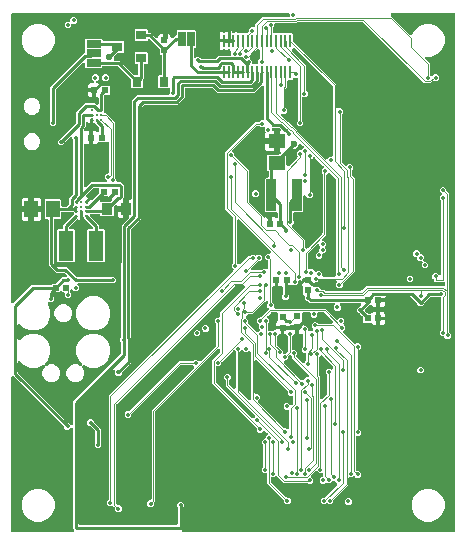
<source format=gbr>
G04 EAGLE Gerber RS-274X export*
G75*
%MOMM*%
%FSLAX34Y34*%
%LPD*%
%INBottom Copper*%
%IPPOS*%
%AMOC8*
5,1,8,0,0,1.08239X$1,22.5*%
G01*
%ADD10R,1.450000X1.150000*%
%ADD11R,0.620000X0.620000*%
%ADD12R,0.950000X1.000000*%
%ADD13R,1.150000X1.450000*%
%ADD14R,0.635000X1.270000*%
%ADD15R,0.200000X1.140000*%
%ADD16R,1.308100X2.540000*%
%ADD17R,0.900000X0.797459*%
%ADD18R,0.500000X0.500000*%
%ADD19C,0.243841*%
%ADD20C,0.240031*%
%ADD21R,0.800000X0.900000*%
%ADD22R,1.270000X0.635000*%
%ADD23C,0.600000*%
%ADD24R,0.812800X2.667000*%
%ADD25C,0.254000*%
%ADD26C,0.355600*%
%ADD27C,0.101600*%
%ADD28C,0.553200*%

G36*
X377308Y2556D02*
X377308Y2556D01*
X377427Y2563D01*
X377465Y2576D01*
X377506Y2581D01*
X377616Y2624D01*
X377729Y2661D01*
X377764Y2683D01*
X377801Y2698D01*
X377897Y2767D01*
X377998Y2831D01*
X378026Y2861D01*
X378059Y2884D01*
X378135Y2976D01*
X378216Y3063D01*
X378236Y3098D01*
X378261Y3129D01*
X378312Y3237D01*
X378370Y3341D01*
X378380Y3381D01*
X378397Y3417D01*
X378419Y3534D01*
X378449Y3649D01*
X378453Y3709D01*
X378457Y3729D01*
X378455Y3750D01*
X378459Y3810D01*
X378459Y440690D01*
X378444Y440808D01*
X378437Y440927D01*
X378424Y440965D01*
X378419Y441006D01*
X378376Y441116D01*
X378339Y441229D01*
X378317Y441264D01*
X378302Y441301D01*
X378233Y441397D01*
X378169Y441498D01*
X378139Y441526D01*
X378116Y441559D01*
X378024Y441635D01*
X377937Y441716D01*
X377902Y441736D01*
X377871Y441761D01*
X377763Y441812D01*
X377659Y441870D01*
X377619Y441880D01*
X377583Y441897D01*
X377466Y441919D01*
X377351Y441949D01*
X377291Y441953D01*
X377271Y441957D01*
X377250Y441955D01*
X377190Y441959D01*
X325261Y441959D01*
X325124Y441942D01*
X324985Y441929D01*
X324966Y441922D01*
X324946Y441919D01*
X324817Y441868D01*
X324686Y441821D01*
X324669Y441810D01*
X324650Y441802D01*
X324538Y441721D01*
X324423Y441643D01*
X324409Y441627D01*
X324393Y441616D01*
X324304Y441508D01*
X324212Y441404D01*
X324203Y441386D01*
X324190Y441371D01*
X324131Y441245D01*
X324067Y441121D01*
X324063Y441101D01*
X324054Y441083D01*
X324028Y440947D01*
X323998Y440811D01*
X323998Y440790D01*
X323995Y440771D01*
X324003Y440632D01*
X324007Y440493D01*
X324013Y440473D01*
X324014Y440453D01*
X324057Y440321D01*
X324096Y440187D01*
X324106Y440170D01*
X324112Y440151D01*
X324187Y440033D01*
X324257Y439913D01*
X324276Y439892D01*
X324283Y439882D01*
X324297Y439868D01*
X324364Y439793D01*
X340476Y423680D01*
X340515Y423650D01*
X340549Y423613D01*
X340640Y423553D01*
X340727Y423485D01*
X340773Y423466D01*
X340814Y423438D01*
X340918Y423403D01*
X341019Y423359D01*
X341068Y423351D01*
X341115Y423335D01*
X341225Y423326D01*
X341333Y423309D01*
X341383Y423314D01*
X341432Y423310D01*
X341540Y423329D01*
X341650Y423339D01*
X341697Y423356D01*
X341745Y423364D01*
X341846Y423409D01*
X341949Y423447D01*
X341990Y423475D01*
X342035Y423495D01*
X342121Y423564D01*
X342212Y423625D01*
X342245Y423662D01*
X342284Y423694D01*
X342350Y423781D01*
X342423Y423864D01*
X342445Y423908D01*
X342475Y423948D01*
X342546Y424092D01*
X343756Y427014D01*
X347686Y430944D01*
X352821Y433071D01*
X358379Y433071D01*
X363514Y430944D01*
X367444Y427014D01*
X369571Y421879D01*
X369571Y416321D01*
X367444Y411186D01*
X363514Y407256D01*
X358379Y405129D01*
X354316Y405129D01*
X354179Y405112D01*
X354040Y405099D01*
X354021Y405092D01*
X354001Y405089D01*
X353872Y405038D01*
X353741Y404991D01*
X353724Y404980D01*
X353705Y404972D01*
X353593Y404891D01*
X353478Y404813D01*
X353464Y404797D01*
X353448Y404786D01*
X353359Y404678D01*
X353267Y404574D01*
X353258Y404556D01*
X353245Y404541D01*
X353186Y404415D01*
X353122Y404291D01*
X353118Y404271D01*
X353109Y404253D01*
X353083Y404117D01*
X353053Y403981D01*
X353053Y403960D01*
X353050Y403941D01*
X353058Y403802D01*
X353062Y403663D01*
X353068Y403643D01*
X353069Y403623D01*
X353112Y403491D01*
X353151Y403357D01*
X353161Y403340D01*
X353167Y403321D01*
X353242Y403203D01*
X353312Y403083D01*
X353331Y403062D01*
X353338Y403052D01*
X353352Y403038D01*
X353419Y402963D01*
X355860Y400521D01*
X357125Y399257D01*
X357125Y390303D01*
X357137Y390205D01*
X357140Y390106D01*
X357157Y390048D01*
X357165Y389988D01*
X357201Y389896D01*
X357229Y389801D01*
X357259Y389748D01*
X357282Y389692D01*
X357340Y389612D01*
X357390Y389527D01*
X357456Y389451D01*
X357468Y389435D01*
X357478Y389427D01*
X357496Y389406D01*
X357877Y389025D01*
X357972Y388952D01*
X358061Y388873D01*
X358097Y388855D01*
X358129Y388830D01*
X358238Y388783D01*
X358344Y388728D01*
X358383Y388720D01*
X358421Y388704D01*
X358538Y388685D01*
X358654Y388659D01*
X358695Y388660D01*
X358735Y388654D01*
X358853Y388665D01*
X358972Y388668D01*
X359011Y388680D01*
X359051Y388684D01*
X359164Y388724D01*
X359278Y388757D01*
X359312Y388777D01*
X359351Y388791D01*
X359449Y388858D01*
X359552Y388918D01*
X359597Y388958D01*
X359614Y388970D01*
X359627Y388985D01*
X359672Y389025D01*
X360792Y390145D01*
X363108Y390145D01*
X364745Y388508D01*
X364745Y386192D01*
X363108Y384555D01*
X360576Y384555D01*
X360567Y384560D01*
X360449Y384578D01*
X360332Y384604D01*
X360292Y384603D01*
X360252Y384609D01*
X360134Y384598D01*
X360015Y384595D01*
X359976Y384583D01*
X359936Y384580D01*
X359824Y384539D01*
X359709Y384506D01*
X359674Y384486D01*
X359637Y384472D01*
X359538Y384405D01*
X359435Y384345D01*
X359390Y384305D01*
X359373Y384294D01*
X359360Y384278D01*
X359314Y384238D01*
X358864Y383788D01*
X357599Y382523D01*
X351920Y382523D01*
X300222Y434222D01*
X300144Y434282D01*
X300072Y434350D01*
X300019Y434379D01*
X299971Y434416D01*
X299880Y434456D01*
X299793Y434504D01*
X299735Y434519D01*
X299679Y434543D01*
X299581Y434558D01*
X299485Y434583D01*
X299385Y434589D01*
X299365Y434593D01*
X299353Y434591D01*
X299325Y434593D01*
X245937Y434593D01*
X245839Y434581D01*
X245740Y434578D01*
X245681Y434561D01*
X245621Y434553D01*
X245529Y434517D01*
X245434Y434489D01*
X245382Y434459D01*
X245326Y434436D01*
X245246Y434378D01*
X245160Y434328D01*
X245085Y434262D01*
X245068Y434250D01*
X245060Y434240D01*
X245039Y434222D01*
X244141Y433323D01*
X226314Y433323D01*
X226196Y433308D01*
X226077Y433301D01*
X226039Y433288D01*
X225998Y433283D01*
X225888Y433240D01*
X225775Y433203D01*
X225740Y433181D01*
X225703Y433166D01*
X225607Y433097D01*
X225506Y433033D01*
X225478Y433003D01*
X225445Y432980D01*
X225369Y432888D01*
X225288Y432801D01*
X225268Y432766D01*
X225243Y432735D01*
X225192Y432627D01*
X225134Y432523D01*
X225124Y432483D01*
X225107Y432447D01*
X225085Y432330D01*
X225055Y432215D01*
X225051Y432154D01*
X225047Y432135D01*
X225049Y432114D01*
X225045Y432054D01*
X225045Y430388D01*
X224717Y430060D01*
X224656Y429982D01*
X224588Y429910D01*
X224559Y429857D01*
X224522Y429809D01*
X224482Y429718D01*
X224434Y429631D01*
X224419Y429573D01*
X224395Y429517D01*
X224380Y429419D01*
X224355Y429323D01*
X224349Y429223D01*
X224345Y429203D01*
X224347Y429191D01*
X224345Y429163D01*
X224345Y426316D01*
X224360Y426198D01*
X224367Y426079D01*
X224380Y426041D01*
X224385Y426000D01*
X224429Y425890D01*
X224465Y425777D01*
X224487Y425742D01*
X224502Y425705D01*
X224572Y425609D01*
X224635Y425508D01*
X224665Y425480D01*
X224688Y425447D01*
X224780Y425371D01*
X224867Y425290D01*
X224902Y425270D01*
X224933Y425245D01*
X225041Y425194D01*
X225145Y425136D01*
X225185Y425126D01*
X225221Y425109D01*
X225338Y425087D01*
X225453Y425057D01*
X225514Y425053D01*
X225534Y425049D01*
X225554Y425051D01*
X225614Y425047D01*
X228459Y425047D01*
X228465Y425044D01*
X228583Y425025D01*
X228699Y424999D01*
X228740Y425001D01*
X228779Y424994D01*
X228898Y425005D01*
X229017Y425009D01*
X229056Y425020D01*
X229096Y425024D01*
X229159Y425047D01*
X232459Y425047D01*
X232465Y425044D01*
X232583Y425025D01*
X232699Y424999D01*
X232740Y425001D01*
X232779Y424994D01*
X232898Y425005D01*
X233017Y425009D01*
X233056Y425020D01*
X233096Y425024D01*
X233159Y425047D01*
X236459Y425047D01*
X236465Y425044D01*
X236583Y425025D01*
X236699Y424999D01*
X236740Y425001D01*
X236779Y424994D01*
X236898Y425005D01*
X237017Y425009D01*
X237056Y425020D01*
X237096Y425024D01*
X237159Y425047D01*
X240241Y425047D01*
X240837Y424451D01*
X240837Y418943D01*
X240849Y418845D01*
X240852Y418746D01*
X240869Y418688D01*
X240877Y418628D01*
X240913Y418536D01*
X240941Y418441D01*
X240971Y418388D01*
X240994Y418332D01*
X241052Y418252D01*
X241102Y418167D01*
X241168Y418091D01*
X241180Y418075D01*
X241190Y418067D01*
X241209Y418046D01*
X277877Y381378D01*
X277877Y362363D01*
X277894Y362225D01*
X277907Y362087D01*
X277914Y362068D01*
X277917Y362048D01*
X277968Y361919D01*
X278015Y361787D01*
X278026Y361771D01*
X278034Y361752D01*
X278115Y361640D01*
X278194Y361524D01*
X278209Y361511D01*
X278220Y361495D01*
X278327Y361406D01*
X278432Y361314D01*
X278450Y361305D01*
X278465Y361292D01*
X278591Y361233D01*
X278715Y361169D01*
X278735Y361165D01*
X278753Y361156D01*
X278889Y361130D01*
X279026Y361100D01*
X279046Y361100D01*
X279065Y361097D01*
X279204Y361105D01*
X279343Y361109D01*
X279363Y361115D01*
X279383Y361116D01*
X279515Y361159D01*
X279617Y361189D01*
X282082Y361189D01*
X283719Y359552D01*
X283719Y357236D01*
X282820Y356338D01*
X282760Y356260D01*
X282692Y356188D01*
X282663Y356135D01*
X282626Y356087D01*
X282586Y355996D01*
X282538Y355909D01*
X282523Y355851D01*
X282499Y355795D01*
X282484Y355697D01*
X282459Y355601D01*
X282453Y355501D01*
X282449Y355481D01*
X282451Y355469D01*
X282449Y355441D01*
X282449Y316371D01*
X282461Y316273D01*
X282464Y316174D01*
X282481Y316116D01*
X282489Y316056D01*
X282525Y315964D01*
X282553Y315869D01*
X282583Y315816D01*
X282606Y315760D01*
X282664Y315680D01*
X282714Y315595D01*
X282780Y315519D01*
X282792Y315503D01*
X282802Y315495D01*
X282820Y315474D01*
X285351Y312943D01*
X285446Y312870D01*
X285535Y312791D01*
X285571Y312773D01*
X285603Y312748D01*
X285712Y312700D01*
X285818Y312646D01*
X285857Y312638D01*
X285895Y312622D01*
X286012Y312603D01*
X286128Y312577D01*
X286169Y312578D01*
X286209Y312572D01*
X286327Y312583D01*
X286446Y312586D01*
X286485Y312598D01*
X286525Y312601D01*
X286637Y312642D01*
X286752Y312675D01*
X286787Y312695D01*
X286825Y312709D01*
X286923Y312776D01*
X287026Y312836D01*
X287071Y312876D01*
X287088Y312888D01*
X287101Y312903D01*
X287146Y312943D01*
X288402Y314199D01*
X290718Y314199D01*
X292355Y312562D01*
X292355Y310246D01*
X291456Y309348D01*
X291396Y309270D01*
X291328Y309198D01*
X291299Y309145D01*
X291262Y309097D01*
X291222Y309006D01*
X291174Y308919D01*
X291159Y308861D01*
X291135Y308805D01*
X291120Y308707D01*
X291095Y308611D01*
X291089Y308520D01*
X291087Y308510D01*
X291088Y308505D01*
X291085Y308491D01*
X291087Y308479D01*
X291085Y308451D01*
X291085Y305195D01*
X291097Y305097D01*
X291100Y304998D01*
X291117Y304940D01*
X291125Y304880D01*
X291161Y304788D01*
X291189Y304693D01*
X291219Y304640D01*
X291242Y304584D01*
X291300Y304504D01*
X291350Y304419D01*
X291416Y304343D01*
X291428Y304327D01*
X291438Y304319D01*
X291456Y304298D01*
X293625Y302130D01*
X293625Y223142D01*
X292360Y221878D01*
X283582Y213100D01*
X283522Y213022D01*
X283454Y212950D01*
X283425Y212897D01*
X283388Y212849D01*
X283348Y212758D01*
X283300Y212671D01*
X283285Y212613D01*
X283261Y212557D01*
X283246Y212459D01*
X283221Y212363D01*
X283215Y212263D01*
X283211Y212243D01*
X283213Y212231D01*
X283211Y212203D01*
X283211Y210932D01*
X281574Y209295D01*
X279258Y209295D01*
X277621Y210932D01*
X277621Y213248D01*
X277852Y213478D01*
X277937Y213588D01*
X278026Y213695D01*
X278035Y213714D01*
X278047Y213730D01*
X278103Y213858D01*
X278162Y213983D01*
X278165Y214003D01*
X278173Y214022D01*
X278195Y214160D01*
X278221Y214296D01*
X278220Y214316D01*
X278223Y214336D01*
X278210Y214475D01*
X278202Y214613D01*
X278195Y214632D01*
X278194Y214652D01*
X278146Y214783D01*
X278104Y214915D01*
X278093Y214933D01*
X278086Y214952D01*
X278008Y215066D01*
X277933Y215184D01*
X277919Y215198D01*
X277907Y215215D01*
X277803Y215307D01*
X277702Y215402D01*
X277684Y215412D01*
X277669Y215425D01*
X277545Y215488D01*
X277423Y215556D01*
X277404Y215561D01*
X277386Y215570D01*
X277250Y215600D01*
X277115Y215635D01*
X277087Y215637D01*
X277075Y215640D01*
X277055Y215639D01*
X276955Y215645D01*
X263303Y215645D01*
X263205Y215633D01*
X263106Y215630D01*
X263048Y215613D01*
X262988Y215605D01*
X262896Y215569D01*
X262801Y215541D01*
X262748Y215511D01*
X262692Y215488D01*
X262612Y215430D01*
X262527Y215380D01*
X262451Y215314D01*
X262435Y215302D01*
X262427Y215292D01*
X262406Y215274D01*
X261508Y214375D01*
X260910Y214375D01*
X260792Y214360D01*
X260673Y214353D01*
X260635Y214340D01*
X260594Y214335D01*
X260484Y214292D01*
X260371Y214255D01*
X260336Y214233D01*
X260299Y214218D01*
X260203Y214149D01*
X260102Y214085D01*
X260074Y214055D01*
X260041Y214032D01*
X259965Y213940D01*
X259884Y213853D01*
X259864Y213818D01*
X259839Y213787D01*
X259788Y213679D01*
X259730Y213575D01*
X259720Y213535D01*
X259703Y213499D01*
X259681Y213382D01*
X259651Y213267D01*
X259647Y213206D01*
X259643Y213187D01*
X259645Y213166D01*
X259641Y213106D01*
X259641Y212902D01*
X259468Y212255D01*
X259299Y211963D01*
X259247Y211840D01*
X259191Y211721D01*
X259186Y211694D01*
X259175Y211669D01*
X259156Y211538D01*
X259131Y211408D01*
X259133Y211382D01*
X259129Y211355D01*
X259143Y211223D01*
X259151Y211091D01*
X259159Y211065D01*
X259162Y211039D01*
X259208Y210914D01*
X259249Y210789D01*
X259263Y210766D01*
X259273Y210740D01*
X259348Y210632D01*
X259419Y210520D01*
X259439Y210501D01*
X259454Y210479D01*
X259554Y210393D01*
X259651Y210302D01*
X259674Y210289D01*
X259695Y210271D01*
X259813Y210212D01*
X259929Y210148D01*
X259955Y210142D01*
X259979Y210130D01*
X260109Y210102D01*
X260237Y210069D01*
X260275Y210067D01*
X260290Y210063D01*
X260312Y210064D01*
X260398Y210059D01*
X263032Y210059D01*
X264946Y208144D01*
X265024Y208084D01*
X265096Y208016D01*
X265149Y207987D01*
X265197Y207950D01*
X265288Y207910D01*
X265375Y207862D01*
X265433Y207847D01*
X265489Y207823D01*
X265587Y207808D01*
X265683Y207783D01*
X265783Y207777D01*
X265803Y207773D01*
X265815Y207775D01*
X265843Y207773D01*
X267175Y207773D01*
X267820Y207128D01*
X267898Y207068D01*
X267970Y207000D01*
X268023Y206971D01*
X268071Y206934D01*
X268162Y206894D01*
X268248Y206846D01*
X268307Y206831D01*
X268363Y206807D01*
X268461Y206792D01*
X268556Y206767D01*
X268656Y206761D01*
X268677Y206757D01*
X268689Y206759D01*
X268717Y206757D01*
X298328Y206757D01*
X298426Y206769D01*
X298525Y206772D01*
X298583Y206789D01*
X298643Y206797D01*
X298735Y206833D01*
X298830Y206861D01*
X298883Y206891D01*
X298939Y206914D01*
X299019Y206972D01*
X299104Y207022D01*
X299180Y207088D01*
X299196Y207100D01*
X299204Y207110D01*
X299225Y207128D01*
X303171Y211075D01*
X368808Y211075D01*
X368926Y211090D01*
X369045Y211097D01*
X369083Y211110D01*
X369124Y211115D01*
X369234Y211158D01*
X369347Y211195D01*
X369382Y211217D01*
X369419Y211232D01*
X369515Y211301D01*
X369616Y211365D01*
X369644Y211395D01*
X369677Y211418D01*
X369753Y211510D01*
X369834Y211597D01*
X369854Y211632D01*
X369879Y211663D01*
X369930Y211771D01*
X369988Y211875D01*
X369998Y211915D01*
X370015Y211951D01*
X370037Y212068D01*
X370067Y212183D01*
X370071Y212243D01*
X370075Y212263D01*
X370073Y212284D01*
X370077Y212344D01*
X370077Y213106D01*
X370062Y213224D01*
X370055Y213343D01*
X370042Y213381D01*
X370037Y213422D01*
X369994Y213532D01*
X369957Y213645D01*
X369935Y213680D01*
X369920Y213717D01*
X369851Y213813D01*
X369787Y213914D01*
X369757Y213942D01*
X369734Y213975D01*
X369642Y214051D01*
X369555Y214132D01*
X369520Y214152D01*
X369489Y214177D01*
X369381Y214228D01*
X369277Y214286D01*
X369237Y214296D01*
X369201Y214313D01*
X369084Y214335D01*
X368969Y214365D01*
X368909Y214369D01*
X368889Y214373D01*
X368868Y214371D01*
X368808Y214375D01*
X361318Y214375D01*
X360425Y215268D01*
X360425Y215995D01*
X360413Y216093D01*
X360410Y216192D01*
X360393Y216250D01*
X360385Y216310D01*
X360349Y216402D01*
X360321Y216497D01*
X360291Y216550D01*
X360268Y216606D01*
X360210Y216686D01*
X360160Y216771D01*
X360094Y216847D01*
X360082Y216863D01*
X360072Y216871D01*
X360054Y216892D01*
X359155Y217790D01*
X359155Y220106D01*
X360792Y221743D01*
X363108Y221743D01*
X364609Y220242D01*
X364718Y220157D01*
X364825Y220068D01*
X364844Y220059D01*
X364860Y220047D01*
X364988Y219991D01*
X365113Y219932D01*
X365133Y219929D01*
X365152Y219921D01*
X365290Y219899D01*
X365426Y219873D01*
X365446Y219874D01*
X365466Y219871D01*
X365605Y219884D01*
X365743Y219892D01*
X365762Y219899D01*
X365782Y219900D01*
X365914Y219948D01*
X366045Y219990D01*
X366063Y220001D01*
X366082Y220008D01*
X366197Y220086D01*
X366314Y220161D01*
X366328Y220175D01*
X366345Y220187D01*
X366437Y220291D01*
X366532Y220392D01*
X366542Y220410D01*
X366555Y220425D01*
X366619Y220549D01*
X366686Y220671D01*
X366691Y220690D01*
X366700Y220708D01*
X366730Y220844D01*
X366765Y220979D01*
X366767Y221007D01*
X366770Y221019D01*
X366769Y221039D01*
X366775Y221139D01*
X366775Y282543D01*
X366763Y282641D01*
X366760Y282740D01*
X366743Y282798D01*
X366735Y282858D01*
X366699Y282950D01*
X366671Y283045D01*
X366641Y283098D01*
X366618Y283154D01*
X366560Y283234D01*
X366510Y283319D01*
X366444Y283395D01*
X366432Y283411D01*
X366422Y283419D01*
X366404Y283440D01*
X365505Y284338D01*
X365505Y286654D01*
X366752Y287900D01*
X366825Y287995D01*
X366904Y288084D01*
X366922Y288120D01*
X366947Y288152D01*
X366994Y288261D01*
X367049Y288367D01*
X367057Y288406D01*
X367073Y288444D01*
X367092Y288561D01*
X367118Y288677D01*
X367117Y288718D01*
X367123Y288758D01*
X367112Y288876D01*
X367109Y288995D01*
X367097Y289034D01*
X367093Y289074D01*
X367053Y289187D01*
X367020Y289301D01*
X367000Y289335D01*
X366986Y289374D01*
X366919Y289472D01*
X366859Y289575D01*
X366819Y289620D01*
X366807Y289637D01*
X366792Y289650D01*
X366752Y289695D01*
X365505Y290942D01*
X365505Y293258D01*
X367142Y294895D01*
X369458Y294895D01*
X371095Y293258D01*
X371095Y291987D01*
X371107Y291889D01*
X371110Y291790D01*
X371127Y291732D01*
X371135Y291672D01*
X371171Y291580D01*
X371199Y291485D01*
X371229Y291432D01*
X371252Y291376D01*
X371310Y291296D01*
X371360Y291211D01*
X371426Y291135D01*
X371438Y291119D01*
X371448Y291111D01*
X371466Y291090D01*
X373127Y289430D01*
X373127Y172540D01*
X373139Y172441D01*
X373142Y172342D01*
X373159Y172284D01*
X373167Y172224D01*
X373203Y172132D01*
X373231Y172037D01*
X373261Y171985D01*
X373284Y171928D01*
X373342Y171848D01*
X373392Y171763D01*
X373458Y171688D01*
X373470Y171671D01*
X373480Y171663D01*
X373498Y171642D01*
X375047Y170094D01*
X375047Y167779D01*
X373410Y166141D01*
X371094Y166141D01*
X369350Y167886D01*
X369337Y167925D01*
X369315Y167960D01*
X369300Y167997D01*
X369231Y168093D01*
X369167Y168194D01*
X369137Y168222D01*
X369114Y168255D01*
X369022Y168331D01*
X368935Y168412D01*
X368900Y168432D01*
X368869Y168457D01*
X368761Y168508D01*
X368657Y168566D01*
X368617Y168576D01*
X368581Y168593D01*
X368464Y168615D01*
X368349Y168645D01*
X368289Y168649D01*
X368269Y168653D01*
X368248Y168651D01*
X368188Y168655D01*
X367142Y168655D01*
X365505Y170292D01*
X365505Y172608D01*
X366404Y173506D01*
X366464Y173584D01*
X366532Y173656D01*
X366561Y173709D01*
X366598Y173757D01*
X366638Y173848D01*
X366686Y173935D01*
X366701Y173993D01*
X366725Y174049D01*
X366740Y174147D01*
X366765Y174243D01*
X366771Y174343D01*
X366775Y174363D01*
X366773Y174375D01*
X366775Y174403D01*
X366775Y200152D01*
X366760Y200270D01*
X366753Y200389D01*
X366740Y200427D01*
X366735Y200468D01*
X366692Y200578D01*
X366655Y200691D01*
X366633Y200726D01*
X366618Y200763D01*
X366549Y200859D01*
X366485Y200960D01*
X366455Y200988D01*
X366432Y201021D01*
X366340Y201097D01*
X366253Y201178D01*
X366218Y201198D01*
X366187Y201223D01*
X366079Y201274D01*
X365975Y201332D01*
X365935Y201342D01*
X365899Y201359D01*
X365782Y201381D01*
X365667Y201411D01*
X365607Y201415D01*
X365587Y201419D01*
X365566Y201417D01*
X365506Y201421D01*
X365110Y201421D01*
X364974Y201558D01*
X364896Y201618D01*
X364824Y201686D01*
X364771Y201715D01*
X364723Y201752D01*
X364632Y201792D01*
X364545Y201840D01*
X364487Y201855D01*
X364431Y201879D01*
X364333Y201894D01*
X364237Y201919D01*
X364137Y201925D01*
X364117Y201929D01*
X364105Y201927D01*
X364077Y201929D01*
X358089Y201929D01*
X357991Y201917D01*
X357892Y201914D01*
X357834Y201897D01*
X357773Y201889D01*
X357681Y201853D01*
X357586Y201825D01*
X357534Y201795D01*
X357478Y201772D01*
X357398Y201714D01*
X357312Y201664D01*
X357237Y201598D01*
X357220Y201586D01*
X357213Y201576D01*
X357191Y201558D01*
X352416Y196783D01*
X352356Y196704D01*
X352288Y196632D01*
X352259Y196579D01*
X352222Y196531D01*
X352182Y196440D01*
X352134Y196354D01*
X352119Y196295D01*
X352095Y196239D01*
X352080Y196141D01*
X352055Y196046D01*
X352049Y195946D01*
X352045Y195925D01*
X352047Y195913D01*
X352045Y195885D01*
X352045Y195692D01*
X350408Y194055D01*
X348092Y194055D01*
X346455Y195692D01*
X346455Y195885D01*
X346443Y195983D01*
X346440Y196082D01*
X346423Y196140D01*
X346415Y196201D01*
X346379Y196293D01*
X346351Y196388D01*
X346321Y196440D01*
X346298Y196496D01*
X346240Y196576D01*
X346190Y196662D01*
X346124Y196737D01*
X346112Y196754D01*
X346102Y196761D01*
X346084Y196783D01*
X341257Y201610D01*
X341178Y201670D01*
X341106Y201738D01*
X341053Y201767D01*
X341005Y201804D01*
X340914Y201844D01*
X340828Y201892D01*
X340769Y201907D01*
X340713Y201931D01*
X340615Y201946D01*
X340520Y201971D01*
X340420Y201977D01*
X340399Y201981D01*
X340387Y201979D01*
X340359Y201981D01*
X320274Y201981D01*
X320156Y201966D01*
X320037Y201959D01*
X319999Y201946D01*
X319958Y201941D01*
X319848Y201898D01*
X319735Y201861D01*
X319700Y201839D01*
X319663Y201824D01*
X319567Y201755D01*
X319466Y201691D01*
X319438Y201661D01*
X319405Y201638D01*
X319329Y201546D01*
X319248Y201459D01*
X319228Y201424D01*
X319203Y201393D01*
X319152Y201285D01*
X319094Y201181D01*
X319084Y201141D01*
X319067Y201105D01*
X319045Y200988D01*
X319015Y200873D01*
X319011Y200813D01*
X319007Y200793D01*
X319009Y200772D01*
X319005Y200712D01*
X319005Y200431D01*
X313644Y200431D01*
X313526Y200416D01*
X313407Y200409D01*
X313369Y200396D01*
X313329Y200391D01*
X313218Y200348D01*
X313105Y200311D01*
X313071Y200289D01*
X313033Y200274D01*
X312937Y200205D01*
X312836Y200141D01*
X312808Y200111D01*
X312776Y200088D01*
X312700Y199996D01*
X312618Y199909D01*
X312599Y199874D01*
X312573Y199843D01*
X312523Y199737D01*
X312510Y199729D01*
X312473Y199714D01*
X312376Y199644D01*
X312276Y199581D01*
X312248Y199551D01*
X312215Y199527D01*
X312139Y199436D01*
X312058Y199349D01*
X312038Y199314D01*
X312013Y199282D01*
X311962Y199175D01*
X311904Y199070D01*
X311894Y199031D01*
X311877Y198995D01*
X311855Y198878D01*
X311825Y198762D01*
X311821Y198702D01*
X311817Y198682D01*
X311819Y198662D01*
X311815Y198602D01*
X311815Y193241D01*
X309930Y193241D01*
X309283Y193414D01*
X308704Y193749D01*
X308188Y194265D01*
X308163Y194304D01*
X308124Y194341D01*
X308092Y194384D01*
X308009Y194450D01*
X307932Y194522D01*
X307885Y194548D01*
X307843Y194581D01*
X307746Y194625D01*
X307653Y194676D01*
X307601Y194689D01*
X307552Y194711D01*
X307448Y194729D01*
X307345Y194755D01*
X307260Y194760D01*
X307239Y194764D01*
X307223Y194763D01*
X307184Y194765D01*
X306039Y194765D01*
X305941Y194753D01*
X305842Y194750D01*
X305784Y194733D01*
X305723Y194725D01*
X305631Y194689D01*
X305536Y194661D01*
X305484Y194631D01*
X305428Y194608D01*
X305348Y194550D01*
X305262Y194500D01*
X305187Y194434D01*
X305170Y194422D01*
X305163Y194412D01*
X305141Y194394D01*
X302145Y191398D01*
X302072Y191303D01*
X301994Y191214D01*
X301975Y191178D01*
X301950Y191146D01*
X301903Y191037D01*
X301849Y190931D01*
X301840Y190892D01*
X301824Y190854D01*
X301805Y190736D01*
X301779Y190621D01*
X301781Y190580D01*
X301774Y190540D01*
X301785Y190422D01*
X301789Y190303D01*
X301800Y190264D01*
X301804Y190224D01*
X301844Y190111D01*
X301877Y189997D01*
X301898Y189963D01*
X301912Y189924D01*
X301979Y189826D01*
X302039Y189723D01*
X302079Y189678D01*
X302090Y189661D01*
X302106Y189648D01*
X302145Y189603D01*
X303871Y187876D01*
X303950Y187816D01*
X304022Y187748D01*
X304075Y187719D01*
X304123Y187682D01*
X304214Y187642D01*
X304300Y187594D01*
X304359Y187579D01*
X304415Y187555D01*
X304513Y187540D01*
X304608Y187515D01*
X304708Y187509D01*
X304729Y187505D01*
X304741Y187507D01*
X304769Y187505D01*
X307184Y187505D01*
X307289Y187518D01*
X307395Y187522D01*
X307447Y187538D01*
X307500Y187545D01*
X307598Y187584D01*
X307700Y187614D01*
X307746Y187642D01*
X307796Y187662D01*
X307881Y187724D01*
X307972Y187779D01*
X308010Y187817D01*
X308053Y187848D01*
X308121Y187930D01*
X308195Y188006D01*
X308207Y188024D01*
X308704Y188521D01*
X309283Y188856D01*
X309930Y189029D01*
X311815Y189029D01*
X311815Y183668D01*
X311830Y183550D01*
X311837Y183431D01*
X311849Y183393D01*
X311852Y183373D01*
X311825Y183268D01*
X311821Y183208D01*
X311817Y183188D01*
X311819Y183168D01*
X311815Y183108D01*
X311815Y177747D01*
X309930Y177747D01*
X309283Y177920D01*
X308704Y178255D01*
X308188Y178771D01*
X308163Y178810D01*
X308124Y178847D01*
X308092Y178890D01*
X308009Y178956D01*
X307932Y179028D01*
X307885Y179054D01*
X307843Y179087D01*
X307746Y179131D01*
X307653Y179182D01*
X307601Y179195D01*
X307552Y179217D01*
X307448Y179235D01*
X307345Y179261D01*
X307260Y179266D01*
X307239Y179270D01*
X307223Y179269D01*
X307184Y179271D01*
X300843Y179271D01*
X300247Y179867D01*
X300247Y184507D01*
X300235Y184605D01*
X300232Y184704D01*
X300215Y184762D01*
X300207Y184823D01*
X300171Y184915D01*
X300143Y185010D01*
X300113Y185062D01*
X300090Y185118D01*
X300032Y185198D01*
X299982Y185284D01*
X299916Y185359D01*
X299904Y185376D01*
X299894Y185383D01*
X299876Y185405D01*
X297947Y187334D01*
X297868Y187394D01*
X297796Y187462D01*
X297743Y187491D01*
X297695Y187528D01*
X297604Y187568D01*
X297518Y187616D01*
X297459Y187631D01*
X297403Y187655D01*
X297305Y187670D01*
X297210Y187695D01*
X297110Y187701D01*
X297089Y187705D01*
X297077Y187703D01*
X297049Y187705D01*
X296856Y187705D01*
X295219Y189342D01*
X295219Y191658D01*
X296856Y193295D01*
X297049Y193295D01*
X297147Y193307D01*
X297246Y193310D01*
X297304Y193327D01*
X297365Y193335D01*
X297457Y193371D01*
X297552Y193399D01*
X297604Y193429D01*
X297660Y193452D01*
X297740Y193510D01*
X297826Y193560D01*
X297901Y193626D01*
X297918Y193638D01*
X297925Y193648D01*
X297947Y193666D01*
X298709Y194429D01*
X298794Y194538D01*
X298882Y194645D01*
X298891Y194664D01*
X298904Y194680D01*
X298959Y194808D01*
X299018Y194933D01*
X299022Y194953D01*
X299030Y194972D01*
X299052Y195110D01*
X299078Y195246D01*
X299077Y195266D01*
X299080Y195286D01*
X299067Y195425D01*
X299058Y195563D01*
X299052Y195582D01*
X299050Y195602D01*
X299003Y195733D01*
X298960Y195865D01*
X298949Y195883D01*
X298942Y195902D01*
X298864Y196016D01*
X298790Y196134D01*
X298775Y196148D01*
X298764Y196165D01*
X298660Y196257D01*
X298558Y196352D01*
X298540Y196362D01*
X298525Y196375D01*
X298402Y196438D01*
X298280Y196506D01*
X298260Y196511D01*
X298242Y196520D01*
X298106Y196550D01*
X297972Y196585D01*
X297944Y196587D01*
X297932Y196590D01*
X297911Y196589D01*
X297811Y196595D01*
X281845Y196595D01*
X281707Y196578D01*
X281569Y196565D01*
X281550Y196558D01*
X281530Y196555D01*
X281401Y196504D01*
X281270Y196457D01*
X281253Y196446D01*
X281234Y196438D01*
X281122Y196357D01*
X281007Y196279D01*
X280993Y196263D01*
X280977Y196252D01*
X280888Y196144D01*
X280796Y196040D01*
X280787Y196022D01*
X280774Y196007D01*
X280715Y195881D01*
X280651Y195757D01*
X280647Y195737D01*
X280638Y195719D01*
X280612Y195582D01*
X280582Y195447D01*
X280582Y195426D01*
X280579Y195407D01*
X280587Y195268D01*
X280591Y195129D01*
X280597Y195109D01*
X280598Y195089D01*
X280641Y194957D01*
X280680Y194823D01*
X280690Y194806D01*
X280696Y194787D01*
X280771Y194669D01*
X280841Y194549D01*
X280860Y194528D01*
X280867Y194518D01*
X280882Y194504D01*
X280948Y194429D01*
X281433Y193944D01*
X281433Y191628D01*
X279796Y189991D01*
X277480Y189991D01*
X275843Y191628D01*
X275843Y193944D01*
X276328Y194429D01*
X276413Y194538D01*
X276502Y194645D01*
X276511Y194664D01*
X276523Y194680D01*
X276578Y194808D01*
X276638Y194933D01*
X276641Y194953D01*
X276649Y194972D01*
X276671Y195110D01*
X276697Y195246D01*
X276696Y195266D01*
X276699Y195286D01*
X276686Y195425D01*
X276678Y195563D01*
X276671Y195582D01*
X276670Y195602D01*
X276622Y195733D01*
X276580Y195865D01*
X276569Y195883D01*
X276562Y195902D01*
X276484Y196016D01*
X276409Y196134D01*
X276395Y196148D01*
X276383Y196165D01*
X276279Y196257D01*
X276178Y196352D01*
X276160Y196362D01*
X276145Y196375D01*
X276021Y196438D01*
X275899Y196506D01*
X275880Y196511D01*
X275862Y196520D01*
X275726Y196550D01*
X275591Y196585D01*
X275563Y196587D01*
X275551Y196590D01*
X275531Y196589D01*
X275431Y196595D01*
X255110Y196595D01*
X253804Y197902D01*
X253725Y197962D01*
X253653Y198030D01*
X253600Y198059D01*
X253552Y198096D01*
X253461Y198136D01*
X253375Y198184D01*
X253316Y198199D01*
X253260Y198223D01*
X253162Y198238D01*
X253067Y198263D01*
X252967Y198269D01*
X252946Y198273D01*
X252934Y198271D01*
X252906Y198273D01*
X252713Y198273D01*
X251076Y199910D01*
X251076Y202096D01*
X251064Y202194D01*
X251061Y202293D01*
X251044Y202352D01*
X251036Y202412D01*
X251000Y202504D01*
X250972Y202599D01*
X250942Y202651D01*
X250919Y202707D01*
X250861Y202788D01*
X250811Y202873D01*
X250745Y202948D01*
X250733Y202965D01*
X250723Y202973D01*
X250704Y202994D01*
X249883Y203815D01*
X249883Y210156D01*
X249870Y210261D01*
X249866Y210367D01*
X249850Y210419D01*
X249843Y210472D01*
X249804Y210570D01*
X249774Y210672D01*
X249746Y210718D01*
X249726Y210768D01*
X249664Y210853D01*
X249609Y210944D01*
X249571Y210982D01*
X249540Y211025D01*
X249458Y211093D01*
X249382Y211167D01*
X249364Y211179D01*
X248867Y211676D01*
X248532Y212255D01*
X248359Y212902D01*
X248359Y214376D01*
X248344Y214494D01*
X248337Y214613D01*
X248324Y214651D01*
X248319Y214692D01*
X248276Y214802D01*
X248239Y214915D01*
X248217Y214950D01*
X248202Y214987D01*
X248133Y215083D01*
X248069Y215184D01*
X248039Y215212D01*
X248016Y215245D01*
X247924Y215321D01*
X247837Y215402D01*
X247802Y215422D01*
X247771Y215447D01*
X247663Y215498D01*
X247559Y215556D01*
X247519Y215566D01*
X247483Y215583D01*
X247366Y215605D01*
X247251Y215635D01*
X247191Y215639D01*
X247171Y215643D01*
X247150Y215641D01*
X247090Y215645D01*
X246634Y215645D01*
X246516Y215630D01*
X246397Y215623D01*
X246359Y215610D01*
X246318Y215605D01*
X246208Y215562D01*
X246095Y215525D01*
X246060Y215503D01*
X246023Y215488D01*
X245927Y215419D01*
X245826Y215355D01*
X245798Y215325D01*
X245765Y215302D01*
X245689Y215210D01*
X245608Y215123D01*
X245588Y215088D01*
X245563Y215057D01*
X245512Y214949D01*
X245454Y214845D01*
X245444Y214805D01*
X245427Y214769D01*
X245405Y214652D01*
X245375Y214537D01*
X245371Y214477D01*
X245367Y214457D01*
X245369Y214436D01*
X245365Y214376D01*
X245365Y212964D01*
X243728Y211327D01*
X241412Y211327D01*
X241074Y211666D01*
X240996Y211726D01*
X240924Y211794D01*
X240871Y211823D01*
X240823Y211860D01*
X240732Y211900D01*
X240645Y211948D01*
X240587Y211963D01*
X240531Y211987D01*
X240433Y212002D01*
X240337Y212027D01*
X240237Y212033D01*
X240217Y212037D01*
X240205Y212035D01*
X240177Y212037D01*
X238506Y212037D01*
X238388Y212022D01*
X238269Y212015D01*
X238231Y212002D01*
X238190Y211997D01*
X238080Y211954D01*
X237967Y211917D01*
X237932Y211895D01*
X237895Y211880D01*
X237799Y211811D01*
X237698Y211747D01*
X237670Y211717D01*
X237637Y211694D01*
X237561Y211602D01*
X237480Y211515D01*
X237460Y211480D01*
X237435Y211449D01*
X237384Y211341D01*
X237326Y211237D01*
X237316Y211197D01*
X237299Y211161D01*
X237277Y211044D01*
X237247Y210929D01*
X237243Y210869D01*
X237239Y210849D01*
X237241Y210828D01*
X237237Y210768D01*
X237237Y204216D01*
X237249Y204117D01*
X237252Y204018D01*
X237269Y203960D01*
X237277Y203900D01*
X237313Y203808D01*
X237341Y203713D01*
X237371Y203661D01*
X237394Y203604D01*
X237452Y203524D01*
X237502Y203439D01*
X237568Y203363D01*
X237580Y203347D01*
X237590Y203339D01*
X237608Y203318D01*
X237745Y203182D01*
X237745Y200867D01*
X236108Y199229D01*
X233792Y199229D01*
X232155Y200867D01*
X232155Y203182D01*
X232292Y203318D01*
X232352Y203396D01*
X232420Y203468D01*
X232449Y203521D01*
X232486Y203569D01*
X232526Y203660D01*
X232574Y203747D01*
X232589Y203805D01*
X232613Y203861D01*
X232628Y203959D01*
X232653Y204055D01*
X232659Y204155D01*
X232663Y204175D01*
X232661Y204188D01*
X232663Y204216D01*
X232663Y209417D01*
X232648Y209541D01*
X232638Y209667D01*
X232628Y209699D01*
X232623Y209732D01*
X232577Y209849D01*
X232537Y209968D01*
X232519Y209997D01*
X232506Y210028D01*
X232433Y210129D01*
X232364Y210235D01*
X232339Y210258D01*
X232320Y210285D01*
X232223Y210365D01*
X232130Y210451D01*
X232101Y210467D01*
X232075Y210488D01*
X231961Y210542D01*
X231850Y210601D01*
X231817Y210609D01*
X231787Y210624D01*
X231663Y210647D01*
X231541Y210677D01*
X231508Y210677D01*
X231475Y210683D01*
X231349Y210676D01*
X231223Y210674D01*
X231175Y210665D01*
X231157Y210664D01*
X231137Y210657D01*
X231065Y210643D01*
X230582Y210513D01*
X228697Y210513D01*
X228697Y215874D01*
X228682Y215992D01*
X228675Y216111D01*
X228662Y216149D01*
X228657Y216189D01*
X228614Y216300D01*
X228577Y216413D01*
X228555Y216447D01*
X228540Y216485D01*
X228471Y216581D01*
X228407Y216682D01*
X228377Y216710D01*
X228354Y216742D01*
X228262Y216818D01*
X228175Y216900D01*
X228140Y216919D01*
X228109Y216945D01*
X228001Y216996D01*
X227897Y217053D01*
X227857Y217063D01*
X227821Y217081D01*
X227704Y217103D01*
X227589Y217133D01*
X227529Y217137D01*
X227509Y217140D01*
X227488Y217139D01*
X227428Y217143D01*
X226868Y217143D01*
X226750Y217128D01*
X226631Y217121D01*
X226593Y217108D01*
X226552Y217103D01*
X226442Y217059D01*
X226329Y217023D01*
X226294Y217001D01*
X226257Y216986D01*
X226160Y216916D01*
X226060Y216853D01*
X226032Y216823D01*
X225999Y216799D01*
X225923Y216708D01*
X225842Y216621D01*
X225822Y216586D01*
X225797Y216554D01*
X225746Y216447D01*
X225688Y216342D01*
X225678Y216303D01*
X225661Y216267D01*
X225639Y216150D01*
X225609Y216034D01*
X225605Y215974D01*
X225601Y215954D01*
X225603Y215934D01*
X225599Y215874D01*
X225599Y210513D01*
X224536Y210513D01*
X224418Y210498D01*
X224299Y210491D01*
X224261Y210478D01*
X224220Y210473D01*
X224110Y210430D01*
X223997Y210393D01*
X223962Y210371D01*
X223925Y210356D01*
X223829Y210287D01*
X223728Y210223D01*
X223700Y210193D01*
X223667Y210170D01*
X223591Y210078D01*
X223510Y209991D01*
X223490Y209956D01*
X223465Y209925D01*
X223414Y209817D01*
X223356Y209713D01*
X223346Y209673D01*
X223329Y209637D01*
X223307Y209520D01*
X223277Y209405D01*
X223273Y209345D01*
X223269Y209325D01*
X223271Y209304D01*
X223267Y209244D01*
X223267Y198025D01*
X223279Y197927D01*
X223282Y197828D01*
X223299Y197770D01*
X223307Y197710D01*
X223343Y197618D01*
X223371Y197523D01*
X223401Y197470D01*
X223424Y197414D01*
X223482Y197334D01*
X223532Y197249D01*
X223577Y197198D01*
X223577Y197197D01*
X223578Y197196D01*
X223598Y197173D01*
X223610Y197157D01*
X223620Y197149D01*
X223638Y197128D01*
X225045Y195722D01*
X225045Y193040D01*
X225060Y192922D01*
X225067Y192803D01*
X225080Y192765D01*
X225085Y192724D01*
X225128Y192614D01*
X225165Y192501D01*
X225187Y192466D01*
X225202Y192429D01*
X225271Y192333D01*
X225335Y192232D01*
X225365Y192204D01*
X225388Y192171D01*
X225480Y192095D01*
X225567Y192014D01*
X225602Y191994D01*
X225633Y191969D01*
X225741Y191918D01*
X225845Y191860D01*
X225885Y191850D01*
X225921Y191833D01*
X226038Y191811D01*
X226153Y191781D01*
X226213Y191777D01*
X226233Y191773D01*
X226254Y191775D01*
X226314Y191771D01*
X268602Y191771D01*
X277604Y182768D01*
X277699Y182695D01*
X277788Y182616D01*
X277824Y182598D01*
X277856Y182573D01*
X277965Y182525D01*
X278071Y182471D01*
X278110Y182463D01*
X278148Y182447D01*
X278265Y182428D01*
X278381Y182402D01*
X278422Y182403D01*
X278462Y182397D01*
X278580Y182408D01*
X278699Y182411D01*
X278738Y182423D01*
X278778Y182426D01*
X278890Y182467D01*
X279005Y182500D01*
X279039Y182520D01*
X279078Y182534D01*
X279176Y182601D01*
X279279Y182661D01*
X279324Y182701D01*
X279341Y182713D01*
X279354Y182728D01*
X279399Y182768D01*
X280782Y184151D01*
X283098Y184151D01*
X284735Y182514D01*
X284735Y180198D01*
X284250Y179714D01*
X284177Y179620D01*
X284098Y179530D01*
X284080Y179494D01*
X284055Y179462D01*
X284008Y179353D01*
X283953Y179247D01*
X283945Y179208D01*
X283929Y179170D01*
X283910Y179053D01*
X283884Y178937D01*
X283885Y178896D01*
X283879Y178856D01*
X283890Y178738D01*
X283893Y178619D01*
X283905Y178580D01*
X283909Y178540D01*
X283949Y178428D01*
X283982Y178313D01*
X284002Y178278D01*
X284016Y178240D01*
X284083Y178142D01*
X284143Y178039D01*
X284183Y177994D01*
X284195Y177977D01*
X284210Y177964D01*
X284250Y177919D01*
X285497Y176672D01*
X285497Y174356D01*
X283987Y172846D01*
X283914Y172752D01*
X283835Y172663D01*
X283817Y172627D01*
X283792Y172595D01*
X283745Y172486D01*
X283690Y172380D01*
X283682Y172341D01*
X283666Y172303D01*
X283647Y172186D01*
X283621Y172070D01*
X283622Y172029D01*
X283616Y171989D01*
X283627Y171871D01*
X283630Y171752D01*
X283642Y171713D01*
X283645Y171673D01*
X283686Y171560D01*
X283719Y171446D01*
X283739Y171411D01*
X283753Y171373D01*
X283820Y171275D01*
X283880Y171172D01*
X283920Y171127D01*
X283932Y171110D01*
X283947Y171097D01*
X283987Y171051D01*
X292844Y162194D01*
X292939Y162121D01*
X293028Y162042D01*
X293064Y162024D01*
X293096Y161999D01*
X293205Y161952D01*
X293311Y161897D01*
X293351Y161889D01*
X293388Y161873D01*
X293505Y161854D01*
X293621Y161828D01*
X293662Y161829D01*
X293702Y161823D01*
X293821Y161834D01*
X293939Y161837D01*
X293978Y161849D01*
X294018Y161852D01*
X294130Y161893D01*
X294245Y161926D01*
X294280Y161946D01*
X294318Y161960D01*
X294416Y162027D01*
X294519Y162087D01*
X294564Y162127D01*
X294581Y162139D01*
X294594Y162154D01*
X294640Y162194D01*
X294752Y162307D01*
X297068Y162307D01*
X298705Y160670D01*
X298705Y158354D01*
X297806Y157456D01*
X297746Y157378D01*
X297678Y157306D01*
X297649Y157253D01*
X297612Y157205D01*
X297572Y157114D01*
X297524Y157027D01*
X297509Y156969D01*
X297485Y156913D01*
X297470Y156815D01*
X297445Y156719D01*
X297439Y156619D01*
X297435Y156599D01*
X297437Y156587D01*
X297435Y156559D01*
X297435Y89821D01*
X297447Y89723D01*
X297450Y89624D01*
X297467Y89566D01*
X297475Y89506D01*
X297511Y89414D01*
X297539Y89319D01*
X297569Y89266D01*
X297592Y89210D01*
X297650Y89130D01*
X297700Y89045D01*
X297766Y88969D01*
X297778Y88953D01*
X297788Y88945D01*
X297806Y88924D01*
X298705Y88026D01*
X298705Y85710D01*
X297068Y84073D01*
X295402Y84073D01*
X295284Y84058D01*
X295165Y84051D01*
X295127Y84038D01*
X295086Y84033D01*
X294976Y83990D01*
X294863Y83953D01*
X294828Y83931D01*
X294791Y83916D01*
X294695Y83847D01*
X294594Y83783D01*
X294566Y83753D01*
X294533Y83730D01*
X294457Y83638D01*
X294376Y83551D01*
X294356Y83516D01*
X294331Y83485D01*
X294280Y83377D01*
X294222Y83273D01*
X294212Y83233D01*
X294195Y83197D01*
X294173Y83080D01*
X294143Y82965D01*
X294139Y82905D01*
X294135Y82885D01*
X294137Y82864D01*
X294133Y82804D01*
X294133Y55767D01*
X294145Y55669D01*
X294148Y55570D01*
X294165Y55512D01*
X294173Y55452D01*
X294209Y55360D01*
X294237Y55265D01*
X294267Y55212D01*
X294290Y55156D01*
X294348Y55076D01*
X294398Y54991D01*
X294464Y54915D01*
X294476Y54899D01*
X294486Y54891D01*
X294504Y54870D01*
X294900Y54474D01*
X294978Y54414D01*
X295050Y54346D01*
X295103Y54317D01*
X295151Y54280D01*
X295242Y54240D01*
X295329Y54192D01*
X295387Y54177D01*
X295443Y54153D01*
X295541Y54138D01*
X295637Y54113D01*
X295737Y54107D01*
X295757Y54103D01*
X295769Y54105D01*
X295797Y54103D01*
X297068Y54103D01*
X298705Y52466D01*
X298705Y50150D01*
X297068Y48513D01*
X294752Y48513D01*
X293886Y49379D01*
X293792Y49452D01*
X293703Y49531D01*
X293667Y49549D01*
X293635Y49574D01*
X293526Y49621D01*
X293420Y49676D01*
X293381Y49684D01*
X293343Y49700D01*
X293226Y49719D01*
X293110Y49745D01*
X293069Y49744D01*
X293029Y49750D01*
X292911Y49739D01*
X292792Y49736D01*
X292753Y49724D01*
X292713Y49720D01*
X292601Y49680D01*
X292486Y49647D01*
X292451Y49627D01*
X292413Y49613D01*
X292315Y49546D01*
X292212Y49486D01*
X292167Y49446D01*
X292150Y49434D01*
X292137Y49419D01*
X292091Y49379D01*
X291734Y49021D01*
X289306Y49021D01*
X289188Y49006D01*
X289069Y48999D01*
X289031Y48986D01*
X288990Y48981D01*
X288880Y48938D01*
X288767Y48901D01*
X288732Y48879D01*
X288695Y48864D01*
X288599Y48795D01*
X288498Y48731D01*
X288470Y48701D01*
X288437Y48678D01*
X288361Y48586D01*
X288280Y48499D01*
X288260Y48464D01*
X288235Y48433D01*
X288184Y48325D01*
X288126Y48221D01*
X288116Y48181D01*
X288099Y48145D01*
X288077Y48028D01*
X288047Y47913D01*
X288043Y47853D01*
X288039Y47833D01*
X288041Y47812D01*
X288037Y47752D01*
X288037Y42294D01*
X275708Y29966D01*
X275648Y29888D01*
X275580Y29816D01*
X275551Y29763D01*
X275514Y29715D01*
X275474Y29624D01*
X275426Y29537D01*
X275411Y29479D01*
X275387Y29423D01*
X275372Y29325D01*
X275347Y29229D01*
X275341Y29129D01*
X275337Y29109D01*
X275339Y29097D01*
X275337Y29069D01*
X275337Y27798D01*
X273700Y26161D01*
X271384Y26161D01*
X271026Y26519D01*
X270932Y26592D01*
X270843Y26671D01*
X270807Y26689D01*
X270775Y26714D01*
X270666Y26761D01*
X270560Y26816D01*
X270521Y26824D01*
X270483Y26840D01*
X270366Y26859D01*
X270250Y26885D01*
X270209Y26884D01*
X270169Y26890D01*
X270051Y26879D01*
X269932Y26876D01*
X269893Y26864D01*
X269853Y26860D01*
X269741Y26820D01*
X269626Y26787D01*
X269591Y26767D01*
X269553Y26753D01*
X269455Y26686D01*
X269352Y26626D01*
X269307Y26586D01*
X269290Y26574D01*
X269277Y26559D01*
X269231Y26519D01*
X268874Y26161D01*
X266558Y26161D01*
X264921Y27798D01*
X264921Y30114D01*
X266558Y31751D01*
X267829Y31751D01*
X267927Y31763D01*
X268026Y31766D01*
X268084Y31783D01*
X268144Y31791D01*
X268236Y31827D01*
X268331Y31855D01*
X268384Y31885D01*
X268440Y31908D01*
X268520Y31966D01*
X268605Y32016D01*
X268681Y32082D01*
X268697Y32094D01*
X268705Y32104D01*
X268726Y32122D01*
X278496Y41892D01*
X278569Y41987D01*
X278648Y42076D01*
X278666Y42112D01*
X278691Y42144D01*
X278739Y42253D01*
X278793Y42359D01*
X278801Y42398D01*
X278817Y42436D01*
X278836Y42553D01*
X278862Y42669D01*
X278861Y42710D01*
X278867Y42750D01*
X278856Y42868D01*
X278853Y42987D01*
X278841Y43026D01*
X278838Y43066D01*
X278797Y43178D01*
X278764Y43293D01*
X278744Y43327D01*
X278730Y43366D01*
X278663Y43464D01*
X278603Y43567D01*
X278563Y43612D01*
X278551Y43629D01*
X278536Y43642D01*
X278496Y43687D01*
X277018Y45165D01*
X276993Y45243D01*
X276971Y45278D01*
X276956Y45315D01*
X276887Y45411D01*
X276823Y45512D01*
X276793Y45540D01*
X276770Y45573D01*
X276678Y45649D01*
X276591Y45730D01*
X276556Y45750D01*
X276525Y45775D01*
X276417Y45826D01*
X276313Y45884D01*
X276273Y45894D01*
X276237Y45911D01*
X276120Y45933D01*
X276005Y45963D01*
X275945Y45967D01*
X275925Y45971D01*
X275904Y45969D01*
X275844Y45973D01*
X275495Y45973D01*
X275397Y45961D01*
X275298Y45958D01*
X275240Y45941D01*
X275180Y45933D01*
X275088Y45897D01*
X274993Y45869D01*
X274940Y45839D01*
X274884Y45816D01*
X274804Y45758D01*
X274719Y45708D01*
X274643Y45642D01*
X274627Y45630D01*
X274619Y45620D01*
X274598Y45602D01*
X272684Y43687D01*
X270368Y43687D01*
X270010Y44045D01*
X269916Y44118D01*
X269827Y44197D01*
X269791Y44215D01*
X269759Y44240D01*
X269650Y44287D01*
X269544Y44342D01*
X269505Y44350D01*
X269467Y44366D01*
X269350Y44385D01*
X269234Y44411D01*
X269193Y44410D01*
X269153Y44416D01*
X269035Y44405D01*
X268916Y44402D01*
X268877Y44390D01*
X268837Y44386D01*
X268725Y44346D01*
X268610Y44313D01*
X268575Y44293D01*
X268537Y44279D01*
X268439Y44212D01*
X268336Y44152D01*
X268291Y44112D01*
X268274Y44100D01*
X268261Y44085D01*
X268215Y44045D01*
X267604Y43433D01*
X265288Y43433D01*
X263651Y45070D01*
X263651Y47386D01*
X265288Y49023D01*
X265430Y49023D01*
X265548Y49038D01*
X265667Y49045D01*
X265705Y49058D01*
X265746Y49063D01*
X265856Y49106D01*
X265969Y49143D01*
X266004Y49165D01*
X266041Y49180D01*
X266137Y49249D01*
X266238Y49313D01*
X266266Y49343D01*
X266299Y49366D01*
X266375Y49458D01*
X266456Y49545D01*
X266476Y49580D01*
X266501Y49611D01*
X266552Y49719D01*
X266610Y49823D01*
X266620Y49863D01*
X266637Y49899D01*
X266659Y50016D01*
X266689Y50131D01*
X266693Y50191D01*
X266697Y50211D01*
X266695Y50232D01*
X266699Y50292D01*
X266699Y51308D01*
X266684Y51426D01*
X266677Y51545D01*
X266664Y51583D01*
X266659Y51624D01*
X266616Y51734D01*
X266579Y51847D01*
X266557Y51882D01*
X266542Y51919D01*
X266473Y52015D01*
X266409Y52116D01*
X266379Y52144D01*
X266356Y52177D01*
X266264Y52253D01*
X266177Y52334D01*
X266142Y52354D01*
X266111Y52379D01*
X266003Y52430D01*
X265899Y52488D01*
X265859Y52498D01*
X265823Y52515D01*
X265706Y52537D01*
X265591Y52567D01*
X265531Y52571D01*
X265511Y52575D01*
X265490Y52573D01*
X265430Y52577D01*
X263256Y52577D01*
X262000Y53833D01*
X261906Y53906D01*
X261817Y53985D01*
X261781Y54003D01*
X261749Y54028D01*
X261640Y54075D01*
X261534Y54130D01*
X261495Y54138D01*
X261457Y54154D01*
X261340Y54173D01*
X261224Y54199D01*
X261183Y54198D01*
X261143Y54204D01*
X261025Y54193D01*
X260906Y54190D01*
X260867Y54178D01*
X260827Y54175D01*
X260714Y54134D01*
X260600Y54101D01*
X260565Y54081D01*
X260527Y54067D01*
X260429Y54000D01*
X260326Y53940D01*
X260281Y53900D01*
X260264Y53888D01*
X260251Y53873D01*
X260205Y53833D01*
X256809Y50437D01*
X256736Y50342D01*
X256657Y50253D01*
X256639Y50217D01*
X256614Y50185D01*
X256566Y50076D01*
X256512Y49970D01*
X256504Y49931D01*
X256488Y49893D01*
X256469Y49776D01*
X256443Y49660D01*
X256444Y49619D01*
X256438Y49579D01*
X256449Y49461D01*
X256452Y49342D01*
X256464Y49303D01*
X256467Y49263D01*
X256508Y49151D01*
X256541Y49036D01*
X256561Y49001D01*
X256575Y48963D01*
X256642Y48865D01*
X256702Y48762D01*
X256742Y48717D01*
X256754Y48700D01*
X256769Y48687D01*
X256809Y48642D01*
X258065Y47386D01*
X258065Y45070D01*
X256428Y43433D01*
X254112Y43433D01*
X253976Y43570D01*
X253898Y43630D01*
X253826Y43698D01*
X253773Y43727D01*
X253725Y43764D01*
X253634Y43804D01*
X253547Y43852D01*
X253489Y43867D01*
X253433Y43891D01*
X253335Y43906D01*
X253239Y43931D01*
X253139Y43937D01*
X253119Y43941D01*
X253107Y43939D01*
X253079Y43941D01*
X233302Y43941D01*
X232038Y45206D01*
X227602Y49642D01*
X227507Y49715D01*
X227418Y49794D01*
X227382Y49812D01*
X227350Y49837D01*
X227241Y49885D01*
X227135Y49939D01*
X227096Y49947D01*
X227058Y49963D01*
X226941Y49982D01*
X226825Y50008D01*
X226784Y50007D01*
X226744Y50013D01*
X226626Y50002D01*
X226507Y49999D01*
X226468Y49987D01*
X226428Y49984D01*
X226316Y49943D01*
X226201Y49910D01*
X226166Y49890D01*
X226128Y49876D01*
X226030Y49809D01*
X225927Y49749D01*
X225882Y49709D01*
X225865Y49697D01*
X225852Y49682D01*
X225807Y49642D01*
X225440Y49275D01*
X223774Y49275D01*
X223656Y49260D01*
X223537Y49253D01*
X223499Y49240D01*
X223458Y49235D01*
X223348Y49192D01*
X223235Y49155D01*
X223200Y49133D01*
X223163Y49118D01*
X223067Y49049D01*
X222966Y48985D01*
X222938Y48955D01*
X222905Y48932D01*
X222829Y48840D01*
X222748Y48753D01*
X222728Y48718D01*
X222703Y48687D01*
X222652Y48579D01*
X222594Y48475D01*
X222584Y48435D01*
X222567Y48399D01*
X222545Y48282D01*
X222515Y48167D01*
X222511Y48106D01*
X222507Y48087D01*
X222509Y48066D01*
X222505Y48006D01*
X222505Y45607D01*
X222517Y45509D01*
X222520Y45410D01*
X222537Y45352D01*
X222545Y45292D01*
X222581Y45200D01*
X222609Y45105D01*
X222639Y45052D01*
X222662Y44996D01*
X222720Y44916D01*
X222770Y44831D01*
X222836Y44755D01*
X222848Y44739D01*
X222858Y44731D01*
X222876Y44710D01*
X235464Y32122D01*
X235542Y32062D01*
X235614Y31994D01*
X235667Y31965D01*
X235715Y31928D01*
X235806Y31888D01*
X235893Y31840D01*
X235951Y31825D01*
X236007Y31801D01*
X236105Y31786D01*
X236201Y31761D01*
X236301Y31755D01*
X236321Y31751D01*
X236333Y31753D01*
X236361Y31751D01*
X237632Y31751D01*
X239269Y30114D01*
X239269Y27798D01*
X237632Y26161D01*
X235316Y26161D01*
X233679Y27798D01*
X233679Y29069D01*
X233667Y29167D01*
X233664Y29266D01*
X233647Y29324D01*
X233639Y29384D01*
X233603Y29476D01*
X233575Y29571D01*
X233545Y29624D01*
X233522Y29680D01*
X233464Y29760D01*
X233414Y29845D01*
X233348Y29921D01*
X233336Y29937D01*
X233326Y29945D01*
X233308Y29966D01*
X219455Y43818D01*
X219455Y51308D01*
X219440Y51426D01*
X219433Y51545D01*
X219420Y51583D01*
X219415Y51624D01*
X219372Y51734D01*
X219335Y51847D01*
X219313Y51882D01*
X219298Y51919D01*
X219229Y52015D01*
X219165Y52116D01*
X219135Y52144D01*
X219112Y52177D01*
X219020Y52253D01*
X218933Y52334D01*
X218898Y52354D01*
X218867Y52379D01*
X218759Y52430D01*
X218655Y52488D01*
X218615Y52498D01*
X218579Y52515D01*
X218462Y52537D01*
X218347Y52567D01*
X218287Y52571D01*
X218267Y52575D01*
X218246Y52573D01*
X218186Y52577D01*
X216266Y52577D01*
X214629Y54214D01*
X214629Y56530D01*
X215528Y57428D01*
X215588Y57506D01*
X215656Y57578D01*
X215685Y57631D01*
X215722Y57679D01*
X215762Y57770D01*
X215810Y57857D01*
X215825Y57915D01*
X215849Y57971D01*
X215864Y58069D01*
X215889Y58165D01*
X215895Y58265D01*
X215899Y58285D01*
X215897Y58297D01*
X215899Y58325D01*
X215899Y75787D01*
X215887Y75885D01*
X215884Y75984D01*
X215867Y76042D01*
X215859Y76102D01*
X215823Y76194D01*
X215795Y76289D01*
X215765Y76342D01*
X215742Y76398D01*
X215684Y76478D01*
X215634Y76563D01*
X215568Y76639D01*
X215556Y76655D01*
X215546Y76663D01*
X215528Y76684D01*
X214629Y77582D01*
X214629Y79898D01*
X216266Y81535D01*
X216916Y81535D01*
X217034Y81550D01*
X217153Y81557D01*
X217191Y81570D01*
X217232Y81575D01*
X217342Y81618D01*
X217455Y81655D01*
X217490Y81677D01*
X217527Y81692D01*
X217623Y81761D01*
X217724Y81825D01*
X217752Y81855D01*
X217785Y81878D01*
X217861Y81970D01*
X217942Y82057D01*
X217962Y82092D01*
X217987Y82123D01*
X218038Y82231D01*
X218096Y82335D01*
X218106Y82375D01*
X218123Y82411D01*
X218145Y82528D01*
X218175Y82643D01*
X218179Y82703D01*
X218183Y82723D01*
X218181Y82744D01*
X218185Y82804D01*
X218185Y82946D01*
X219568Y84329D01*
X219641Y84423D01*
X219720Y84512D01*
X219738Y84548D01*
X219763Y84580D01*
X219810Y84689D01*
X219865Y84795D01*
X219873Y84834D01*
X219889Y84872D01*
X219908Y84989D01*
X219934Y85105D01*
X219933Y85146D01*
X219939Y85186D01*
X219928Y85304D01*
X219925Y85423D01*
X219913Y85462D01*
X219910Y85502D01*
X219869Y85615D01*
X219836Y85729D01*
X219816Y85764D01*
X219802Y85802D01*
X219735Y85900D01*
X219675Y86003D01*
X219635Y86048D01*
X219623Y86065D01*
X219608Y86078D01*
X219568Y86124D01*
X217823Y87869D01*
X217728Y87942D01*
X217639Y88021D01*
X217603Y88039D01*
X217571Y88064D01*
X217462Y88112D01*
X217356Y88166D01*
X217317Y88174D01*
X217279Y88190D01*
X217162Y88209D01*
X217046Y88235D01*
X217005Y88234D01*
X216965Y88240D01*
X216847Y88229D01*
X216728Y88226D01*
X216689Y88214D01*
X216649Y88211D01*
X216537Y88170D01*
X216422Y88137D01*
X216387Y88117D01*
X216349Y88103D01*
X216251Y88036D01*
X216148Y87976D01*
X216103Y87936D01*
X216086Y87924D01*
X216073Y87909D01*
X216028Y87869D01*
X214772Y86613D01*
X212456Y86613D01*
X210819Y88250D01*
X210819Y89521D01*
X210807Y89619D01*
X210804Y89718D01*
X210787Y89776D01*
X210779Y89836D01*
X210743Y89928D01*
X210715Y90023D01*
X210685Y90076D01*
X210662Y90132D01*
X210604Y90212D01*
X210554Y90297D01*
X210488Y90373D01*
X210476Y90389D01*
X210466Y90397D01*
X210448Y90418D01*
X172719Y128146D01*
X172719Y147952D01*
X178952Y154184D01*
X179012Y154262D01*
X179080Y154334D01*
X179109Y154387D01*
X179146Y154435D01*
X179186Y154526D01*
X179234Y154613D01*
X179249Y154671D01*
X179273Y154727D01*
X179288Y154825D01*
X179313Y154921D01*
X179319Y155021D01*
X179323Y155041D01*
X179321Y155053D01*
X179323Y155081D01*
X179323Y156323D01*
X179306Y156460D01*
X179293Y156599D01*
X179286Y156618D01*
X179283Y156638D01*
X179232Y156767D01*
X179185Y156898D01*
X179174Y156915D01*
X179166Y156934D01*
X179085Y157046D01*
X179007Y157162D01*
X178991Y157175D01*
X178980Y157191D01*
X178872Y157280D01*
X178768Y157372D01*
X178750Y157381D01*
X178735Y157394D01*
X178609Y157453D01*
X178485Y157517D01*
X178465Y157521D01*
X178447Y157530D01*
X178311Y157556D01*
X178175Y157586D01*
X178154Y157586D01*
X178135Y157589D01*
X177996Y157581D01*
X177857Y157577D01*
X177837Y157571D01*
X177817Y157570D01*
X177685Y157527D01*
X177551Y157488D01*
X177534Y157478D01*
X177515Y157472D01*
X177397Y157397D01*
X177277Y157327D01*
X177256Y157308D01*
X177246Y157301D01*
X177232Y157287D01*
X177157Y157220D01*
X124832Y104896D01*
X124772Y104818D01*
X124704Y104746D01*
X124675Y104693D01*
X124638Y104645D01*
X124598Y104554D01*
X124550Y104467D01*
X124535Y104409D01*
X124511Y104353D01*
X124496Y104255D01*
X124471Y104159D01*
X124465Y104059D01*
X124461Y104039D01*
X124463Y104027D01*
X124461Y103999D01*
X124461Y28324D01*
X123816Y27680D01*
X123756Y27602D01*
X123688Y27530D01*
X123659Y27477D01*
X123622Y27429D01*
X123582Y27338D01*
X123534Y27251D01*
X123519Y27193D01*
X123495Y27137D01*
X123480Y27039D01*
X123455Y26943D01*
X123449Y26843D01*
X123445Y26823D01*
X123447Y26811D01*
X123445Y26783D01*
X123445Y25512D01*
X121808Y23875D01*
X119492Y23875D01*
X117855Y25512D01*
X117855Y27828D01*
X119492Y29465D01*
X120142Y29465D01*
X120260Y29480D01*
X120379Y29487D01*
X120417Y29500D01*
X120458Y29505D01*
X120568Y29548D01*
X120681Y29585D01*
X120716Y29607D01*
X120753Y29622D01*
X120849Y29691D01*
X120950Y29755D01*
X120978Y29785D01*
X121011Y29808D01*
X121087Y29900D01*
X121168Y29987D01*
X121188Y30022D01*
X121213Y30053D01*
X121264Y30161D01*
X121322Y30265D01*
X121332Y30305D01*
X121349Y30341D01*
X121371Y30458D01*
X121401Y30573D01*
X121405Y30633D01*
X121409Y30653D01*
X121407Y30674D01*
X121411Y30734D01*
X121411Y105788D01*
X122676Y107052D01*
X157211Y141587D01*
X157284Y141682D01*
X157363Y141771D01*
X157381Y141807D01*
X157406Y141839D01*
X157454Y141948D01*
X157508Y142054D01*
X157516Y142094D01*
X157532Y142131D01*
X157551Y142248D01*
X157577Y142364D01*
X157576Y142405D01*
X157582Y142445D01*
X157571Y142564D01*
X157568Y142682D01*
X157556Y142721D01*
X157553Y142761D01*
X157512Y142874D01*
X157479Y142988D01*
X157459Y143023D01*
X157445Y143061D01*
X157378Y143159D01*
X157318Y143262D01*
X157278Y143307D01*
X157266Y143324D01*
X157251Y143337D01*
X157211Y143383D01*
X156694Y143900D01*
X156616Y143960D01*
X156544Y144028D01*
X156491Y144057D01*
X156443Y144094D01*
X156352Y144134D01*
X156265Y144182D01*
X156207Y144197D01*
X156151Y144221D01*
X156053Y144236D01*
X155957Y144261D01*
X155857Y144267D01*
X155837Y144271D01*
X155825Y144269D01*
X155797Y144271D01*
X146445Y144271D01*
X146347Y144259D01*
X146248Y144256D01*
X146190Y144239D01*
X146130Y144231D01*
X146038Y144195D01*
X145943Y144167D01*
X145890Y144137D01*
X145834Y144114D01*
X145754Y144056D01*
X145669Y144006D01*
X145593Y143940D01*
X145577Y143928D01*
X145569Y143918D01*
X145548Y143900D01*
X104512Y102864D01*
X104452Y102786D01*
X104384Y102714D01*
X104355Y102661D01*
X104318Y102613D01*
X104278Y102522D01*
X104230Y102435D01*
X104215Y102377D01*
X104191Y102321D01*
X104176Y102223D01*
X104151Y102127D01*
X104145Y102027D01*
X104141Y102007D01*
X104143Y101995D01*
X104141Y101967D01*
X104141Y100696D01*
X102504Y99059D01*
X100188Y99059D01*
X98551Y100696D01*
X98551Y103012D01*
X100188Y104649D01*
X101459Y104649D01*
X101557Y104661D01*
X101656Y104664D01*
X101714Y104681D01*
X101774Y104689D01*
X101866Y104725D01*
X101961Y104753D01*
X102014Y104783D01*
X102070Y104806D01*
X102150Y104864D01*
X102235Y104914D01*
X102311Y104980D01*
X102327Y104992D01*
X102335Y105002D01*
X102356Y105020D01*
X144656Y147321D01*
X155797Y147321D01*
X155895Y147333D01*
X155994Y147336D01*
X156052Y147353D01*
X156112Y147361D01*
X156204Y147397D01*
X156299Y147425D01*
X156352Y147455D01*
X156408Y147478D01*
X156488Y147536D01*
X156573Y147586D01*
X156649Y147652D01*
X156665Y147664D01*
X156673Y147674D01*
X156694Y147692D01*
X157592Y148591D01*
X159908Y148591D01*
X161164Y147335D01*
X161258Y147262D01*
X161347Y147183D01*
X161383Y147165D01*
X161415Y147140D01*
X161524Y147092D01*
X161630Y147038D01*
X161669Y147030D01*
X161707Y147014D01*
X161824Y146995D01*
X161940Y146969D01*
X161981Y146970D01*
X162021Y146964D01*
X162139Y146975D01*
X162258Y146978D01*
X162297Y146990D01*
X162337Y146993D01*
X162450Y147034D01*
X162564Y147067D01*
X162599Y147087D01*
X162637Y147101D01*
X162735Y147168D01*
X162838Y147228D01*
X162883Y147268D01*
X162900Y147280D01*
X162913Y147295D01*
X162959Y147335D01*
X175650Y160026D01*
X175710Y160104D01*
X175778Y160176D01*
X175807Y160229D01*
X175844Y160277D01*
X175884Y160368D01*
X175932Y160455D01*
X175947Y160513D01*
X175971Y160569D01*
X175986Y160667D01*
X176011Y160763D01*
X176017Y160863D01*
X176021Y160883D01*
X176019Y160895D01*
X176021Y160923D01*
X176021Y178403D01*
X176009Y178501D01*
X176006Y178600D01*
X175989Y178658D01*
X175981Y178718D01*
X175945Y178810D01*
X175917Y178905D01*
X175887Y178958D01*
X175864Y179014D01*
X175806Y179094D01*
X175756Y179179D01*
X175690Y179255D01*
X175678Y179271D01*
X175668Y179279D01*
X175650Y179300D01*
X174751Y180198D01*
X174751Y182514D01*
X176388Y184151D01*
X178054Y184151D01*
X178172Y184166D01*
X178291Y184173D01*
X178329Y184186D01*
X178370Y184191D01*
X178480Y184234D01*
X178593Y184271D01*
X178628Y184293D01*
X178665Y184308D01*
X178761Y184377D01*
X178862Y184441D01*
X178890Y184471D01*
X178923Y184494D01*
X178998Y184586D01*
X179080Y184673D01*
X179100Y184708D01*
X179125Y184739D01*
X179176Y184847D01*
X179234Y184951D01*
X179244Y184991D01*
X179261Y185027D01*
X179283Y185144D01*
X179313Y185259D01*
X179317Y185319D01*
X179321Y185339D01*
X179319Y185360D01*
X179323Y185420D01*
X179323Y188338D01*
X180588Y189602D01*
X200146Y209161D01*
X200231Y209270D01*
X200320Y209377D01*
X200329Y209396D01*
X200341Y209412D01*
X200397Y209540D01*
X200456Y209665D01*
X200459Y209685D01*
X200468Y209704D01*
X200489Y209842D01*
X200515Y209978D01*
X200514Y209998D01*
X200517Y210018D01*
X200504Y210156D01*
X200496Y210295D01*
X200489Y210314D01*
X200488Y210334D01*
X200440Y210466D01*
X200398Y210597D01*
X200387Y210615D01*
X200380Y210634D01*
X200302Y210749D01*
X200227Y210866D01*
X200213Y210880D01*
X200201Y210897D01*
X200097Y210989D01*
X199996Y211084D01*
X199978Y211094D01*
X199963Y211107D01*
X199839Y211170D01*
X199717Y211238D01*
X199698Y211243D01*
X199680Y211252D01*
X199544Y211282D01*
X199409Y211317D01*
X199381Y211319D01*
X199369Y211322D01*
X199349Y211321D01*
X199249Y211327D01*
X192673Y211327D01*
X192575Y211315D01*
X192476Y211312D01*
X192418Y211295D01*
X192358Y211287D01*
X192266Y211251D01*
X192171Y211223D01*
X192118Y211193D01*
X192062Y211170D01*
X191982Y211112D01*
X191897Y211062D01*
X191821Y210996D01*
X191805Y210984D01*
X191797Y210974D01*
X191776Y210956D01*
X91812Y110992D01*
X91752Y110914D01*
X91684Y110842D01*
X91655Y110789D01*
X91618Y110741D01*
X91578Y110650D01*
X91530Y110563D01*
X91515Y110505D01*
X91491Y110449D01*
X91476Y110351D01*
X91451Y110255D01*
X91445Y110155D01*
X91441Y110135D01*
X91443Y110123D01*
X91441Y110095D01*
X91441Y26811D01*
X91453Y26713D01*
X91456Y26614D01*
X91473Y26556D01*
X91481Y26496D01*
X91517Y26404D01*
X91545Y26309D01*
X91575Y26256D01*
X91598Y26200D01*
X91656Y26120D01*
X91706Y26035D01*
X91772Y25959D01*
X91784Y25943D01*
X91794Y25935D01*
X91812Y25914D01*
X92208Y25519D01*
X92286Y25458D01*
X92358Y25390D01*
X92411Y25361D01*
X92459Y25324D01*
X92550Y25284D01*
X92637Y25236D01*
X92695Y25221D01*
X92751Y25197D01*
X92849Y25182D01*
X92945Y25157D01*
X93045Y25151D01*
X93065Y25147D01*
X93077Y25149D01*
X93105Y25147D01*
X94376Y25147D01*
X96013Y23510D01*
X96013Y21194D01*
X94376Y19557D01*
X92060Y19557D01*
X90423Y21194D01*
X90423Y22465D01*
X90411Y22563D01*
X90408Y22662D01*
X90391Y22720D01*
X90383Y22780D01*
X90347Y22872D01*
X90319Y22967D01*
X90289Y23020D01*
X90266Y23076D01*
X90208Y23156D01*
X90158Y23241D01*
X90092Y23317D01*
X90080Y23333D01*
X90070Y23341D01*
X90052Y23362D01*
X89299Y24115D01*
X89204Y24188D01*
X89115Y24267D01*
X89079Y24285D01*
X89047Y24310D01*
X88938Y24358D01*
X88832Y24412D01*
X88792Y24420D01*
X88755Y24436D01*
X88638Y24455D01*
X88521Y24481D01*
X88481Y24480D01*
X88441Y24486D01*
X88323Y24475D01*
X88204Y24472D01*
X88165Y24460D01*
X88125Y24457D01*
X88013Y24416D01*
X87899Y24383D01*
X85456Y24383D01*
X83819Y26020D01*
X83819Y28336D01*
X84718Y29234D01*
X84778Y29312D01*
X84846Y29384D01*
X84875Y29437D01*
X84912Y29485D01*
X84952Y29576D01*
X85000Y29663D01*
X85015Y29721D01*
X85039Y29777D01*
X85054Y29875D01*
X85079Y29971D01*
X85085Y30071D01*
X85089Y30091D01*
X85087Y30103D01*
X85089Y30131D01*
X85089Y118234D01*
X86354Y119498D01*
X190612Y223756D01*
X190685Y223851D01*
X190764Y223940D01*
X190782Y223976D01*
X190807Y224008D01*
X190855Y224117D01*
X190909Y224223D01*
X190917Y224262D01*
X190933Y224300D01*
X190952Y224417D01*
X190978Y224533D01*
X190977Y224574D01*
X190983Y224614D01*
X190972Y224732D01*
X190969Y224851D01*
X190957Y224890D01*
X190954Y224930D01*
X190913Y225042D01*
X190880Y225157D01*
X190862Y225188D01*
X190858Y225199D01*
X190855Y225203D01*
X190846Y225230D01*
X190779Y225328D01*
X190719Y225431D01*
X190693Y225460D01*
X190688Y225468D01*
X190678Y225477D01*
X190667Y225493D01*
X190652Y225506D01*
X190612Y225551D01*
X189229Y226934D01*
X189229Y229250D01*
X190127Y230148D01*
X190188Y230226D01*
X190256Y230298D01*
X190285Y230351D01*
X190322Y230399D01*
X190362Y230490D01*
X190410Y230577D01*
X190425Y230635D01*
X190449Y230691D01*
X190464Y230789D01*
X190489Y230885D01*
X190495Y230985D01*
X190499Y231005D01*
X190497Y231017D01*
X190499Y231045D01*
X190499Y268591D01*
X190487Y268689D01*
X190484Y268788D01*
X190467Y268846D01*
X190459Y268906D01*
X190423Y268998D01*
X190395Y269093D01*
X190365Y269146D01*
X190342Y269202D01*
X190284Y269282D01*
X190234Y269367D01*
X190168Y269443D01*
X190156Y269459D01*
X190146Y269467D01*
X190128Y269488D01*
X183641Y275974D01*
X183641Y324228D01*
X209172Y349759D01*
X212185Y349759D01*
X212283Y349771D01*
X212382Y349774D01*
X212440Y349791D01*
X212500Y349799D01*
X212592Y349835D01*
X212687Y349863D01*
X212740Y349893D01*
X212796Y349916D01*
X212876Y349974D01*
X212961Y350024D01*
X213037Y350090D01*
X213053Y350102D01*
X213061Y350112D01*
X213082Y350131D01*
X213980Y351029D01*
X215264Y351029D01*
X215382Y351044D01*
X215501Y351051D01*
X215539Y351064D01*
X215580Y351069D01*
X215690Y351112D01*
X215803Y351149D01*
X215838Y351171D01*
X215875Y351186D01*
X215972Y351255D01*
X216072Y351319D01*
X216100Y351349D01*
X216133Y351372D01*
X216209Y351464D01*
X216290Y351551D01*
X216310Y351586D01*
X216335Y351617D01*
X216386Y351725D01*
X216444Y351829D01*
X216454Y351869D01*
X216471Y351905D01*
X216493Y352022D01*
X216523Y352137D01*
X216527Y352197D01*
X216531Y352217D01*
X216529Y352238D01*
X216533Y352298D01*
X216533Y379354D01*
X216516Y379492D01*
X216503Y379631D01*
X216496Y379650D01*
X216493Y379670D01*
X216442Y379799D01*
X216395Y379930D01*
X216384Y379947D01*
X216376Y379965D01*
X216295Y380078D01*
X216217Y380193D01*
X216201Y380206D01*
X216190Y380223D01*
X216082Y380312D01*
X215978Y380404D01*
X215960Y380413D01*
X215945Y380426D01*
X215819Y380485D01*
X215695Y380548D01*
X215675Y380553D01*
X215657Y380561D01*
X215521Y380587D01*
X215385Y380618D01*
X215364Y380617D01*
X215345Y380621D01*
X215206Y380612D01*
X215067Y380608D01*
X215047Y380602D01*
X215027Y380601D01*
X214895Y380558D01*
X214761Y380520D01*
X214744Y380509D01*
X214725Y380503D01*
X214607Y380429D01*
X214487Y380358D01*
X214466Y380340D01*
X214456Y380333D01*
X214442Y380318D01*
X214367Y380252D01*
X208660Y374545D01*
X176980Y374545D01*
X173184Y378342D01*
X173105Y378402D01*
X173033Y378470D01*
X172980Y378499D01*
X172932Y378536D01*
X172841Y378576D01*
X172755Y378624D01*
X172696Y378639D01*
X172641Y378663D01*
X172543Y378678D01*
X172447Y378703D01*
X172347Y378709D01*
X172327Y378713D01*
X172314Y378711D01*
X172286Y378713D01*
X151130Y378713D01*
X151012Y378698D01*
X150893Y378691D01*
X150855Y378678D01*
X150814Y378673D01*
X150704Y378630D01*
X150591Y378593D01*
X150556Y378571D01*
X150519Y378556D01*
X150423Y378487D01*
X150322Y378423D01*
X150294Y378393D01*
X150261Y378370D01*
X150185Y378278D01*
X150104Y378191D01*
X150084Y378156D01*
X150059Y378125D01*
X150008Y378017D01*
X149950Y377913D01*
X149940Y377873D01*
X149923Y377837D01*
X149901Y377720D01*
X149871Y377605D01*
X149867Y377545D01*
X149863Y377525D01*
X149865Y377504D01*
X149861Y377444D01*
X149861Y370441D01*
X143909Y364489D01*
X115773Y364489D01*
X115675Y364477D01*
X115576Y364474D01*
X115518Y364457D01*
X115457Y364449D01*
X115365Y364413D01*
X115270Y364385D01*
X115218Y364355D01*
X115162Y364332D01*
X115082Y364274D01*
X114996Y364224D01*
X114921Y364158D01*
X114904Y364146D01*
X114897Y364136D01*
X114875Y364118D01*
X113198Y362441D01*
X113138Y362362D01*
X113070Y362290D01*
X113041Y362237D01*
X113004Y362189D01*
X112964Y362098D01*
X112916Y362012D01*
X112901Y361953D01*
X112877Y361897D01*
X112862Y361799D01*
X112837Y361704D01*
X112831Y361604D01*
X112827Y361583D01*
X112829Y361571D01*
X112827Y361543D01*
X112827Y267731D01*
X104576Y259480D01*
X104515Y259402D01*
X104447Y259330D01*
X104418Y259277D01*
X104381Y259229D01*
X104342Y259138D01*
X104294Y259051D01*
X104279Y258993D01*
X104255Y258937D01*
X104239Y258839D01*
X104214Y258743D01*
X104208Y258643D01*
X104205Y258623D01*
X104206Y258611D01*
X104204Y258583D01*
X104204Y168552D01*
X104217Y168454D01*
X104220Y168355D01*
X104236Y168297D01*
X104244Y168237D01*
X104281Y168144D01*
X104308Y168049D01*
X104339Y167997D01*
X104361Y167941D01*
X104395Y167895D01*
X104395Y145611D01*
X96384Y137601D01*
X96324Y137522D01*
X96256Y137450D01*
X96227Y137397D01*
X96190Y137349D01*
X96150Y137258D01*
X96102Y137172D01*
X96087Y137113D01*
X96063Y137057D01*
X96048Y136959D01*
X96023Y136864D01*
X96017Y136764D01*
X96013Y136743D01*
X96015Y136731D01*
X96013Y136703D01*
X96013Y136510D01*
X94376Y134873D01*
X92060Y134873D01*
X90423Y136510D01*
X90423Y138735D01*
X90406Y138873D01*
X90393Y139011D01*
X90386Y139031D01*
X90383Y139051D01*
X90332Y139180D01*
X90285Y139311D01*
X90274Y139328D01*
X90266Y139346D01*
X90185Y139458D01*
X90107Y139574D01*
X90091Y139587D01*
X90080Y139604D01*
X89972Y139692D01*
X89868Y139784D01*
X89850Y139794D01*
X89835Y139806D01*
X89709Y139866D01*
X89585Y139929D01*
X89565Y139933D01*
X89547Y139942D01*
X89411Y139968D01*
X89275Y139999D01*
X89254Y139998D01*
X89235Y140002D01*
X89096Y139993D01*
X88957Y139989D01*
X88937Y139983D01*
X88917Y139982D01*
X88785Y139939D01*
X88651Y139901D01*
X88634Y139890D01*
X88615Y139884D01*
X88497Y139810D01*
X88377Y139739D01*
X88356Y139720D01*
X88346Y139714D01*
X88332Y139699D01*
X88257Y139633D01*
X59808Y111185D01*
X59748Y111106D01*
X59680Y111034D01*
X59651Y110981D01*
X59614Y110933D01*
X59574Y110842D01*
X59526Y110756D01*
X59511Y110697D01*
X59487Y110641D01*
X59472Y110543D01*
X59447Y110448D01*
X59441Y110348D01*
X59437Y110327D01*
X59439Y110315D01*
X59437Y110287D01*
X59437Y9906D01*
X59452Y9788D01*
X59459Y9669D01*
X59472Y9631D01*
X59477Y9590D01*
X59520Y9480D01*
X59557Y9367D01*
X59579Y9332D01*
X59594Y9295D01*
X59663Y9199D01*
X59727Y9098D01*
X59757Y9070D01*
X59780Y9037D01*
X59872Y8961D01*
X59959Y8880D01*
X59994Y8860D01*
X60025Y8835D01*
X60133Y8784D01*
X60237Y8726D01*
X60277Y8716D01*
X60313Y8699D01*
X60430Y8677D01*
X60545Y8647D01*
X60605Y8643D01*
X60625Y8639D01*
X60646Y8641D01*
X60706Y8637D01*
X142494Y8637D01*
X142612Y8652D01*
X142731Y8659D01*
X142769Y8672D01*
X142810Y8677D01*
X142920Y8720D01*
X143033Y8757D01*
X143068Y8779D01*
X143105Y8794D01*
X143201Y8863D01*
X143302Y8927D01*
X143330Y8957D01*
X143363Y8980D01*
X143439Y9072D01*
X143520Y9159D01*
X143540Y9194D01*
X143565Y9225D01*
X143616Y9333D01*
X143674Y9437D01*
X143684Y9477D01*
X143701Y9513D01*
X143723Y9630D01*
X143753Y9745D01*
X143757Y9805D01*
X143761Y9825D01*
X143759Y9846D01*
X143763Y9906D01*
X143763Y23209D01*
X143751Y23307D01*
X143748Y23406D01*
X143731Y23464D01*
X143723Y23524D01*
X143687Y23616D01*
X143659Y23711D01*
X143629Y23764D01*
X143606Y23820D01*
X143548Y23900D01*
X143498Y23985D01*
X143432Y24061D01*
X143420Y24077D01*
X143410Y24085D01*
X143392Y24106D01*
X143255Y24242D01*
X143255Y26558D01*
X144892Y28195D01*
X147208Y28195D01*
X148845Y26558D01*
X148845Y24242D01*
X148708Y24106D01*
X148648Y24028D01*
X148580Y23956D01*
X148551Y23903D01*
X148514Y23855D01*
X148474Y23764D01*
X148426Y23677D01*
X148411Y23619D01*
X148387Y23563D01*
X148372Y23465D01*
X148347Y23369D01*
X148341Y23269D01*
X148337Y23249D01*
X148339Y23237D01*
X148337Y23209D01*
X148337Y5403D01*
X147641Y4707D01*
X147557Y4598D01*
X147468Y4491D01*
X147459Y4472D01*
X147446Y4456D01*
X147391Y4329D01*
X147332Y4203D01*
X147328Y4183D01*
X147320Y4164D01*
X147298Y4026D01*
X147272Y3890D01*
X147273Y3870D01*
X147270Y3850D01*
X147283Y3711D01*
X147292Y3573D01*
X147298Y3554D01*
X147300Y3534D01*
X147347Y3402D01*
X147390Y3271D01*
X147401Y3253D01*
X147408Y3234D01*
X147486Y3119D01*
X147560Y3002D01*
X147575Y2988D01*
X147586Y2971D01*
X147690Y2879D01*
X147792Y2784D01*
X147810Y2774D01*
X147825Y2761D01*
X147948Y2698D01*
X148070Y2630D01*
X148090Y2625D01*
X148108Y2616D01*
X148244Y2586D01*
X148378Y2551D01*
X148406Y2549D01*
X148418Y2546D01*
X148439Y2547D01*
X148539Y2541D01*
X377190Y2541D01*
X377308Y2556D01*
G37*
G36*
X53693Y93138D02*
X53693Y93138D01*
X53831Y93146D01*
X53850Y93153D01*
X53870Y93154D01*
X54002Y93202D01*
X54133Y93244D01*
X54151Y93255D01*
X54170Y93262D01*
X54285Y93340D01*
X54402Y93415D01*
X54416Y93429D01*
X54433Y93441D01*
X54525Y93545D01*
X54620Y93646D01*
X54630Y93664D01*
X54643Y93679D01*
X54707Y93803D01*
X54774Y93925D01*
X54779Y93944D01*
X54788Y93962D01*
X54818Y94098D01*
X54853Y94233D01*
X54855Y94261D01*
X54858Y94273D01*
X54857Y94293D01*
X54863Y94393D01*
X54863Y112707D01*
X95132Y152975D01*
X95192Y153054D01*
X95260Y153126D01*
X95289Y153179D01*
X95326Y153227D01*
X95366Y153318D01*
X95414Y153404D01*
X95429Y153463D01*
X95453Y153519D01*
X95468Y153617D01*
X95493Y153712D01*
X95499Y153812D01*
X95503Y153833D01*
X95501Y153845D01*
X95503Y153873D01*
X95503Y162909D01*
X95491Y163007D01*
X95488Y163106D01*
X95471Y163164D01*
X95463Y163224D01*
X95427Y163316D01*
X95399Y163411D01*
X95369Y163464D01*
X95346Y163520D01*
X95288Y163600D01*
X95238Y163685D01*
X95172Y163761D01*
X95160Y163777D01*
X95150Y163785D01*
X95132Y163806D01*
X94995Y163942D01*
X94995Y166258D01*
X95132Y166394D01*
X95192Y166472D01*
X95260Y166544D01*
X95289Y166597D01*
X95326Y166645D01*
X95366Y166736D01*
X95414Y166823D01*
X95429Y166881D01*
X95453Y166937D01*
X95468Y167035D01*
X95493Y167131D01*
X95499Y167231D01*
X95503Y167251D01*
X95501Y167263D01*
X95503Y167291D01*
X95503Y229553D01*
X95703Y229753D01*
X95764Y229831D01*
X95832Y229903D01*
X95861Y229956D01*
X95898Y230004D01*
X95937Y230095D01*
X95985Y230181D01*
X96000Y230240D01*
X96024Y230296D01*
X96040Y230394D01*
X96065Y230489D01*
X96071Y230589D01*
X96074Y230610D01*
X96073Y230622D01*
X96075Y230650D01*
X96075Y262476D01*
X101951Y268352D01*
X102011Y268430D01*
X102079Y268502D01*
X102108Y268555D01*
X102145Y268603D01*
X102185Y268694D01*
X102233Y268780D01*
X102248Y268839D01*
X102272Y268895D01*
X102287Y268993D01*
X102312Y269088D01*
X102318Y269188D01*
X102322Y269209D01*
X102320Y269221D01*
X102322Y269249D01*
X102322Y274993D01*
X102307Y275111D01*
X102300Y275230D01*
X102287Y275268D01*
X102282Y275308D01*
X102239Y275419D01*
X102202Y275532D01*
X102180Y275566D01*
X102165Y275604D01*
X102096Y275700D01*
X102032Y275801D01*
X102002Y275829D01*
X101979Y275861D01*
X101887Y275937D01*
X101800Y276019D01*
X101765Y276038D01*
X101734Y276064D01*
X101669Y276094D01*
X101760Y276161D01*
X101861Y276224D01*
X101889Y276254D01*
X101922Y276278D01*
X101998Y276369D01*
X102079Y276456D01*
X102099Y276491D01*
X102124Y276523D01*
X102175Y276630D01*
X102233Y276735D01*
X102243Y276774D01*
X102260Y276810D01*
X102282Y276927D01*
X102312Y277043D01*
X102316Y277103D01*
X102320Y277123D01*
X102318Y277143D01*
X102322Y277203D01*
X102322Y283639D01*
X103428Y283639D01*
X103546Y283654D01*
X103665Y283661D01*
X103703Y283674D01*
X103744Y283679D01*
X103854Y283722D01*
X103967Y283759D01*
X104002Y283781D01*
X104039Y283796D01*
X104135Y283865D01*
X104236Y283929D01*
X104264Y283959D01*
X104297Y283982D01*
X104373Y284074D01*
X104454Y284161D01*
X104474Y284196D01*
X104499Y284227D01*
X104550Y284335D01*
X104608Y284439D01*
X104618Y284479D01*
X104635Y284515D01*
X104657Y284632D01*
X104687Y284747D01*
X104691Y284807D01*
X104695Y284827D01*
X104693Y284848D01*
X104697Y284908D01*
X104697Y368281D01*
X109035Y372619D01*
X135636Y372619D01*
X135754Y372634D01*
X135873Y372641D01*
X135911Y372654D01*
X135952Y372659D01*
X136062Y372702D01*
X136175Y372739D01*
X136210Y372761D01*
X136247Y372776D01*
X136343Y372845D01*
X136444Y372909D01*
X136472Y372939D01*
X136505Y372962D01*
X136581Y373054D01*
X136662Y373141D01*
X136682Y373176D01*
X136707Y373207D01*
X136758Y373315D01*
X136816Y373419D01*
X136826Y373459D01*
X136843Y373495D01*
X136865Y373612D01*
X136895Y373727D01*
X136899Y373787D01*
X136903Y373807D01*
X136901Y373828D01*
X136905Y373888D01*
X136905Y375808D01*
X137042Y375944D01*
X137102Y376022D01*
X137170Y376094D01*
X137199Y376147D01*
X137236Y376195D01*
X137276Y376286D01*
X137324Y376373D01*
X137339Y376431D01*
X137363Y376487D01*
X137378Y376585D01*
X137403Y376681D01*
X137409Y376781D01*
X137413Y376801D01*
X137411Y376813D01*
X137413Y376841D01*
X137413Y377008D01*
X137398Y377126D01*
X137391Y377245D01*
X137378Y377283D01*
X137373Y377324D01*
X137330Y377434D01*
X137293Y377547D01*
X137271Y377582D01*
X137256Y377619D01*
X137187Y377715D01*
X137123Y377816D01*
X137093Y377844D01*
X137070Y377877D01*
X136978Y377953D01*
X136891Y378034D01*
X136856Y378054D01*
X136825Y378079D01*
X136717Y378130D01*
X136613Y378188D01*
X136573Y378198D01*
X136537Y378215D01*
X136420Y378237D01*
X136305Y378267D01*
X136245Y378271D01*
X136225Y378275D01*
X136204Y378273D01*
X136144Y378277D01*
X127729Y378277D01*
X127133Y378873D01*
X127133Y388715D01*
X127729Y389311D01*
X128778Y389311D01*
X128896Y389326D01*
X129015Y389333D01*
X129053Y389346D01*
X129094Y389351D01*
X129204Y389394D01*
X129317Y389431D01*
X129352Y389453D01*
X129389Y389468D01*
X129485Y389537D01*
X129586Y389601D01*
X129614Y389631D01*
X129647Y389654D01*
X129723Y389746D01*
X129804Y389833D01*
X129824Y389868D01*
X129849Y389899D01*
X129900Y390007D01*
X129958Y390111D01*
X129968Y390151D01*
X129985Y390187D01*
X130007Y390304D01*
X130037Y390419D01*
X130041Y390479D01*
X130045Y390499D01*
X130043Y390520D01*
X130047Y390580D01*
X130047Y405859D01*
X130035Y405957D01*
X130032Y406056D01*
X130015Y406115D01*
X130007Y406175D01*
X129971Y406267D01*
X129943Y406362D01*
X129913Y406414D01*
X129890Y406470D01*
X129832Y406551D01*
X129782Y406636D01*
X129716Y406711D01*
X129704Y406728D01*
X129694Y406736D01*
X129675Y406757D01*
X128817Y407615D01*
X128817Y410293D01*
X128805Y410391D01*
X128802Y410490D01*
X128785Y410548D01*
X128777Y410609D01*
X128741Y410701D01*
X128713Y410796D01*
X128683Y410848D01*
X128660Y410904D01*
X128602Y410984D01*
X128552Y411070D01*
X128486Y411145D01*
X128474Y411162D01*
X128464Y411169D01*
X128446Y411191D01*
X120299Y419337D01*
X120190Y419422D01*
X120083Y419510D01*
X120064Y419519D01*
X120048Y419532D01*
X119920Y419587D01*
X119795Y419646D01*
X119775Y419650D01*
X119756Y419658D01*
X119618Y419680D01*
X119482Y419706D01*
X119462Y419705D01*
X119442Y419708D01*
X119303Y419695D01*
X119165Y419686D01*
X119146Y419680D01*
X119126Y419678D01*
X118994Y419631D01*
X118863Y419588D01*
X118845Y419577D01*
X118826Y419570D01*
X118711Y419492D01*
X118594Y419418D01*
X118580Y419403D01*
X118563Y419392D01*
X118471Y419287D01*
X118376Y419186D01*
X118366Y419169D01*
X118353Y419153D01*
X118289Y419029D01*
X118222Y418908D01*
X118217Y418888D01*
X118208Y418870D01*
X118178Y418734D01*
X118148Y418619D01*
X117537Y418008D01*
X107695Y418008D01*
X107099Y418604D01*
X107099Y427420D01*
X107695Y428016D01*
X117537Y428016D01*
X118133Y427420D01*
X118133Y426568D01*
X118148Y426450D01*
X118155Y426331D01*
X118168Y426293D01*
X118173Y426252D01*
X118216Y426142D01*
X118253Y426029D01*
X118275Y425994D01*
X118290Y425957D01*
X118359Y425861D01*
X118423Y425760D01*
X118453Y425732D01*
X118476Y425699D01*
X118568Y425623D01*
X118655Y425542D01*
X118690Y425522D01*
X118721Y425497D01*
X118829Y425446D01*
X118933Y425388D01*
X118973Y425378D01*
X119009Y425361D01*
X119126Y425339D01*
X119241Y425309D01*
X119301Y425305D01*
X119321Y425301D01*
X119342Y425303D01*
X119402Y425299D01*
X120805Y425299D01*
X122516Y423587D01*
X125127Y420977D01*
X125236Y420892D01*
X125343Y420804D01*
X125362Y420795D01*
X125378Y420782D01*
X125506Y420727D01*
X125631Y420668D01*
X125651Y420664D01*
X125670Y420656D01*
X125808Y420634D01*
X125944Y420608D01*
X125964Y420609D01*
X125984Y420606D01*
X126123Y420619D01*
X126261Y420628D01*
X126280Y420634D01*
X126300Y420636D01*
X126432Y420683D01*
X126563Y420726D01*
X126581Y420737D01*
X126600Y420744D01*
X126715Y420822D01*
X126832Y420896D01*
X126846Y420911D01*
X126863Y420922D01*
X126955Y421027D01*
X127050Y421128D01*
X127060Y421145D01*
X127073Y421161D01*
X127137Y421285D01*
X127204Y421406D01*
X127209Y421426D01*
X127218Y421444D01*
X127248Y421580D01*
X127283Y421714D01*
X127285Y421742D01*
X127288Y421754D01*
X127287Y421775D01*
X127293Y421875D01*
X127293Y422370D01*
X127466Y423017D01*
X127801Y423596D01*
X128274Y424069D01*
X128853Y424404D01*
X129500Y424577D01*
X131065Y424577D01*
X131065Y419536D01*
X131080Y419418D01*
X131087Y419299D01*
X131099Y419261D01*
X131104Y419221D01*
X131148Y419110D01*
X131185Y418997D01*
X131207Y418963D01*
X131221Y418925D01*
X131291Y418829D01*
X131355Y418728D01*
X131385Y418700D01*
X131408Y418668D01*
X131500Y418592D01*
X131587Y418510D01*
X131622Y418491D01*
X131653Y418465D01*
X131761Y418414D01*
X131865Y418357D01*
X131904Y418347D01*
X131941Y418329D01*
X132058Y418307D01*
X132173Y418277D01*
X132233Y418273D01*
X132253Y418270D01*
X132254Y418270D01*
X132274Y418271D01*
X132334Y418267D01*
X132452Y418282D01*
X132571Y418289D01*
X132609Y418302D01*
X132650Y418307D01*
X132760Y418351D01*
X132874Y418387D01*
X132908Y418409D01*
X132945Y418424D01*
X133042Y418494D01*
X133142Y418558D01*
X133170Y418587D01*
X133203Y418611D01*
X133279Y418703D01*
X133360Y418789D01*
X133380Y418825D01*
X133406Y418856D01*
X133456Y418963D01*
X133514Y419068D01*
X133524Y419107D01*
X133541Y419143D01*
X133563Y419260D01*
X133593Y419376D01*
X133597Y419436D01*
X133601Y419456D01*
X133600Y419476D01*
X133603Y419536D01*
X133603Y424577D01*
X135168Y424577D01*
X135815Y424404D01*
X136394Y424069D01*
X136867Y423596D01*
X137202Y423017D01*
X137375Y422370D01*
X137375Y421875D01*
X137392Y421737D01*
X137405Y421599D01*
X137412Y421579D01*
X137415Y421559D01*
X137466Y421430D01*
X137513Y421299D01*
X137524Y421282D01*
X137532Y421264D01*
X137613Y421151D01*
X137691Y421036D01*
X137707Y421023D01*
X137718Y421006D01*
X137826Y420918D01*
X137930Y420826D01*
X137948Y420816D01*
X137963Y420804D01*
X138089Y420744D01*
X138213Y420681D01*
X138233Y420677D01*
X138251Y420668D01*
X138388Y420642D01*
X138523Y420611D01*
X138544Y420612D01*
X138563Y420608D01*
X138702Y420617D01*
X138841Y420621D01*
X138861Y420627D01*
X138881Y420628D01*
X139013Y420671D01*
X139147Y420709D01*
X139164Y420720D01*
X139183Y420726D01*
X139301Y420801D01*
X139421Y420871D01*
X139442Y420890D01*
X139452Y420896D01*
X139466Y420911D01*
X139541Y420977D01*
X140967Y422403D01*
X141351Y422403D01*
X141469Y422418D01*
X141588Y422425D01*
X141626Y422438D01*
X141667Y422443D01*
X141777Y422486D01*
X141890Y422523D01*
X141925Y422545D01*
X141962Y422560D01*
X142058Y422629D01*
X142159Y422693D01*
X142187Y422723D01*
X142220Y422746D01*
X142296Y422838D01*
X142377Y422925D01*
X142397Y422960D01*
X142422Y422991D01*
X142473Y423099D01*
X142531Y423203D01*
X142541Y423243D01*
X142558Y423279D01*
X142580Y423396D01*
X142610Y423511D01*
X142614Y423571D01*
X142618Y423591D01*
X142616Y423612D01*
X142620Y423672D01*
X142620Y426887D01*
X143216Y427483D01*
X158536Y427483D01*
X159132Y426887D01*
X159132Y413345D01*
X158536Y412749D01*
X158496Y412749D01*
X158378Y412734D01*
X158259Y412727D01*
X158221Y412714D01*
X158180Y412709D01*
X158070Y412666D01*
X157957Y412629D01*
X157922Y412607D01*
X157885Y412592D01*
X157789Y412523D01*
X157688Y412459D01*
X157660Y412429D01*
X157627Y412406D01*
X157551Y412314D01*
X157470Y412227D01*
X157450Y412192D01*
X157425Y412161D01*
X157374Y412053D01*
X157316Y411949D01*
X157306Y411909D01*
X157289Y411873D01*
X157267Y411756D01*
X157237Y411641D01*
X157233Y411581D01*
X157229Y411561D01*
X157231Y411540D01*
X157227Y411480D01*
X157227Y405295D01*
X157244Y405157D01*
X157257Y405018D01*
X157264Y404999D01*
X157267Y404979D01*
X157318Y404849D01*
X157365Y404719D01*
X157376Y404702D01*
X157384Y404683D01*
X157465Y404571D01*
X157543Y404456D01*
X157559Y404442D01*
X157570Y404426D01*
X157678Y404337D01*
X157782Y404245D01*
X157800Y404236D01*
X157815Y404223D01*
X157941Y404164D01*
X158065Y404101D01*
X158085Y404096D01*
X158103Y404088D01*
X158239Y404062D01*
X158375Y404031D01*
X158396Y404032D01*
X158415Y404028D01*
X158554Y404037D01*
X158693Y404041D01*
X158713Y404046D01*
X158733Y404048D01*
X158865Y404091D01*
X158999Y404129D01*
X159016Y404139D01*
X159035Y404146D01*
X159153Y404220D01*
X159273Y404291D01*
X159294Y404309D01*
X159304Y404316D01*
X159318Y404331D01*
X159394Y404397D01*
X159624Y404628D01*
X161940Y404628D01*
X162838Y403730D01*
X162916Y403669D01*
X162988Y403601D01*
X163041Y403572D01*
X163089Y403535D01*
X163180Y403495D01*
X163267Y403448D01*
X163325Y403433D01*
X163381Y403409D01*
X163479Y403393D01*
X163575Y403368D01*
X163675Y403362D01*
X163695Y403359D01*
X163707Y403360D01*
X163735Y403358D01*
X175527Y403358D01*
X175625Y403370D01*
X175724Y403373D01*
X175782Y403390D01*
X175842Y403398D01*
X175934Y403434D01*
X176029Y403462D01*
X176081Y403493D01*
X176138Y403515D01*
X176218Y403573D01*
X176303Y403623D01*
X176379Y403690D01*
X176395Y403702D01*
X176403Y403711D01*
X176424Y403730D01*
X178453Y405759D01*
X187706Y405759D01*
X187824Y405774D01*
X187943Y405781D01*
X187981Y405794D01*
X188022Y405799D01*
X188132Y405842D01*
X188245Y405879D01*
X188280Y405901D01*
X188317Y405916D01*
X188413Y405985D01*
X188514Y406049D01*
X188542Y406079D01*
X188575Y406102D01*
X188651Y406194D01*
X188732Y406281D01*
X188752Y406316D01*
X188777Y406347D01*
X188828Y406455D01*
X188886Y406559D01*
X188896Y406599D01*
X188913Y406635D01*
X188935Y406752D01*
X188965Y406867D01*
X188969Y406927D01*
X188973Y406947D01*
X188971Y406968D01*
X188975Y407028D01*
X188975Y408820D01*
X188960Y408938D01*
X188953Y409057D01*
X188940Y409095D01*
X188935Y409136D01*
X188892Y409246D01*
X188855Y409359D01*
X188833Y409394D01*
X188818Y409431D01*
X188749Y409527D01*
X188685Y409628D01*
X188655Y409656D01*
X188632Y409689D01*
X188540Y409765D01*
X188453Y409846D01*
X188418Y409866D01*
X188387Y409891D01*
X188279Y409942D01*
X188175Y410000D01*
X188135Y410010D01*
X188099Y410027D01*
X188089Y410029D01*
X188089Y410242D01*
X188085Y410280D01*
X188087Y410317D01*
X188076Y410376D01*
X188074Y410439D01*
X188057Y410497D01*
X188050Y410557D01*
X188036Y410593D01*
X188029Y410629D01*
X188003Y410685D01*
X187986Y410744D01*
X187955Y410797D01*
X187933Y410853D01*
X187910Y410884D01*
X187894Y410918D01*
X187856Y410965D01*
X187824Y411018D01*
X187758Y411094D01*
X187746Y411110D01*
X187736Y411118D01*
X187718Y411139D01*
X187704Y411150D01*
X187693Y411163D01*
X187594Y411236D01*
X187501Y411313D01*
X187483Y411322D01*
X187466Y411334D01*
X187450Y411341D01*
X187436Y411351D01*
X187322Y411397D01*
X187213Y411449D01*
X187194Y411452D01*
X187174Y411461D01*
X187157Y411463D01*
X187141Y411470D01*
X187018Y411486D01*
X186901Y411508D01*
X186881Y411507D01*
X186860Y411511D01*
X186843Y411509D01*
X186826Y411511D01*
X186702Y411496D01*
X186583Y411489D01*
X186565Y411483D01*
X186544Y411481D01*
X186527Y411475D01*
X186510Y411473D01*
X186394Y411428D01*
X186280Y411391D01*
X186264Y411380D01*
X186244Y411373D01*
X186230Y411363D01*
X186214Y411357D01*
X186114Y411285D01*
X186012Y411220D01*
X185998Y411206D01*
X185981Y411195D01*
X185970Y411182D01*
X185956Y411171D01*
X185845Y411054D01*
X185822Y411019D01*
X185794Y410989D01*
X185784Y410971D01*
X185771Y410956D01*
X185726Y410869D01*
X185673Y410786D01*
X185660Y410747D01*
X185640Y410710D01*
X185635Y410691D01*
X185626Y410673D01*
X185605Y410578D01*
X185574Y410484D01*
X185571Y410443D01*
X185561Y410402D01*
X185559Y410374D01*
X185557Y410363D01*
X185557Y410344D01*
X185551Y410242D01*
X185551Y410089D01*
X185486Y410089D01*
X185149Y410180D01*
X185057Y410192D01*
X184967Y410214D01*
X184900Y410214D01*
X184833Y410223D01*
X184742Y410212D01*
X184649Y410211D01*
X184534Y410188D01*
X184518Y410186D01*
X184510Y410183D01*
X184491Y410180D01*
X184154Y410089D01*
X184089Y410089D01*
X184089Y410242D01*
X184081Y410310D01*
X184082Y410379D01*
X184061Y410467D01*
X184050Y410557D01*
X184024Y410621D01*
X184008Y410688D01*
X183966Y410769D01*
X183933Y410853D01*
X183892Y410909D01*
X183860Y410970D01*
X183759Y411096D01*
X183752Y411102D01*
X183746Y411110D01*
X183745Y411111D01*
X183630Y411206D01*
X183517Y411303D01*
X183508Y411307D01*
X183500Y411313D01*
X183366Y411377D01*
X183232Y411443D01*
X183222Y411445D01*
X183213Y411449D01*
X183066Y411477D01*
X182920Y411507D01*
X182910Y411507D01*
X182900Y411509D01*
X182751Y411499D01*
X182603Y411493D01*
X182593Y411490D01*
X182583Y411489D01*
X182441Y411443D01*
X182299Y411399D01*
X182290Y411394D01*
X182280Y411391D01*
X182154Y411311D01*
X182027Y411234D01*
X182020Y411226D01*
X182012Y411221D01*
X181910Y411112D01*
X181806Y411005D01*
X181801Y410997D01*
X181794Y410989D01*
X181722Y410859D01*
X181648Y410729D01*
X181645Y410720D01*
X181640Y410711D01*
X181603Y410567D01*
X181564Y410423D01*
X181563Y410413D01*
X181561Y410403D01*
X181551Y410242D01*
X181551Y410089D01*
X181486Y410089D01*
X180839Y410262D01*
X180260Y410597D01*
X179787Y411070D01*
X179452Y411649D01*
X179279Y412296D01*
X179279Y417061D01*
X182820Y417061D01*
X186820Y417061D01*
X190820Y417061D01*
X190938Y417076D01*
X191057Y417083D01*
X191095Y417095D01*
X191135Y417100D01*
X191246Y417144D01*
X191359Y417181D01*
X191393Y417203D01*
X191431Y417217D01*
X191527Y417287D01*
X191628Y417351D01*
X191656Y417381D01*
X191688Y417404D01*
X191764Y417496D01*
X191846Y417583D01*
X191865Y417618D01*
X191891Y417649D01*
X191942Y417757D01*
X191999Y417861D01*
X192009Y417900D01*
X192027Y417937D01*
X192049Y418054D01*
X192079Y418169D01*
X192083Y418229D01*
X192086Y418249D01*
X192086Y418250D01*
X192085Y418270D01*
X192089Y418330D01*
X192074Y418448D01*
X192067Y418567D01*
X192054Y418605D01*
X192049Y418646D01*
X192005Y418756D01*
X191969Y418870D01*
X191947Y418904D01*
X191932Y418941D01*
X191862Y419038D01*
X191798Y419138D01*
X191769Y419166D01*
X191745Y419199D01*
X191654Y419275D01*
X191567Y419356D01*
X191531Y419376D01*
X191500Y419402D01*
X191393Y419452D01*
X191288Y419510D01*
X191249Y419520D01*
X191213Y419537D01*
X191096Y419559D01*
X190980Y419589D01*
X190920Y419593D01*
X190900Y419597D01*
X190880Y419596D01*
X190820Y419599D01*
X186820Y419599D01*
X182820Y419599D01*
X179279Y419599D01*
X179279Y424364D01*
X179452Y425011D01*
X179787Y425590D01*
X180260Y426063D01*
X180839Y426398D01*
X181486Y426571D01*
X181551Y426571D01*
X181551Y426418D01*
X181552Y426408D01*
X181551Y426398D01*
X181572Y426249D01*
X181573Y426233D01*
X181575Y426228D01*
X181590Y426102D01*
X181594Y426093D01*
X181596Y426083D01*
X181653Y425945D01*
X181707Y425807D01*
X181713Y425799D01*
X181717Y425789D01*
X181807Y425670D01*
X181894Y425549D01*
X181902Y425543D01*
X181908Y425535D01*
X182024Y425442D01*
X182139Y425347D01*
X182148Y425342D01*
X182156Y425336D01*
X182293Y425274D01*
X182427Y425211D01*
X182437Y425209D01*
X182446Y425205D01*
X182594Y425179D01*
X182739Y425151D01*
X182749Y425152D01*
X182759Y425150D01*
X182909Y425162D01*
X183057Y425171D01*
X183066Y425174D01*
X183077Y425175D01*
X183218Y425223D01*
X183359Y425269D01*
X183368Y425274D01*
X183377Y425278D01*
X183502Y425360D01*
X183628Y425439D01*
X183635Y425447D01*
X183643Y425452D01*
X183759Y425564D01*
X183799Y425621D01*
X183846Y425671D01*
X183890Y425751D01*
X183942Y425825D01*
X183966Y425889D01*
X184000Y425950D01*
X184022Y426037D01*
X184054Y426122D01*
X184062Y426191D01*
X184079Y426258D01*
X184089Y426418D01*
X184089Y426571D01*
X184154Y426571D01*
X184491Y426480D01*
X184583Y426468D01*
X184673Y426446D01*
X184740Y426446D01*
X184807Y426437D01*
X184898Y426448D01*
X184991Y426449D01*
X185106Y426472D01*
X185122Y426474D01*
X185130Y426477D01*
X185149Y426480D01*
X185486Y426571D01*
X185551Y426571D01*
X185551Y426418D01*
X185556Y426377D01*
X185553Y426335D01*
X185572Y426238D01*
X185581Y426142D01*
X185588Y426123D01*
X185590Y426103D01*
X185606Y426064D01*
X185614Y426023D01*
X185656Y425934D01*
X185689Y425842D01*
X185700Y425826D01*
X185707Y425807D01*
X185732Y425773D01*
X185750Y425736D01*
X185845Y425606D01*
X185858Y425594D01*
X185867Y425579D01*
X185883Y425566D01*
X185894Y425550D01*
X185988Y425472D01*
X186078Y425389D01*
X186093Y425380D01*
X186106Y425369D01*
X186124Y425360D01*
X186139Y425347D01*
X186248Y425296D01*
X186357Y425236D01*
X186374Y425232D01*
X186389Y425224D01*
X186409Y425220D01*
X186427Y425211D01*
X186544Y425189D01*
X186665Y425158D01*
X186682Y425158D01*
X186699Y425155D01*
X186720Y425155D01*
X186739Y425152D01*
X186740Y425152D01*
X186859Y425159D01*
X186983Y425159D01*
X187000Y425164D01*
X187017Y425164D01*
X187037Y425170D01*
X187057Y425171D01*
X187171Y425208D01*
X187291Y425239D01*
X187306Y425248D01*
X187323Y425253D01*
X187341Y425263D01*
X187360Y425269D01*
X187462Y425334D01*
X187569Y425393D01*
X187582Y425405D01*
X187597Y425414D01*
X187618Y425433D01*
X187628Y425440D01*
X187642Y425454D01*
X187718Y425521D01*
X187756Y425570D01*
X187800Y425612D01*
X187820Y425644D01*
X187846Y425671D01*
X187875Y425724D01*
X187913Y425772D01*
X187937Y425829D01*
X187970Y425881D01*
X187981Y425916D01*
X188000Y425950D01*
X188015Y426008D01*
X188039Y426064D01*
X188049Y426126D01*
X188067Y426184D01*
X188070Y426220D01*
X188079Y426258D01*
X188086Y426358D01*
X188089Y426378D01*
X188088Y426390D01*
X188089Y426418D01*
X188089Y426571D01*
X188154Y426571D01*
X188491Y426480D01*
X188583Y426468D01*
X188673Y426446D01*
X188740Y426446D01*
X188807Y426437D01*
X188898Y426448D01*
X188991Y426449D01*
X189106Y426472D01*
X189122Y426474D01*
X189130Y426477D01*
X189149Y426480D01*
X189486Y426571D01*
X189551Y426571D01*
X189551Y426418D01*
X189559Y426350D01*
X189558Y426281D01*
X189579Y426193D01*
X189590Y426103D01*
X189616Y426039D01*
X189632Y425972D01*
X189674Y425891D01*
X189707Y425807D01*
X189748Y425751D01*
X189780Y425690D01*
X189881Y425565D01*
X189881Y425564D01*
X189888Y425558D01*
X189894Y425550D01*
X189895Y425549D01*
X190010Y425454D01*
X190123Y425357D01*
X190132Y425353D01*
X190140Y425347D01*
X190274Y425283D01*
X190408Y425217D01*
X190418Y425215D01*
X190427Y425211D01*
X190574Y425183D01*
X190720Y425153D01*
X190730Y425153D01*
X190740Y425151D01*
X190889Y425161D01*
X191037Y425167D01*
X191047Y425170D01*
X191057Y425171D01*
X191199Y425217D01*
X191341Y425261D01*
X191350Y425266D01*
X191360Y425269D01*
X191486Y425349D01*
X191613Y425427D01*
X191620Y425434D01*
X191628Y425439D01*
X191730Y425548D01*
X191834Y425655D01*
X191839Y425663D01*
X191846Y425671D01*
X191918Y425801D01*
X191992Y425931D01*
X191995Y425940D01*
X192000Y425949D01*
X192037Y426093D01*
X192077Y426237D01*
X192077Y426248D01*
X192079Y426257D01*
X192089Y426418D01*
X192089Y426571D01*
X192155Y426571D01*
X192801Y426398D01*
X193380Y426063D01*
X193896Y425547D01*
X193921Y425508D01*
X193960Y425471D01*
X193992Y425428D01*
X194075Y425362D01*
X194152Y425290D01*
X194199Y425264D01*
X194242Y425231D01*
X194338Y425187D01*
X194431Y425136D01*
X194483Y425123D01*
X194532Y425101D01*
X194636Y425083D01*
X194739Y425057D01*
X194824Y425052D01*
X194846Y425048D01*
X194861Y425049D01*
X194900Y425047D01*
X196459Y425047D01*
X196465Y425044D01*
X196583Y425025D01*
X196699Y424999D01*
X196740Y425001D01*
X196779Y424994D01*
X196898Y425005D01*
X197017Y425009D01*
X197056Y425020D01*
X197096Y425024D01*
X197159Y425047D01*
X200459Y425047D01*
X200465Y425044D01*
X200583Y425025D01*
X200699Y424999D01*
X200740Y425001D01*
X200779Y424994D01*
X200898Y425005D01*
X201017Y425009D01*
X201056Y425020D01*
X201096Y425024D01*
X201159Y425047D01*
X201893Y425047D01*
X201991Y425059D01*
X202090Y425062D01*
X202148Y425079D01*
X202208Y425087D01*
X202300Y425123D01*
X202395Y425151D01*
X202448Y425181D01*
X202504Y425204D01*
X202584Y425262D01*
X202669Y425312D01*
X202745Y425378D01*
X202761Y425390D01*
X202769Y425400D01*
X202790Y425418D01*
X203336Y425964D01*
X203396Y426042D01*
X203464Y426114D01*
X203493Y426167D01*
X203530Y426215D01*
X203570Y426306D01*
X203618Y426393D01*
X203633Y426451D01*
X203657Y426507D01*
X203672Y426605D01*
X203697Y426701D01*
X203703Y426801D01*
X203707Y426821D01*
X203705Y426833D01*
X203707Y426861D01*
X203707Y428132D01*
X205344Y429769D01*
X208026Y429769D01*
X208144Y429784D01*
X208263Y429791D01*
X208301Y429804D01*
X208342Y429809D01*
X208452Y429852D01*
X208565Y429889D01*
X208600Y429911D01*
X208637Y429926D01*
X208734Y429995D01*
X208834Y430059D01*
X208862Y430089D01*
X208895Y430112D01*
X208971Y430204D01*
X209052Y430291D01*
X209072Y430326D01*
X209097Y430357D01*
X209148Y430465D01*
X209206Y430569D01*
X209216Y430609D01*
X209233Y430645D01*
X209255Y430762D01*
X209285Y430877D01*
X209289Y430937D01*
X209293Y430957D01*
X209291Y430978D01*
X209295Y431038D01*
X209295Y432432D01*
X215268Y438405D01*
X237236Y438405D01*
X237354Y438420D01*
X237473Y438427D01*
X237511Y438440D01*
X237552Y438445D01*
X237662Y438488D01*
X237775Y438525D01*
X237810Y438547D01*
X237847Y438562D01*
X237943Y438631D01*
X238044Y438695D01*
X238072Y438725D01*
X238105Y438748D01*
X238181Y438840D01*
X238262Y438927D01*
X238282Y438962D01*
X238307Y438993D01*
X238358Y439101D01*
X238416Y439205D01*
X238426Y439245D01*
X238443Y439281D01*
X238465Y439398D01*
X238495Y439513D01*
X238499Y439573D01*
X238503Y439593D01*
X238501Y439614D01*
X238505Y439674D01*
X238505Y440690D01*
X238490Y440808D01*
X238483Y440927D01*
X238470Y440965D01*
X238465Y441006D01*
X238422Y441116D01*
X238385Y441229D01*
X238363Y441264D01*
X238348Y441301D01*
X238279Y441397D01*
X238215Y441498D01*
X238185Y441526D01*
X238162Y441559D01*
X238070Y441635D01*
X237983Y441716D01*
X237948Y441736D01*
X237917Y441761D01*
X237809Y441812D01*
X237705Y441870D01*
X237665Y441880D01*
X237629Y441897D01*
X237512Y441919D01*
X237397Y441949D01*
X237337Y441953D01*
X237317Y441957D01*
X237296Y441955D01*
X237236Y441959D01*
X3810Y441959D01*
X3692Y441944D01*
X3573Y441937D01*
X3535Y441924D01*
X3494Y441919D01*
X3384Y441876D01*
X3271Y441839D01*
X3236Y441817D01*
X3199Y441802D01*
X3103Y441733D01*
X3002Y441669D01*
X2974Y441639D01*
X2941Y441616D01*
X2865Y441524D01*
X2784Y441437D01*
X2764Y441402D01*
X2739Y441371D01*
X2688Y441263D01*
X2630Y441159D01*
X2620Y441119D01*
X2603Y441083D01*
X2581Y440966D01*
X2551Y440851D01*
X2547Y440791D01*
X2543Y440771D01*
X2545Y440750D01*
X2541Y440690D01*
X2541Y197390D01*
X2558Y197252D01*
X2571Y197114D01*
X2578Y197095D01*
X2581Y197075D01*
X2632Y196945D01*
X2679Y196814D01*
X2690Y196798D01*
X2698Y196779D01*
X2779Y196666D01*
X2857Y196551D01*
X2873Y196538D01*
X2884Y196522D01*
X2992Y196433D01*
X3096Y196341D01*
X3114Y196332D01*
X3129Y196319D01*
X3255Y196260D01*
X3379Y196196D01*
X3399Y196192D01*
X3417Y196183D01*
X3553Y196157D01*
X3689Y196127D01*
X3710Y196127D01*
X3729Y196123D01*
X3868Y196132D01*
X4007Y196136D01*
X4027Y196142D01*
X4047Y196143D01*
X4179Y196186D01*
X4313Y196225D01*
X4330Y196235D01*
X4349Y196241D01*
X4467Y196316D01*
X4587Y196386D01*
X4608Y196405D01*
X4618Y196411D01*
X4632Y196426D01*
X4708Y196493D01*
X5076Y196861D01*
X19798Y211583D01*
X35527Y211583D01*
X35625Y211595D01*
X35724Y211598D01*
X35783Y211615D01*
X35843Y211623D01*
X35935Y211659D01*
X36030Y211687D01*
X36082Y211717D01*
X36138Y211740D01*
X36219Y211798D01*
X36304Y211848D01*
X36379Y211914D01*
X36396Y211926D01*
X36404Y211936D01*
X36425Y211955D01*
X37283Y212813D01*
X39961Y212813D01*
X40059Y212825D01*
X40158Y212828D01*
X40216Y212845D01*
X40277Y212853D01*
X40369Y212889D01*
X40464Y212917D01*
X40516Y212947D01*
X40572Y212970D01*
X40652Y213028D01*
X40738Y213078D01*
X40813Y213144D01*
X40830Y213156D01*
X40837Y213166D01*
X40859Y213184D01*
X45861Y218187D01*
X48565Y218187D01*
X48703Y218204D01*
X48841Y218217D01*
X48860Y218224D01*
X48881Y218227D01*
X49010Y218278D01*
X49141Y218325D01*
X49158Y218336D01*
X49176Y218344D01*
X49289Y218425D01*
X49404Y218503D01*
X49417Y218519D01*
X49434Y218530D01*
X49522Y218638D01*
X49614Y218742D01*
X49624Y218760D01*
X49636Y218775D01*
X49696Y218901D01*
X49759Y219025D01*
X49763Y219045D01*
X49772Y219063D01*
X49798Y219200D01*
X49829Y219335D01*
X49828Y219356D01*
X49832Y219375D01*
X49823Y219514D01*
X49819Y219653D01*
X49813Y219673D01*
X49812Y219693D01*
X49769Y219825D01*
X49731Y219959D01*
X49720Y219976D01*
X49714Y219995D01*
X49640Y220113D01*
X49569Y220233D01*
X49550Y220254D01*
X49544Y220264D01*
X49529Y220278D01*
X49463Y220353D01*
X47939Y221878D01*
X47860Y221938D01*
X47788Y222006D01*
X47735Y222035D01*
X47687Y222072D01*
X47596Y222112D01*
X47510Y222160D01*
X47451Y222175D01*
X47395Y222199D01*
X47298Y222214D01*
X47202Y222239D01*
X47102Y222245D01*
X47081Y222249D01*
X47069Y222247D01*
X47041Y222249D01*
X40206Y222249D01*
X34226Y228230D01*
X34226Y266308D01*
X34211Y266426D01*
X34203Y266545D01*
X34191Y266583D01*
X34186Y266624D01*
X34142Y266734D01*
X34105Y266847D01*
X34084Y266882D01*
X34069Y266919D01*
X33999Y267015D01*
X33935Y267116D01*
X33906Y267144D01*
X33882Y267177D01*
X33790Y267253D01*
X33704Y267334D01*
X33668Y267354D01*
X33637Y267379D01*
X33529Y267430D01*
X33425Y267488D01*
X33386Y267498D01*
X33349Y267515D01*
X33233Y267537D01*
X33117Y267567D01*
X33057Y267571D01*
X33037Y267575D01*
X33017Y267573D01*
X32957Y267577D01*
X31531Y267577D01*
X30935Y268173D01*
X30935Y283515D01*
X31531Y284111D01*
X43873Y284111D01*
X44469Y283515D01*
X44469Y279400D01*
X44484Y279282D01*
X44491Y279163D01*
X44504Y279125D01*
X44509Y279084D01*
X44552Y278974D01*
X44589Y278861D01*
X44611Y278826D01*
X44626Y278789D01*
X44695Y278693D01*
X44759Y278592D01*
X44789Y278564D01*
X44812Y278531D01*
X44904Y278455D01*
X44991Y278374D01*
X45026Y278354D01*
X45057Y278329D01*
X45165Y278278D01*
X45269Y278220D01*
X45309Y278210D01*
X45345Y278193D01*
X45462Y278171D01*
X45577Y278141D01*
X45637Y278137D01*
X45657Y278133D01*
X45678Y278135D01*
X45738Y278131D01*
X49327Y278131D01*
X49425Y278143D01*
X49524Y278146D01*
X49583Y278163D01*
X49643Y278171D01*
X49735Y278207D01*
X49830Y278235D01*
X49882Y278265D01*
X49938Y278288D01*
X50018Y278346D01*
X50104Y278396D01*
X50179Y278462D01*
X50196Y278474D01*
X50203Y278484D01*
X50225Y278502D01*
X51508Y279785D01*
X51568Y279864D01*
X51636Y279936D01*
X51665Y279989D01*
X51702Y280037D01*
X51742Y280128D01*
X51790Y280214D01*
X51805Y280273D01*
X51829Y280329D01*
X51844Y280427D01*
X51869Y280522D01*
X51875Y280622D01*
X51879Y280643D01*
X51877Y280655D01*
X51879Y280683D01*
X51879Y285475D01*
X54492Y288088D01*
X54552Y288166D01*
X54620Y288238D01*
X54649Y288291D01*
X54686Y288339D01*
X54726Y288430D01*
X54774Y288517D01*
X54789Y288575D01*
X54813Y288631D01*
X54828Y288729D01*
X54853Y288824D01*
X54859Y288924D01*
X54863Y288945D01*
X54861Y288957D01*
X54863Y288985D01*
X54863Y334359D01*
X54851Y334457D01*
X54848Y334556D01*
X54831Y334614D01*
X54823Y334674D01*
X54787Y334766D01*
X54759Y334861D01*
X54729Y334914D01*
X54706Y334970D01*
X54648Y335050D01*
X54598Y335135D01*
X54532Y335211D01*
X54520Y335227D01*
X54510Y335235D01*
X54492Y335256D01*
X54355Y335392D01*
X54355Y336093D01*
X54338Y336231D01*
X54325Y336369D01*
X54318Y336389D01*
X54315Y336409D01*
X54264Y336538D01*
X54217Y336669D01*
X54206Y336686D01*
X54198Y336704D01*
X54117Y336817D01*
X54039Y336932D01*
X54023Y336945D01*
X54012Y336962D01*
X53904Y337050D01*
X53800Y337142D01*
X53782Y337152D01*
X53767Y337164D01*
X53641Y337224D01*
X53517Y337287D01*
X53497Y337291D01*
X53479Y337300D01*
X53343Y337326D01*
X53207Y337357D01*
X53186Y337356D01*
X53167Y337360D01*
X53028Y337351D01*
X52889Y337347D01*
X52869Y337341D01*
X52849Y337340D01*
X52717Y337297D01*
X52583Y337259D01*
X52566Y337248D01*
X52547Y337242D01*
X52429Y337167D01*
X52309Y337097D01*
X52288Y337078D01*
X52278Y337072D01*
X52264Y337057D01*
X52189Y336991D01*
X47870Y332673D01*
X47810Y332594D01*
X47742Y332522D01*
X47713Y332469D01*
X47676Y332421D01*
X47636Y332330D01*
X47588Y332244D01*
X47573Y332185D01*
X47549Y332129D01*
X47534Y332031D01*
X47509Y331936D01*
X47503Y331836D01*
X47499Y331815D01*
X47501Y331803D01*
X47499Y331775D01*
X47499Y331582D01*
X45862Y329945D01*
X43546Y329945D01*
X41909Y331582D01*
X41909Y333898D01*
X43546Y335535D01*
X43739Y335535D01*
X43837Y335547D01*
X43936Y335550D01*
X43994Y335567D01*
X44055Y335575D01*
X44147Y335611D01*
X44242Y335639D01*
X44294Y335669D01*
X44350Y335692D01*
X44430Y335750D01*
X44516Y335800D01*
X44591Y335866D01*
X44608Y335878D01*
X44615Y335888D01*
X44637Y335906D01*
X57286Y348555D01*
X57346Y348634D01*
X57414Y348706D01*
X57443Y348759D01*
X57480Y348807D01*
X57520Y348898D01*
X57568Y348984D01*
X57583Y349043D01*
X57607Y349099D01*
X57622Y349197D01*
X57647Y349292D01*
X57653Y349392D01*
X57657Y349413D01*
X57655Y349425D01*
X57657Y349453D01*
X57657Y358020D01*
X65010Y365373D01*
X73321Y365373D01*
X74477Y364218D01*
X74586Y364132D01*
X74693Y364044D01*
X74712Y364035D01*
X74728Y364023D01*
X74855Y363967D01*
X74981Y363908D01*
X75001Y363904D01*
X75020Y363896D01*
X75158Y363874D01*
X75294Y363848D01*
X75314Y363850D01*
X75334Y363846D01*
X75473Y363859D01*
X75611Y363868D01*
X75630Y363874D01*
X75650Y363876D01*
X75782Y363923D01*
X75913Y363966D01*
X75931Y363977D01*
X75950Y363984D01*
X76065Y364062D01*
X76182Y364136D01*
X76196Y364151D01*
X76213Y364162D01*
X76305Y364267D01*
X76400Y364368D01*
X76410Y364386D01*
X76423Y364401D01*
X76487Y364525D01*
X76554Y364646D01*
X76559Y364666D01*
X76568Y364684D01*
X76598Y364820D01*
X76633Y364954D01*
X76635Y364982D01*
X76638Y364994D01*
X76637Y365015D01*
X76643Y365115D01*
X76643Y369772D01*
X76628Y369890D01*
X76621Y370009D01*
X76608Y370047D01*
X76603Y370088D01*
X76560Y370198D01*
X76523Y370311D01*
X76501Y370346D01*
X76486Y370383D01*
X76417Y370479D01*
X76353Y370580D01*
X76323Y370608D01*
X76300Y370641D01*
X76208Y370717D01*
X76121Y370798D01*
X76086Y370818D01*
X76055Y370843D01*
X75947Y370894D01*
X75843Y370952D01*
X75803Y370962D01*
X75767Y370979D01*
X75650Y371001D01*
X75535Y371031D01*
X75475Y371035D01*
X75455Y371039D01*
X75434Y371037D01*
X75374Y371041D01*
X74519Y371041D01*
X74519Y376402D01*
X74504Y376520D01*
X74497Y376639D01*
X74484Y376677D01*
X74479Y376717D01*
X74436Y376828D01*
X74399Y376941D01*
X74377Y376975D01*
X74362Y377013D01*
X74293Y377109D01*
X74229Y377210D01*
X74199Y377238D01*
X74176Y377270D01*
X74084Y377346D01*
X73997Y377428D01*
X73962Y377447D01*
X73931Y377473D01*
X73825Y377523D01*
X73817Y377536D01*
X73802Y377573D01*
X73732Y377669D01*
X73669Y377770D01*
X73639Y377798D01*
X73615Y377831D01*
X73524Y377907D01*
X73437Y377988D01*
X73402Y378008D01*
X73370Y378033D01*
X73263Y378084D01*
X73158Y378142D01*
X73119Y378152D01*
X73083Y378169D01*
X72966Y378191D01*
X72850Y378221D01*
X72790Y378225D01*
X72770Y378229D01*
X72750Y378227D01*
X72690Y378231D01*
X67329Y378231D01*
X67329Y380116D01*
X67502Y380763D01*
X67837Y381342D01*
X68310Y381815D01*
X68889Y382150D01*
X69536Y382323D01*
X71925Y382323D01*
X72062Y382340D01*
X72201Y382353D01*
X72220Y382360D01*
X72240Y382363D01*
X72369Y382414D01*
X72500Y382461D01*
X72517Y382472D01*
X72536Y382480D01*
X72648Y382561D01*
X72763Y382639D01*
X72777Y382655D01*
X72793Y382666D01*
X72882Y382774D01*
X72974Y382878D01*
X72983Y382896D01*
X72996Y382911D01*
X73055Y383037D01*
X73119Y383161D01*
X73123Y383181D01*
X73132Y383199D01*
X73158Y383335D01*
X73188Y383471D01*
X73188Y383492D01*
X73191Y383511D01*
X73183Y383650D01*
X73179Y383789D01*
X73173Y383809D01*
X73172Y383829D01*
X73129Y383961D01*
X73090Y384095D01*
X73080Y384112D01*
X73074Y384131D01*
X72999Y384249D01*
X72929Y384369D01*
X72910Y384390D01*
X72903Y384400D01*
X72888Y384414D01*
X72822Y384489D01*
X71119Y386192D01*
X71119Y388508D01*
X72756Y390145D01*
X75072Y390145D01*
X76709Y388508D01*
X76709Y386192D01*
X75006Y384489D01*
X74921Y384380D01*
X74832Y384273D01*
X74823Y384254D01*
X74811Y384238D01*
X74755Y384110D01*
X74696Y383985D01*
X74693Y383965D01*
X74685Y383946D01*
X74663Y383808D01*
X74637Y383672D01*
X74638Y383652D01*
X74635Y383632D01*
X74648Y383493D01*
X74656Y383355D01*
X74663Y383336D01*
X74664Y383316D01*
X74712Y383184D01*
X74754Y383053D01*
X74765Y383035D01*
X74772Y383016D01*
X74850Y382901D01*
X74925Y382784D01*
X74939Y382770D01*
X74951Y382753D01*
X75055Y382661D01*
X75156Y382566D01*
X75174Y382556D01*
X75189Y382543D01*
X75313Y382479D01*
X75435Y382412D01*
X75454Y382407D01*
X75472Y382398D01*
X75608Y382368D01*
X75743Y382333D01*
X75771Y382331D01*
X75783Y382328D01*
X75803Y382329D01*
X75903Y382323D01*
X76404Y382323D01*
X77051Y382150D01*
X77630Y381815D01*
X78146Y381299D01*
X78171Y381260D01*
X78210Y381223D01*
X78242Y381180D01*
X78325Y381114D01*
X78402Y381042D01*
X78449Y381016D01*
X78491Y380983D01*
X78588Y380939D01*
X78681Y380888D01*
X78733Y380875D01*
X78782Y380853D01*
X78886Y380835D01*
X78989Y380809D01*
X79074Y380804D01*
X79095Y380800D01*
X79111Y380801D01*
X79150Y380799D01*
X85491Y380799D01*
X86087Y380203D01*
X86087Y373161D01*
X85491Y372565D01*
X82486Y372565D01*
X82368Y372550D01*
X82249Y372543D01*
X82211Y372530D01*
X82170Y372525D01*
X82060Y372482D01*
X81947Y372445D01*
X81912Y372423D01*
X81875Y372408D01*
X81779Y372339D01*
X81678Y372275D01*
X81650Y372245D01*
X81617Y372222D01*
X81541Y372130D01*
X81460Y372043D01*
X81440Y372008D01*
X81415Y371977D01*
X81364Y371869D01*
X81306Y371765D01*
X81296Y371725D01*
X81279Y371689D01*
X81257Y371572D01*
X81227Y371457D01*
X81223Y371397D01*
X81219Y371377D01*
X81221Y371356D01*
X81217Y371296D01*
X81217Y358394D01*
X81232Y358276D01*
X81239Y358157D01*
X81252Y358119D01*
X81257Y358078D01*
X81300Y357968D01*
X81337Y357855D01*
X81359Y357820D01*
X81374Y357783D01*
X81443Y357687D01*
X81507Y357586D01*
X81537Y357558D01*
X81560Y357525D01*
X81652Y357449D01*
X81739Y357368D01*
X81774Y357348D01*
X81805Y357323D01*
X81913Y357272D01*
X82017Y357214D01*
X82057Y357204D01*
X82093Y357187D01*
X82210Y357165D01*
X82325Y357135D01*
X82385Y357131D01*
X82405Y357127D01*
X82426Y357129D01*
X82486Y357125D01*
X83182Y357125D01*
X90425Y349882D01*
X90425Y303233D01*
X90437Y303135D01*
X90440Y303036D01*
X90457Y302978D01*
X90465Y302918D01*
X90501Y302826D01*
X90529Y302731D01*
X90559Y302678D01*
X90582Y302622D01*
X90640Y302542D01*
X90690Y302457D01*
X90756Y302381D01*
X90768Y302365D01*
X90778Y302357D01*
X90796Y302336D01*
X91695Y301438D01*
X91695Y299772D01*
X91710Y299654D01*
X91717Y299535D01*
X91730Y299497D01*
X91735Y299456D01*
X91778Y299346D01*
X91815Y299233D01*
X91837Y299198D01*
X91852Y299161D01*
X91921Y299065D01*
X91985Y298964D01*
X92015Y298936D01*
X92038Y298903D01*
X92130Y298827D01*
X92217Y298746D01*
X92252Y298726D01*
X92283Y298701D01*
X92391Y298650D01*
X92495Y298592D01*
X92535Y298582D01*
X92571Y298565D01*
X92688Y298543D01*
X92803Y298513D01*
X92863Y298509D01*
X92883Y298505D01*
X92904Y298507D01*
X92964Y298503D01*
X95346Y298503D01*
X97057Y296792D01*
X97057Y296791D01*
X98025Y295824D01*
X98025Y285836D01*
X97945Y285757D01*
X97885Y285678D01*
X97817Y285606D01*
X97788Y285553D01*
X97751Y285505D01*
X97711Y285415D01*
X97663Y285328D01*
X97648Y285269D01*
X97624Y285214D01*
X97609Y285116D01*
X97584Y285020D01*
X97578Y284920D01*
X97574Y284899D01*
X97575Y284887D01*
X97574Y284859D01*
X97574Y278472D01*
X92657Y278472D01*
X92657Y278509D01*
X92640Y278647D01*
X92627Y278786D01*
X92620Y278805D01*
X92617Y278825D01*
X92566Y278954D01*
X92519Y279085D01*
X92508Y279102D01*
X92500Y279120D01*
X92419Y279232D01*
X92341Y279348D01*
X92325Y279361D01*
X92314Y279378D01*
X92207Y279466D01*
X92102Y279558D01*
X92084Y279568D01*
X92069Y279580D01*
X91943Y279640D01*
X91819Y279703D01*
X91799Y279707D01*
X91781Y279716D01*
X91645Y279742D01*
X91509Y279773D01*
X91488Y279772D01*
X91469Y279776D01*
X91330Y279767D01*
X91191Y279763D01*
X91171Y279757D01*
X91151Y279756D01*
X91019Y279713D01*
X90885Y279675D01*
X90868Y279664D01*
X90849Y279658D01*
X90731Y279584D01*
X90611Y279513D01*
X90590Y279494D01*
X90580Y279488D01*
X90566Y279473D01*
X90490Y279407D01*
X90086Y279003D01*
X90026Y278924D01*
X89958Y278852D01*
X89929Y278799D01*
X89892Y278751D01*
X89852Y278660D01*
X89804Y278574D01*
X89789Y278515D01*
X89765Y278459D01*
X89750Y278362D01*
X89725Y278266D01*
X89719Y278166D01*
X89715Y278145D01*
X89717Y278133D01*
X89715Y278105D01*
X89715Y270677D01*
X89119Y270081D01*
X78777Y270081D01*
X78164Y270694D01*
X78159Y270779D01*
X78146Y270817D01*
X78141Y270858D01*
X78098Y270968D01*
X78061Y271081D01*
X78039Y271116D01*
X78024Y271153D01*
X77955Y271249D01*
X77891Y271350D01*
X77861Y271378D01*
X77838Y271411D01*
X77746Y271487D01*
X77659Y271568D01*
X77624Y271588D01*
X77593Y271613D01*
X77485Y271664D01*
X77381Y271722D01*
X77341Y271732D01*
X77305Y271749D01*
X77188Y271771D01*
X77073Y271801D01*
X77013Y271805D01*
X76993Y271809D01*
X76972Y271807D01*
X76912Y271811D01*
X70307Y271811D01*
X70169Y271794D01*
X70031Y271781D01*
X70011Y271774D01*
X69991Y271771D01*
X69862Y271720D01*
X69731Y271673D01*
X69714Y271662D01*
X69696Y271654D01*
X69584Y271573D01*
X69468Y271495D01*
X69455Y271479D01*
X69438Y271468D01*
X69350Y271360D01*
X69258Y271256D01*
X69248Y271238D01*
X69236Y271223D01*
X69176Y271097D01*
X69113Y270973D01*
X69109Y270953D01*
X69100Y270935D01*
X69074Y270799D01*
X69043Y270663D01*
X69044Y270642D01*
X69040Y270623D01*
X69049Y270484D01*
X69053Y270345D01*
X69059Y270325D01*
X69060Y270305D01*
X69103Y270173D01*
X69141Y270039D01*
X69152Y270022D01*
X69158Y270003D01*
X69233Y269885D01*
X69303Y269765D01*
X69322Y269744D01*
X69328Y269734D01*
X69343Y269720D01*
X69409Y269645D01*
X76582Y262472D01*
X76582Y260096D01*
X76597Y259978D01*
X76604Y259859D01*
X76617Y259821D01*
X76622Y259780D01*
X76665Y259670D01*
X76702Y259557D01*
X76724Y259522D01*
X76739Y259485D01*
X76808Y259389D01*
X76872Y259288D01*
X76902Y259260D01*
X76925Y259227D01*
X77017Y259151D01*
X77104Y259070D01*
X77139Y259050D01*
X77170Y259025D01*
X77278Y258974D01*
X77382Y258916D01*
X77422Y258906D01*
X77458Y258889D01*
X77575Y258867D01*
X77690Y258837D01*
X77750Y258833D01*
X77770Y258829D01*
X77791Y258831D01*
X77851Y258827D01*
X81257Y258827D01*
X81852Y258231D01*
X81852Y231989D01*
X81257Y231393D01*
X67333Y231393D01*
X66738Y231989D01*
X66738Y258231D01*
X67333Y258827D01*
X70695Y258827D01*
X70833Y258844D01*
X70971Y258857D01*
X70991Y258864D01*
X71011Y258867D01*
X71139Y258918D01*
X71271Y258965D01*
X71288Y258976D01*
X71306Y258984D01*
X71419Y259065D01*
X71534Y259143D01*
X71547Y259159D01*
X71564Y259170D01*
X71653Y259278D01*
X71744Y259382D01*
X71754Y259400D01*
X71766Y259415D01*
X71826Y259541D01*
X71889Y259665D01*
X71893Y259685D01*
X71902Y259703D01*
X71928Y259839D01*
X71959Y259975D01*
X71958Y259996D01*
X71962Y260015D01*
X71953Y260154D01*
X71949Y260293D01*
X71943Y260313D01*
X71942Y260333D01*
X71899Y260465D01*
X71861Y260599D01*
X71850Y260616D01*
X71844Y260635D01*
X71770Y260753D01*
X71699Y260873D01*
X71680Y260894D01*
X71674Y260904D01*
X71659Y260918D01*
X71593Y260993D01*
X65649Y266937D01*
X65560Y267006D01*
X65477Y267081D01*
X65435Y267103D01*
X65398Y267132D01*
X65294Y267177D01*
X65195Y267229D01*
X65149Y267240D01*
X65106Y267259D01*
X64995Y267276D01*
X64885Y267302D01*
X64838Y267301D01*
X64792Y267308D01*
X64679Y267298D01*
X64567Y267296D01*
X64522Y267283D01*
X64475Y267279D01*
X64369Y267241D01*
X64261Y267210D01*
X64196Y267178D01*
X64176Y267171D01*
X64161Y267161D01*
X64117Y267139D01*
X63173Y266594D01*
X62991Y266546D01*
X62991Y270098D01*
X62991Y274098D01*
X62976Y274216D01*
X62969Y274335D01*
X62957Y274373D01*
X62952Y274413D01*
X62908Y274524D01*
X62871Y274637D01*
X62849Y274671D01*
X62835Y274709D01*
X62765Y274805D01*
X62701Y274906D01*
X62671Y274934D01*
X62648Y274966D01*
X62556Y275042D01*
X62469Y275124D01*
X62434Y275143D01*
X62403Y275169D01*
X62295Y275220D01*
X62191Y275277D01*
X62152Y275287D01*
X62115Y275305D01*
X61998Y275327D01*
X61883Y275357D01*
X61823Y275361D01*
X61803Y275364D01*
X61802Y275364D01*
X61782Y275363D01*
X61722Y275367D01*
X61604Y275352D01*
X61485Y275345D01*
X61446Y275332D01*
X61406Y275327D01*
X61296Y275283D01*
X61182Y275247D01*
X61148Y275225D01*
X61111Y275210D01*
X61014Y275140D01*
X60914Y275076D01*
X60886Y275047D01*
X60853Y275023D01*
X60777Y274931D01*
X60696Y274845D01*
X60676Y274809D01*
X60650Y274778D01*
X60600Y274671D01*
X60542Y274566D01*
X60532Y274527D01*
X60515Y274491D01*
X60493Y274374D01*
X60463Y274258D01*
X60459Y274198D01*
X60455Y274178D01*
X60456Y274158D01*
X60453Y274098D01*
X60453Y270098D01*
X60453Y266546D01*
X60271Y266594D01*
X59327Y267139D01*
X59224Y267183D01*
X59124Y267234D01*
X59078Y267244D01*
X59034Y267262D01*
X58923Y267279D01*
X58813Y267303D01*
X58766Y267302D01*
X58720Y267309D01*
X58608Y267297D01*
X58495Y267294D01*
X58450Y267281D01*
X58403Y267276D01*
X58298Y267236D01*
X58190Y267205D01*
X58149Y267181D01*
X58105Y267165D01*
X58013Y267101D01*
X57916Y267044D01*
X57862Y266996D01*
X57844Y266984D01*
X57832Y266970D01*
X57795Y266937D01*
X51851Y260993D01*
X51766Y260884D01*
X51678Y260777D01*
X51669Y260758D01*
X51656Y260742D01*
X51601Y260614D01*
X51542Y260489D01*
X51538Y260469D01*
X51530Y260450D01*
X51508Y260312D01*
X51482Y260176D01*
X51483Y260156D01*
X51480Y260136D01*
X51493Y259997D01*
X51502Y259859D01*
X51508Y259840D01*
X51510Y259820D01*
X51557Y259688D01*
X51600Y259557D01*
X51611Y259539D01*
X51618Y259520D01*
X51696Y259405D01*
X51770Y259288D01*
X51785Y259274D01*
X51796Y259257D01*
X51900Y259165D01*
X52002Y259070D01*
X52020Y259060D01*
X52035Y259047D01*
X52159Y258983D01*
X52280Y258916D01*
X52300Y258911D01*
X52318Y258902D01*
X52454Y258872D01*
X52588Y258837D01*
X52616Y258835D01*
X52628Y258832D01*
X52649Y258833D01*
X52749Y258827D01*
X56111Y258827D01*
X56706Y258231D01*
X56706Y231989D01*
X56111Y231393D01*
X42187Y231393D01*
X41592Y231989D01*
X41592Y258231D01*
X42187Y258827D01*
X45593Y258827D01*
X45711Y258842D01*
X45830Y258849D01*
X45868Y258862D01*
X45909Y258867D01*
X46019Y258910D01*
X46132Y258947D01*
X46167Y258969D01*
X46204Y258984D01*
X46300Y259053D01*
X46401Y259117D01*
X46429Y259147D01*
X46462Y259170D01*
X46538Y259262D01*
X46619Y259349D01*
X46639Y259384D01*
X46664Y259415D01*
X46715Y259523D01*
X46773Y259627D01*
X46783Y259667D01*
X46800Y259703D01*
X46822Y259820D01*
X46852Y259935D01*
X46856Y259995D01*
X46860Y260015D01*
X46858Y260036D01*
X46862Y260096D01*
X46862Y262472D01*
X55591Y271201D01*
X55664Y271295D01*
X55742Y271384D01*
X55761Y271420D01*
X55786Y271452D01*
X55833Y271561D01*
X55887Y271667D01*
X55896Y271706D01*
X55912Y271744D01*
X55931Y271861D01*
X55957Y271977D01*
X55955Y272018D01*
X55962Y272058D01*
X55951Y272176D01*
X55947Y272295D01*
X55936Y272334D01*
X55932Y272374D01*
X55892Y272487D01*
X55859Y272601D01*
X55838Y272636D01*
X55824Y272674D01*
X55757Y272772D01*
X55697Y272875D01*
X55657Y272920D01*
X55646Y272937D01*
X55630Y272950D01*
X55591Y272996D01*
X55401Y273186D01*
X55322Y273246D01*
X55250Y273314D01*
X55197Y273343D01*
X55149Y273380D01*
X55058Y273420D01*
X54972Y273468D01*
X54913Y273483D01*
X54857Y273507D01*
X54759Y273522D01*
X54664Y273547D01*
X54564Y273553D01*
X54543Y273557D01*
X54531Y273555D01*
X54503Y273557D01*
X45738Y273557D01*
X45620Y273542D01*
X45501Y273535D01*
X45463Y273522D01*
X45422Y273517D01*
X45312Y273474D01*
X45199Y273437D01*
X45164Y273415D01*
X45127Y273400D01*
X45031Y273331D01*
X44930Y273267D01*
X44902Y273237D01*
X44869Y273214D01*
X44793Y273122D01*
X44712Y273035D01*
X44692Y273000D01*
X44667Y272969D01*
X44616Y272861D01*
X44558Y272757D01*
X44548Y272717D01*
X44531Y272681D01*
X44509Y272564D01*
X44479Y272449D01*
X44475Y272389D01*
X44471Y272369D01*
X44473Y272348D01*
X44469Y272288D01*
X44469Y268173D01*
X43873Y267577D01*
X40068Y267577D01*
X39950Y267562D01*
X39832Y267555D01*
X39793Y267542D01*
X39753Y267537D01*
X39642Y267494D01*
X39529Y267457D01*
X39495Y267435D01*
X39457Y267420D01*
X39361Y267351D01*
X39260Y267287D01*
X39233Y267257D01*
X39200Y267234D01*
X39124Y267142D01*
X39042Y267055D01*
X39023Y267020D01*
X38997Y266989D01*
X38946Y266881D01*
X38889Y266777D01*
X38879Y266737D01*
X38862Y266701D01*
X38839Y266584D01*
X38809Y266469D01*
X38806Y266409D01*
X38802Y266389D01*
X38803Y266368D01*
X38799Y266308D01*
X38799Y230650D01*
X38812Y230552D01*
X38815Y230453D01*
X38831Y230395D01*
X38839Y230335D01*
X38876Y230242D01*
X38903Y230147D01*
X38934Y230095D01*
X38956Y230039D01*
X39014Y229959D01*
X39065Y229873D01*
X39131Y229798D01*
X39143Y229782D01*
X39152Y229774D01*
X39171Y229753D01*
X41729Y227194D01*
X41807Y227134D01*
X41879Y227066D01*
X41932Y227037D01*
X41980Y227000D01*
X42071Y226960D01*
X42158Y226912D01*
X42217Y226897D01*
X42272Y226873D01*
X42370Y226858D01*
X42466Y226833D01*
X42566Y226827D01*
X42586Y226823D01*
X42599Y226825D01*
X42627Y226823D01*
X49461Y226823D01*
X57725Y218558D01*
X57804Y218498D01*
X57876Y218430D01*
X57929Y218401D01*
X57977Y218364D01*
X58068Y218324D01*
X58154Y218276D01*
X58213Y218261D01*
X58269Y218237D01*
X58367Y218222D01*
X58462Y218197D01*
X58562Y218191D01*
X58583Y218187D01*
X58595Y218189D01*
X58623Y218187D01*
X86709Y218187D01*
X86807Y218199D01*
X86906Y218202D01*
X86964Y218219D01*
X87024Y218227D01*
X87116Y218263D01*
X87211Y218291D01*
X87264Y218321D01*
X87320Y218344D01*
X87400Y218402D01*
X87485Y218452D01*
X87561Y218518D01*
X87577Y218530D01*
X87585Y218540D01*
X87606Y218558D01*
X87742Y218695D01*
X90058Y218695D01*
X91695Y217058D01*
X91695Y214742D01*
X90058Y213105D01*
X87742Y213105D01*
X87606Y213242D01*
X87528Y213302D01*
X87456Y213370D01*
X87403Y213399D01*
X87355Y213436D01*
X87264Y213476D01*
X87177Y213524D01*
X87119Y213539D01*
X87063Y213563D01*
X86965Y213578D01*
X86869Y213603D01*
X86769Y213609D01*
X86749Y213613D01*
X86737Y213611D01*
X86709Y213613D01*
X59849Y213613D01*
X59711Y213596D01*
X59573Y213583D01*
X59554Y213576D01*
X59534Y213573D01*
X59405Y213522D01*
X59274Y213475D01*
X59257Y213464D01*
X59238Y213456D01*
X59126Y213375D01*
X59011Y213297D01*
X58997Y213281D01*
X58981Y213270D01*
X58892Y213162D01*
X58800Y213058D01*
X58791Y213040D01*
X58778Y213025D01*
X58719Y212899D01*
X58655Y212775D01*
X58651Y212755D01*
X58642Y212737D01*
X58616Y212600D01*
X58586Y212465D01*
X58586Y212444D01*
X58583Y212425D01*
X58591Y212286D01*
X58595Y212147D01*
X58601Y212127D01*
X58602Y212107D01*
X58645Y211975D01*
X58684Y211841D01*
X58694Y211824D01*
X58700Y211805D01*
X58775Y211687D01*
X58845Y211567D01*
X58864Y211546D01*
X58871Y211536D01*
X58886Y211522D01*
X58952Y211447D01*
X59945Y210454D01*
X59945Y208138D01*
X58308Y206501D01*
X55992Y206501D01*
X54887Y207606D01*
X54778Y207691D01*
X54671Y207780D01*
X54652Y207789D01*
X54636Y207801D01*
X54509Y207856D01*
X54383Y207916D01*
X54363Y207919D01*
X54344Y207927D01*
X54206Y207949D01*
X54070Y207975D01*
X54050Y207974D01*
X54030Y207977D01*
X53891Y207964D01*
X53753Y207956D01*
X53734Y207949D01*
X53714Y207948D01*
X53582Y207900D01*
X53451Y207858D01*
X53433Y207847D01*
X53414Y207840D01*
X53299Y207762D01*
X53182Y207687D01*
X53168Y207673D01*
X53151Y207661D01*
X53059Y207557D01*
X52964Y207456D01*
X52954Y207438D01*
X52941Y207423D01*
X52877Y207299D01*
X52810Y207177D01*
X52805Y207158D01*
X52796Y207140D01*
X52766Y207004D01*
X52731Y206869D01*
X52729Y206841D01*
X52726Y206829D01*
X52727Y206809D01*
X52721Y206709D01*
X52721Y206129D01*
X52707Y206040D01*
X52681Y205924D01*
X52682Y205884D01*
X52675Y205844D01*
X52687Y205725D01*
X52690Y205606D01*
X52701Y205567D01*
X52705Y205527D01*
X52745Y205415D01*
X52779Y205300D01*
X52799Y205266D01*
X52813Y205228D01*
X52880Y205129D01*
X52940Y205027D01*
X52980Y204982D01*
X52991Y204965D01*
X53007Y204951D01*
X53047Y204906D01*
X53595Y204358D01*
X53595Y202042D01*
X51958Y200405D01*
X49642Y200405D01*
X48005Y202042D01*
X48005Y204510D01*
X47990Y204628D01*
X47983Y204747D01*
X47970Y204785D01*
X47965Y204826D01*
X47922Y204936D01*
X47885Y205049D01*
X47863Y205084D01*
X47848Y205121D01*
X47779Y205217D01*
X47715Y205318D01*
X47685Y205346D01*
X47662Y205379D01*
X47570Y205455D01*
X47483Y205536D01*
X47448Y205556D01*
X47417Y205581D01*
X47309Y205632D01*
X47205Y205690D01*
X47165Y205700D01*
X47129Y205717D01*
X47012Y205739D01*
X46897Y205769D01*
X46837Y205773D01*
X46817Y205777D01*
X46796Y205775D01*
X46736Y205779D01*
X46283Y205779D01*
X45602Y206461D01*
X45508Y206533D01*
X45418Y206612D01*
X45382Y206631D01*
X45350Y206656D01*
X45241Y206703D01*
X45135Y206757D01*
X45096Y206766D01*
X45058Y206782D01*
X44941Y206801D01*
X44825Y206827D01*
X44784Y206825D01*
X44744Y206832D01*
X44626Y206821D01*
X44507Y206817D01*
X44468Y206806D01*
X44428Y206802D01*
X44315Y206762D01*
X44201Y206729D01*
X44167Y206708D01*
X44128Y206694D01*
X44030Y206628D01*
X43927Y206567D01*
X43882Y206527D01*
X43865Y206516D01*
X43852Y206501D01*
X43807Y206461D01*
X43125Y205779D01*
X40447Y205779D01*
X40349Y205767D01*
X40250Y205764D01*
X40192Y205747D01*
X40131Y205739D01*
X40039Y205703D01*
X39944Y205675D01*
X39892Y205645D01*
X39836Y205622D01*
X39756Y205564D01*
X39670Y205514D01*
X39595Y205448D01*
X39578Y205436D01*
X39571Y205426D01*
X39549Y205408D01*
X38726Y204585D01*
X38666Y204506D01*
X38598Y204434D01*
X38569Y204381D01*
X38532Y204333D01*
X38492Y204242D01*
X38444Y204156D01*
X38429Y204097D01*
X38405Y204041D01*
X38390Y203943D01*
X38365Y203848D01*
X38359Y203748D01*
X38355Y203727D01*
X38357Y203715D01*
X38355Y203687D01*
X38355Y202343D01*
X38367Y202245D01*
X38370Y202146D01*
X38387Y202088D01*
X38395Y202028D01*
X38431Y201936D01*
X38459Y201841D01*
X38489Y201788D01*
X38512Y201732D01*
X38570Y201652D01*
X38620Y201567D01*
X38686Y201491D01*
X38698Y201475D01*
X38708Y201467D01*
X38726Y201446D01*
X38863Y201310D01*
X38863Y198994D01*
X37226Y197357D01*
X34841Y197357D01*
X34791Y197351D01*
X34742Y197353D01*
X34634Y197331D01*
X34525Y197317D01*
X34479Y197299D01*
X34430Y197289D01*
X34332Y197241D01*
X34230Y197200D01*
X34189Y197171D01*
X34145Y197149D01*
X34061Y197078D01*
X33972Y197014D01*
X33941Y196975D01*
X33903Y196943D01*
X33840Y196853D01*
X33769Y196769D01*
X33748Y196724D01*
X33720Y196683D01*
X33681Y196580D01*
X33634Y196481D01*
X33625Y196432D01*
X33607Y196386D01*
X33595Y196276D01*
X33574Y196169D01*
X33577Y196119D01*
X33572Y196070D01*
X33587Y195961D01*
X33594Y195851D01*
X33609Y195804D01*
X33616Y195755D01*
X33668Y195602D01*
X35751Y190573D01*
X35751Y184839D01*
X33557Y179540D01*
X29502Y175485D01*
X24203Y173291D01*
X18469Y173291D01*
X13170Y175485D01*
X10105Y178551D01*
X9995Y178636D01*
X9888Y178725D01*
X9870Y178733D01*
X9854Y178746D01*
X9726Y178801D01*
X9600Y178860D01*
X9581Y178864D01*
X9562Y178872D01*
X9424Y178894D01*
X9288Y178920D01*
X9268Y178919D01*
X9248Y178922D01*
X9109Y178909D01*
X8971Y178900D01*
X8951Y178894D01*
X8931Y178892D01*
X8800Y178845D01*
X8668Y178802D01*
X8651Y178791D01*
X8632Y178785D01*
X8517Y178706D01*
X8399Y178632D01*
X8385Y178617D01*
X8369Y178606D01*
X8277Y178502D01*
X8181Y178400D01*
X8172Y178383D01*
X8158Y178368D01*
X8095Y178243D01*
X8028Y178122D01*
X8023Y178102D01*
X8014Y178084D01*
X7983Y177948D01*
X7948Y177814D01*
X7947Y177786D01*
X7944Y177774D01*
X7945Y177754D01*
X7938Y177653D01*
X7938Y166009D01*
X7956Y165871D01*
X7969Y165732D01*
X7976Y165713D01*
X7978Y165693D01*
X8029Y165564D01*
X8076Y165433D01*
X8088Y165416D01*
X8095Y165397D01*
X8177Y165285D01*
X8255Y165170D01*
X8270Y165157D01*
X8282Y165140D01*
X8389Y165051D01*
X8493Y164959D01*
X8511Y164950D01*
X8527Y164937D01*
X8653Y164878D01*
X8777Y164815D01*
X8796Y164810D01*
X8815Y164802D01*
X8951Y164776D01*
X9087Y164745D01*
X9107Y164746D01*
X9127Y164742D01*
X9265Y164751D01*
X9405Y164755D01*
X9424Y164760D01*
X9444Y164762D01*
X9577Y164805D01*
X9710Y164843D01*
X9728Y164854D01*
X9747Y164860D01*
X9865Y164934D01*
X9984Y165005D01*
X10005Y165023D01*
X10016Y165030D01*
X10030Y165045D01*
X10105Y165111D01*
X13170Y168177D01*
X18469Y170371D01*
X24203Y170371D01*
X29502Y168177D01*
X33557Y164122D01*
X35751Y158823D01*
X35751Y153089D01*
X33557Y147790D01*
X31192Y145426D01*
X31149Y145371D01*
X31099Y145322D01*
X31052Y145246D01*
X30997Y145175D01*
X30970Y145111D01*
X30933Y145051D01*
X30907Y144966D01*
X30871Y144883D01*
X30860Y144814D01*
X30840Y144747D01*
X30835Y144658D01*
X30821Y144569D01*
X30828Y144499D01*
X30824Y144430D01*
X30843Y144342D01*
X30851Y144252D01*
X30875Y144186D01*
X30889Y144118D01*
X30928Y144038D01*
X30959Y143953D01*
X30998Y143895D01*
X31028Y143832D01*
X31087Y143764D01*
X31137Y143690D01*
X31189Y143644D01*
X31235Y143590D01*
X31308Y143539D01*
X31376Y143479D01*
X31438Y143448D01*
X31495Y143407D01*
X31579Y143376D01*
X31659Y143335D01*
X31727Y143319D01*
X31792Y143295D01*
X31882Y143285D01*
X31969Y143265D01*
X32039Y143267D01*
X32108Y143259D01*
X32197Y143272D01*
X32287Y143275D01*
X32354Y143294D01*
X32423Y143304D01*
X32576Y143356D01*
X35095Y144400D01*
X38077Y144400D01*
X40831Y143259D01*
X42939Y141151D01*
X44080Y138397D01*
X44080Y135415D01*
X42939Y132661D01*
X40831Y130553D01*
X38077Y129412D01*
X35095Y129412D01*
X32341Y130553D01*
X30233Y132661D01*
X29092Y135415D01*
X29092Y138397D01*
X30233Y141151D01*
X30650Y141568D01*
X30693Y141623D01*
X30743Y141672D01*
X30790Y141748D01*
X30845Y141819D01*
X30873Y141884D01*
X30910Y141943D01*
X30936Y142029D01*
X30972Y142111D01*
X30983Y142180D01*
X31003Y142247D01*
X31007Y142336D01*
X31022Y142425D01*
X31015Y142495D01*
X31018Y142565D01*
X31000Y142652D01*
X30992Y142742D01*
X30968Y142808D01*
X30954Y142876D01*
X30915Y142957D01*
X30884Y143041D01*
X30845Y143099D01*
X30814Y143162D01*
X30756Y143230D01*
X30706Y143304D01*
X30653Y143351D01*
X30608Y143404D01*
X30534Y143455D01*
X30467Y143515D01*
X30405Y143547D01*
X30348Y143587D01*
X30264Y143619D01*
X30184Y143660D01*
X30116Y143675D01*
X30051Y143700D01*
X29961Y143710D01*
X29874Y143729D01*
X29804Y143727D01*
X29735Y143735D01*
X29646Y143722D01*
X29556Y143720D01*
X29489Y143700D01*
X29420Y143690D01*
X29267Y143638D01*
X24203Y141541D01*
X18469Y141541D01*
X13170Y143735D01*
X10105Y146801D01*
X9995Y146886D01*
X9888Y146975D01*
X9870Y146983D01*
X9854Y146996D01*
X9726Y147051D01*
X9600Y147110D01*
X9581Y147114D01*
X9562Y147122D01*
X9424Y147144D01*
X9288Y147170D01*
X9268Y147169D01*
X9248Y147172D01*
X9109Y147159D01*
X8971Y147150D01*
X8951Y147144D01*
X8931Y147142D01*
X8800Y147095D01*
X8668Y147052D01*
X8651Y147041D01*
X8632Y147035D01*
X8517Y146956D01*
X8399Y146882D01*
X8385Y146867D01*
X8369Y146856D01*
X8277Y146752D01*
X8181Y146650D01*
X8172Y146633D01*
X8158Y146618D01*
X8095Y146493D01*
X8028Y146372D01*
X8023Y146352D01*
X8014Y146334D01*
X7983Y146198D01*
X7948Y146064D01*
X7947Y146036D01*
X7944Y146024D01*
X7945Y146004D01*
X7938Y145903D01*
X7938Y138061D01*
X7951Y137963D01*
X7954Y137864D01*
X7970Y137806D01*
X7978Y137746D01*
X8015Y137654D01*
X8042Y137559D01*
X8073Y137507D01*
X8095Y137450D01*
X8153Y137370D01*
X8204Y137285D01*
X8270Y137209D01*
X8282Y137193D01*
X8291Y137185D01*
X8310Y137164D01*
X50359Y95114D01*
X50438Y95054D01*
X50510Y94986D01*
X50563Y94957D01*
X50611Y94920D01*
X50702Y94880D01*
X50788Y94832D01*
X50847Y94817D01*
X50903Y94793D01*
X51001Y94778D01*
X51096Y94753D01*
X51196Y94747D01*
X51217Y94743D01*
X51229Y94745D01*
X51257Y94743D01*
X51450Y94743D01*
X52697Y93496D01*
X52806Y93411D01*
X52913Y93322D01*
X52932Y93313D01*
X52948Y93301D01*
X53076Y93245D01*
X53201Y93186D01*
X53221Y93183D01*
X53240Y93175D01*
X53378Y93153D01*
X53514Y93127D01*
X53534Y93128D01*
X53554Y93125D01*
X53693Y93138D01*
G37*
G36*
X54799Y2558D02*
X54799Y2558D01*
X54937Y2571D01*
X54956Y2578D01*
X54977Y2581D01*
X55106Y2632D01*
X55237Y2679D01*
X55254Y2690D01*
X55272Y2698D01*
X55385Y2779D01*
X55500Y2857D01*
X55513Y2873D01*
X55530Y2884D01*
X55618Y2992D01*
X55710Y3096D01*
X55720Y3114D01*
X55732Y3129D01*
X55792Y3255D01*
X55855Y3379D01*
X55859Y3399D01*
X55868Y3417D01*
X55894Y3554D01*
X55925Y3689D01*
X55924Y3710D01*
X55928Y3729D01*
X55919Y3868D01*
X55915Y4007D01*
X55909Y4027D01*
X55908Y4047D01*
X55865Y4179D01*
X55827Y4313D01*
X55816Y4330D01*
X55810Y4349D01*
X55736Y4467D01*
X55665Y4587D01*
X55646Y4608D01*
X55640Y4618D01*
X55625Y4632D01*
X55559Y4707D01*
X54863Y5403D01*
X54863Y89503D01*
X54846Y89641D01*
X54833Y89779D01*
X54826Y89798D01*
X54823Y89818D01*
X54772Y89948D01*
X54725Y90078D01*
X54714Y90095D01*
X54706Y90114D01*
X54625Y90226D01*
X54547Y90341D01*
X54531Y90355D01*
X54520Y90371D01*
X54412Y90460D01*
X54308Y90552D01*
X54290Y90561D01*
X54275Y90574D01*
X54149Y90633D01*
X54025Y90697D01*
X54005Y90701D01*
X53987Y90710D01*
X53850Y90736D01*
X53715Y90766D01*
X53694Y90766D01*
X53675Y90769D01*
X53536Y90761D01*
X53397Y90757D01*
X53377Y90751D01*
X53357Y90750D01*
X53225Y90707D01*
X53091Y90668D01*
X53074Y90658D01*
X53055Y90652D01*
X52937Y90577D01*
X52817Y90507D01*
X52796Y90488D01*
X52786Y90481D01*
X52772Y90466D01*
X52697Y90400D01*
X51450Y89153D01*
X49134Y89153D01*
X47497Y90790D01*
X47497Y90983D01*
X47485Y91081D01*
X47482Y91180D01*
X47465Y91238D01*
X47457Y91299D01*
X47421Y91391D01*
X47393Y91486D01*
X47363Y91538D01*
X47340Y91594D01*
X47282Y91674D01*
X47232Y91760D01*
X47166Y91835D01*
X47154Y91852D01*
X47144Y91859D01*
X47126Y91881D01*
X5076Y133930D01*
X4708Y134299D01*
X4598Y134384D01*
X4491Y134472D01*
X4472Y134481D01*
X4456Y134494D01*
X4329Y134549D01*
X4203Y134608D01*
X4183Y134612D01*
X4164Y134620D01*
X4027Y134642D01*
X3890Y134668D01*
X3870Y134667D01*
X3850Y134670D01*
X3712Y134657D01*
X3573Y134648D01*
X3554Y134642D01*
X3534Y134640D01*
X3402Y134593D01*
X3271Y134550D01*
X3254Y134539D01*
X3234Y134532D01*
X3119Y134454D01*
X3002Y134380D01*
X2988Y134365D01*
X2971Y134354D01*
X2879Y134250D01*
X2784Y134148D01*
X2774Y134131D01*
X2761Y134115D01*
X2697Y133991D01*
X2630Y133870D01*
X2625Y133850D01*
X2616Y133832D01*
X2586Y133696D01*
X2551Y133562D01*
X2549Y133534D01*
X2546Y133522D01*
X2547Y133501D01*
X2541Y133401D01*
X2541Y3810D01*
X2556Y3692D01*
X2563Y3573D01*
X2576Y3535D01*
X2581Y3494D01*
X2624Y3384D01*
X2661Y3271D01*
X2683Y3236D01*
X2698Y3199D01*
X2767Y3103D01*
X2831Y3002D01*
X2861Y2974D01*
X2884Y2941D01*
X2976Y2865D01*
X3063Y2784D01*
X3098Y2764D01*
X3129Y2739D01*
X3237Y2688D01*
X3341Y2630D01*
X3381Y2620D01*
X3417Y2603D01*
X3534Y2581D01*
X3649Y2551D01*
X3709Y2547D01*
X3729Y2543D01*
X3750Y2545D01*
X3810Y2541D01*
X54661Y2541D01*
X54799Y2558D01*
G37*
G36*
X269085Y317910D02*
X269085Y317910D01*
X269223Y317918D01*
X269242Y317925D01*
X269262Y317926D01*
X269394Y317974D01*
X269525Y318016D01*
X269543Y318027D01*
X269562Y318034D01*
X269677Y318112D01*
X269794Y318187D01*
X269808Y318201D01*
X269825Y318213D01*
X269917Y318317D01*
X269953Y318355D01*
X271892Y320295D01*
X273558Y320295D01*
X273676Y320310D01*
X273795Y320317D01*
X273833Y320330D01*
X273874Y320335D01*
X273984Y320378D01*
X274097Y320415D01*
X274132Y320437D01*
X274169Y320452D01*
X274265Y320521D01*
X274366Y320585D01*
X274394Y320615D01*
X274427Y320638D01*
X274503Y320730D01*
X274584Y320817D01*
X274604Y320852D01*
X274629Y320883D01*
X274680Y320991D01*
X274738Y321095D01*
X274748Y321135D01*
X274765Y321171D01*
X274787Y321288D01*
X274817Y321403D01*
X274821Y321463D01*
X274825Y321483D01*
X274823Y321504D01*
X274827Y321564D01*
X274827Y379589D01*
X274815Y379687D01*
X274812Y379786D01*
X274795Y379844D01*
X274787Y379904D01*
X274751Y379996D01*
X274723Y380091D01*
X274693Y380144D01*
X274670Y380200D01*
X274612Y380280D01*
X274562Y380365D01*
X274496Y380441D01*
X274484Y380457D01*
X274474Y380465D01*
X274456Y380486D01*
X242682Y412259D01*
X242588Y412332D01*
X242499Y412411D01*
X242463Y412430D01*
X242431Y412454D01*
X242322Y412502D01*
X242216Y412556D01*
X242176Y412565D01*
X242139Y412581D01*
X242021Y412599D01*
X241905Y412625D01*
X241865Y412624D01*
X241825Y412631D01*
X241706Y412619D01*
X241588Y412616D01*
X241549Y412605D01*
X241508Y412601D01*
X241396Y412560D01*
X241282Y412527D01*
X241247Y412507D01*
X241209Y412493D01*
X241111Y412426D01*
X241008Y412366D01*
X240963Y412326D01*
X240946Y412315D01*
X240933Y412299D01*
X240887Y412259D01*
X240394Y411766D01*
X240321Y411672D01*
X240242Y411582D01*
X240223Y411546D01*
X240199Y411514D01*
X240151Y411405D01*
X240097Y411299D01*
X240088Y411260D01*
X240072Y411223D01*
X240054Y411105D01*
X240028Y410989D01*
X240029Y410949D01*
X240022Y410908D01*
X240034Y410790D01*
X240037Y410671D01*
X240048Y410632D01*
X240052Y410592D01*
X240093Y410480D01*
X240126Y410365D01*
X240146Y410331D01*
X240160Y410293D01*
X240227Y410194D01*
X240287Y410092D01*
X240327Y410046D01*
X240338Y410029D01*
X240354Y410016D01*
X240394Y409971D01*
X252223Y398142D01*
X252223Y376587D01*
X252235Y376489D01*
X252238Y376390D01*
X252255Y376332D01*
X252263Y376272D01*
X252299Y376180D01*
X252327Y376085D01*
X252357Y376032D01*
X252380Y375976D01*
X252438Y375896D01*
X252488Y375811D01*
X252554Y375735D01*
X252566Y375719D01*
X252576Y375711D01*
X252595Y375690D01*
X253493Y374792D01*
X253493Y372476D01*
X251856Y370839D01*
X249936Y370839D01*
X249818Y370824D01*
X249699Y370817D01*
X249661Y370804D01*
X249620Y370799D01*
X249510Y370756D01*
X249397Y370719D01*
X249362Y370697D01*
X249325Y370682D01*
X249229Y370613D01*
X249128Y370549D01*
X249100Y370519D01*
X249067Y370496D01*
X248991Y370404D01*
X248910Y370317D01*
X248890Y370282D01*
X248865Y370251D01*
X248814Y370143D01*
X248756Y370039D01*
X248746Y369999D01*
X248729Y369963D01*
X248707Y369846D01*
X248677Y369731D01*
X248673Y369670D01*
X248669Y369651D01*
X248671Y369630D01*
X248667Y369570D01*
X248667Y351695D01*
X248679Y351597D01*
X248682Y351498D01*
X248699Y351440D01*
X248707Y351380D01*
X248743Y351288D01*
X248771Y351193D01*
X248801Y351140D01*
X248824Y351084D01*
X248882Y351004D01*
X248932Y350919D01*
X248998Y350843D01*
X249010Y350827D01*
X249020Y350819D01*
X249038Y350798D01*
X249937Y349900D01*
X249937Y347584D01*
X248300Y345947D01*
X245984Y345947D01*
X244347Y347584D01*
X244347Y349900D01*
X245246Y350798D01*
X245306Y350876D01*
X245374Y350948D01*
X245403Y351001D01*
X245440Y351049D01*
X245480Y351140D01*
X245528Y351227D01*
X245543Y351285D01*
X245567Y351341D01*
X245582Y351439D01*
X245607Y351535D01*
X245613Y351635D01*
X245617Y351655D01*
X245615Y351667D01*
X245617Y351695D01*
X245617Y386080D01*
X245602Y386198D01*
X245595Y386317D01*
X245582Y386355D01*
X245577Y386396D01*
X245534Y386506D01*
X245497Y386619D01*
X245475Y386654D01*
X245460Y386691D01*
X245391Y386787D01*
X245327Y386888D01*
X245297Y386916D01*
X245274Y386949D01*
X245182Y387025D01*
X245095Y387106D01*
X245060Y387126D01*
X245029Y387151D01*
X244921Y387202D01*
X244817Y387260D01*
X244777Y387270D01*
X244741Y387287D01*
X244624Y387309D01*
X244509Y387339D01*
X244449Y387343D01*
X244429Y387347D01*
X244408Y387345D01*
X244348Y387349D01*
X242461Y387349D01*
X242323Y387371D01*
X242187Y387397D01*
X242166Y387396D01*
X242147Y387399D01*
X242008Y387386D01*
X241869Y387378D01*
X241850Y387371D01*
X241830Y387370D01*
X241699Y387322D01*
X241567Y387280D01*
X241550Y387269D01*
X241531Y387262D01*
X241415Y387184D01*
X241298Y387109D01*
X241284Y387095D01*
X241268Y387084D01*
X241175Y386979D01*
X241080Y386878D01*
X241070Y386860D01*
X241057Y386845D01*
X240994Y386721D01*
X240926Y386599D01*
X240921Y386580D01*
X240912Y386562D01*
X240882Y386426D01*
X240847Y386291D01*
X240845Y386264D01*
X240843Y386252D01*
X240843Y386231D01*
X240837Y386131D01*
X240837Y385809D01*
X240241Y385213D01*
X237490Y385213D01*
X237372Y385198D01*
X237253Y385191D01*
X237215Y385178D01*
X237174Y385173D01*
X237064Y385130D01*
X236951Y385093D01*
X236916Y385071D01*
X236879Y385056D01*
X236783Y384987D01*
X236682Y384923D01*
X236654Y384893D01*
X236621Y384870D01*
X236545Y384778D01*
X236464Y384691D01*
X236444Y384656D01*
X236419Y384625D01*
X236368Y384517D01*
X236310Y384413D01*
X236300Y384373D01*
X236283Y384337D01*
X236261Y384220D01*
X236231Y384105D01*
X236227Y384045D01*
X236223Y384025D01*
X236225Y384004D01*
X236221Y383944D01*
X236221Y379352D01*
X235068Y378200D01*
X235008Y378122D01*
X234940Y378050D01*
X234911Y377997D01*
X234874Y377949D01*
X234834Y377858D01*
X234786Y377771D01*
X234771Y377713D01*
X234747Y377657D01*
X234732Y377559D01*
X234707Y377463D01*
X234701Y377363D01*
X234697Y377343D01*
X234699Y377331D01*
X234697Y377303D01*
X234697Y362617D01*
X234709Y362519D01*
X234712Y362420D01*
X234729Y362362D01*
X234737Y362302D01*
X234773Y362210D01*
X234801Y362115D01*
X234831Y362062D01*
X234854Y362006D01*
X234912Y361926D01*
X234962Y361841D01*
X235028Y361765D01*
X235040Y361749D01*
X235050Y361741D01*
X235068Y361720D01*
X235967Y360822D01*
X235967Y358506D01*
X234330Y356869D01*
X232551Y356869D01*
X232413Y356852D01*
X232275Y356839D01*
X232256Y356832D01*
X232236Y356829D01*
X232106Y356778D01*
X231976Y356731D01*
X231959Y356720D01*
X231940Y356712D01*
X231827Y356631D01*
X231712Y356553D01*
X231699Y356537D01*
X231683Y356526D01*
X231594Y356418D01*
X231502Y356314D01*
X231493Y356296D01*
X231480Y356281D01*
X231421Y356155D01*
X231357Y356031D01*
X231353Y356011D01*
X231344Y355993D01*
X231318Y355856D01*
X231288Y355721D01*
X231288Y355700D01*
X231285Y355681D01*
X231293Y355542D01*
X231297Y355403D01*
X231303Y355383D01*
X231304Y355363D01*
X231347Y355231D01*
X231386Y355097D01*
X231396Y355080D01*
X231402Y355061D01*
X231477Y354943D01*
X231547Y354823D01*
X231566Y354802D01*
X231573Y354792D01*
X231587Y354778D01*
X231654Y354703D01*
X232416Y353940D01*
X232494Y353880D01*
X232566Y353812D01*
X232619Y353783D01*
X232667Y353746D01*
X232758Y353706D01*
X232845Y353658D01*
X232903Y353643D01*
X232959Y353619D01*
X232971Y353617D01*
X236966Y349622D01*
X237044Y349562D01*
X237116Y349494D01*
X237169Y349465D01*
X237217Y349428D01*
X237308Y349388D01*
X237394Y349340D01*
X237453Y349325D01*
X237509Y349301D01*
X237534Y349297D01*
X239749Y347082D01*
X239827Y347022D01*
X239899Y346954D01*
X239952Y346925D01*
X240000Y346888D01*
X240091Y346848D01*
X240178Y346800D01*
X240236Y346785D01*
X240292Y346761D01*
X240390Y346746D01*
X240486Y346721D01*
X240586Y346715D01*
X240606Y346711D01*
X240618Y346713D01*
X240646Y346711D01*
X240839Y346711D01*
X244857Y342693D01*
X244857Y342025D01*
X244869Y341927D01*
X244872Y341828D01*
X244889Y341770D01*
X244897Y341710D01*
X244933Y341618D01*
X244961Y341523D01*
X244991Y341470D01*
X245014Y341414D01*
X245072Y341334D01*
X245122Y341249D01*
X245188Y341173D01*
X245200Y341157D01*
X245210Y341149D01*
X245228Y341128D01*
X268089Y318268D01*
X268198Y318183D01*
X268305Y318094D01*
X268324Y318085D01*
X268340Y318073D01*
X268468Y318017D01*
X268593Y317958D01*
X268613Y317955D01*
X268632Y317946D01*
X268770Y317925D01*
X268906Y317899D01*
X268926Y317900D01*
X268946Y317897D01*
X269085Y317910D01*
G37*
G36*
X221958Y262424D02*
X221958Y262424D01*
X222077Y262431D01*
X222115Y262444D01*
X222156Y262449D01*
X222266Y262493D01*
X222379Y262529D01*
X222414Y262551D01*
X222451Y262566D01*
X222547Y262636D01*
X222648Y262699D01*
X222676Y262729D01*
X222709Y262753D01*
X222785Y262844D01*
X222866Y262931D01*
X222886Y262966D01*
X222911Y262998D01*
X222962Y263105D01*
X223020Y263210D01*
X223030Y263249D01*
X223047Y263285D01*
X223069Y263402D01*
X223099Y263518D01*
X223103Y263578D01*
X223107Y263598D01*
X223105Y263618D01*
X223109Y263678D01*
X223109Y269039D01*
X224994Y269039D01*
X225641Y268866D01*
X226321Y268473D01*
X226323Y268471D01*
X226330Y268468D01*
X226345Y268459D01*
X226354Y268452D01*
X226484Y268395D01*
X226611Y268335D01*
X226629Y268332D01*
X226646Y268325D01*
X226785Y268302D01*
X226924Y268275D01*
X226942Y268277D01*
X226959Y268274D01*
X227100Y268286D01*
X227241Y268295D01*
X227258Y268301D01*
X227276Y268302D01*
X227409Y268350D01*
X227543Y268393D01*
X227559Y268403D01*
X227576Y268409D01*
X227693Y268488D01*
X227812Y268563D01*
X227825Y268577D01*
X227840Y268587D01*
X227933Y268692D01*
X228030Y268795D01*
X228039Y268811D01*
X228051Y268824D01*
X228116Y268950D01*
X228184Y269073D01*
X228188Y269091D01*
X228196Y269107D01*
X228228Y269245D01*
X228263Y269381D01*
X228265Y269406D01*
X228267Y269417D01*
X228267Y269437D01*
X228273Y269542D01*
X228273Y272161D01*
X228258Y272279D01*
X228251Y272398D01*
X228238Y272436D01*
X228233Y272477D01*
X228190Y272587D01*
X228153Y272700D01*
X228131Y272735D01*
X228116Y272772D01*
X228047Y272868D01*
X227983Y272969D01*
X227953Y272997D01*
X227930Y273030D01*
X227838Y273106D01*
X227751Y273187D01*
X227716Y273207D01*
X227685Y273232D01*
X227577Y273283D01*
X227473Y273341D01*
X227433Y273351D01*
X227397Y273368D01*
X227280Y273390D01*
X227165Y273420D01*
X227105Y273424D01*
X227085Y273428D01*
X227064Y273426D01*
X227004Y273430D01*
X218449Y273430D01*
X217853Y274026D01*
X217853Y301538D01*
X218449Y302134D01*
X219378Y302134D01*
X219496Y302149D01*
X219615Y302156D01*
X219653Y302169D01*
X219694Y302174D01*
X219804Y302217D01*
X219917Y302254D01*
X219952Y302276D01*
X219989Y302291D01*
X220085Y302360D01*
X220186Y302424D01*
X220214Y302454D01*
X220247Y302477D01*
X220323Y302569D01*
X220404Y302656D01*
X220424Y302691D01*
X220449Y302722D01*
X220500Y302830D01*
X220558Y302934D01*
X220568Y302974D01*
X220585Y303010D01*
X220607Y303127D01*
X220637Y303242D01*
X220641Y303302D01*
X220645Y303322D01*
X220643Y303343D01*
X220647Y303403D01*
X220647Y307322D01*
X220632Y307440D01*
X220625Y307559D01*
X220612Y307597D01*
X220607Y307638D01*
X220564Y307748D01*
X220527Y307861D01*
X220505Y307896D01*
X220490Y307933D01*
X220421Y308029D01*
X220357Y308130D01*
X220327Y308158D01*
X220304Y308191D01*
X220212Y308267D01*
X220125Y308348D01*
X220090Y308368D01*
X220059Y308393D01*
X219951Y308444D01*
X219847Y308502D01*
X219807Y308512D01*
X219771Y308529D01*
X219709Y308541D01*
X219063Y309187D01*
X219063Y321529D01*
X219659Y322125D01*
X229211Y322125D01*
X229309Y322137D01*
X229408Y322140D01*
X229466Y322157D01*
X229527Y322165D01*
X229619Y322201D01*
X229714Y322229D01*
X229766Y322259D01*
X229822Y322282D01*
X229902Y322340D01*
X229988Y322390D01*
X230063Y322456D01*
X230080Y322468D01*
X230087Y322478D01*
X230109Y322496D01*
X230513Y322900D01*
X230598Y323010D01*
X230686Y323117D01*
X230695Y323136D01*
X230708Y323152D01*
X230763Y323279D01*
X230822Y323405D01*
X230826Y323425D01*
X230834Y323444D01*
X230856Y323581D01*
X230882Y323718D01*
X230881Y323738D01*
X230884Y323758D01*
X230871Y323897D01*
X230862Y324035D01*
X230856Y324054D01*
X230854Y324074D01*
X230807Y324206D01*
X230764Y324337D01*
X230753Y324354D01*
X230746Y324374D01*
X230668Y324489D01*
X230594Y324606D01*
X230579Y324620D01*
X230568Y324637D01*
X230464Y324729D01*
X230362Y324824D01*
X230345Y324834D01*
X230329Y324847D01*
X230205Y324911D01*
X230084Y324978D01*
X230064Y324983D01*
X230046Y324992D01*
X229910Y325022D01*
X229869Y325033D01*
X229869Y332088D01*
X229854Y332206D01*
X229847Y332325D01*
X229834Y332363D01*
X229829Y332403D01*
X229785Y332514D01*
X229749Y332627D01*
X229727Y332662D01*
X229712Y332699D01*
X229642Y332795D01*
X229579Y332896D01*
X229549Y332924D01*
X229525Y332956D01*
X229434Y333032D01*
X229347Y333114D01*
X229312Y333133D01*
X229280Y333159D01*
X229173Y333210D01*
X229069Y333267D01*
X229029Y333278D01*
X228993Y333295D01*
X228876Y333317D01*
X228761Y333347D01*
X228700Y333351D01*
X228680Y333355D01*
X228660Y333353D01*
X228600Y333357D01*
X227329Y333357D01*
X227329Y333359D01*
X228600Y333359D01*
X228718Y333374D01*
X228837Y333381D01*
X228875Y333394D01*
X228915Y333399D01*
X229026Y333443D01*
X229139Y333479D01*
X229174Y333501D01*
X229211Y333516D01*
X229307Y333586D01*
X229408Y333649D01*
X229436Y333679D01*
X229468Y333703D01*
X229544Y333794D01*
X229626Y333881D01*
X229645Y333916D01*
X229671Y333948D01*
X229722Y334055D01*
X229779Y334159D01*
X229790Y334199D01*
X229807Y334235D01*
X229829Y334352D01*
X229859Y334467D01*
X229863Y334528D01*
X229867Y334548D01*
X229865Y334568D01*
X229869Y334628D01*
X229869Y341673D01*
X229936Y341679D01*
X229955Y341686D01*
X229975Y341689D01*
X230105Y341740D01*
X230235Y341787D01*
X230252Y341798D01*
X230271Y341806D01*
X230384Y341887D01*
X230499Y341965D01*
X230512Y341981D01*
X230528Y341992D01*
X230617Y342100D01*
X230709Y342204D01*
X230718Y342222D01*
X230731Y342237D01*
X230790Y342363D01*
X230854Y342487D01*
X230858Y342507D01*
X230867Y342525D01*
X230893Y342662D01*
X230923Y342797D01*
X230923Y342818D01*
X230926Y342837D01*
X230918Y342976D01*
X230914Y343115D01*
X230908Y343135D01*
X230907Y343155D01*
X230864Y343287D01*
X230825Y343421D01*
X230815Y343438D01*
X230809Y343457D01*
X230734Y343575D01*
X230664Y343695D01*
X230645Y343716D01*
X230638Y343726D01*
X230624Y343740D01*
X230557Y343815D01*
X229813Y344560D01*
X229735Y344620D01*
X229663Y344688D01*
X229610Y344717D01*
X229562Y344754D01*
X229471Y344794D01*
X229384Y344842D01*
X229326Y344857D01*
X229270Y344881D01*
X229172Y344896D01*
X229076Y344921D01*
X228976Y344927D01*
X228956Y344931D01*
X228944Y344929D01*
X228916Y344931D01*
X224360Y344931D01*
X224242Y344916D01*
X224123Y344909D01*
X224085Y344896D01*
X224045Y344891D01*
X223934Y344848D01*
X223821Y344811D01*
X223786Y344789D01*
X223749Y344774D01*
X223653Y344705D01*
X223552Y344641D01*
X223524Y344611D01*
X223492Y344588D01*
X223416Y344496D01*
X223334Y344409D01*
X223315Y344374D01*
X223289Y344343D01*
X223238Y344235D01*
X223181Y344131D01*
X223170Y344091D01*
X223153Y344055D01*
X223131Y343938D01*
X223101Y343823D01*
X223097Y343763D01*
X223093Y343743D01*
X223095Y343722D01*
X223091Y343662D01*
X223091Y342918D01*
X223106Y342800D01*
X223113Y342681D01*
X223126Y342643D01*
X223131Y342602D01*
X223175Y342492D01*
X223211Y342379D01*
X223233Y342344D01*
X223248Y342307D01*
X223318Y342211D01*
X223381Y342110D01*
X223411Y342082D01*
X223435Y342049D01*
X223526Y341973D01*
X223613Y341892D01*
X223648Y341872D01*
X223680Y341847D01*
X223787Y341796D01*
X223891Y341738D01*
X223931Y341728D01*
X223967Y341711D01*
X224084Y341689D01*
X224199Y341659D01*
X224260Y341655D01*
X224280Y341651D01*
X224300Y341653D01*
X224360Y341649D01*
X224791Y341649D01*
X224791Y335897D01*
X217539Y335897D01*
X217539Y339442D01*
X217712Y340089D01*
X217875Y340370D01*
X217919Y340474D01*
X217970Y340574D01*
X217980Y340620D01*
X217998Y340664D01*
X218015Y340775D01*
X218039Y340884D01*
X218038Y340931D01*
X218045Y340978D01*
X218033Y341090D01*
X218030Y341202D01*
X218017Y341248D01*
X218012Y341294D01*
X217973Y341400D01*
X217941Y341508D01*
X217917Y341548D01*
X217901Y341593D01*
X217837Y341685D01*
X217780Y341782D01*
X217732Y341836D01*
X217720Y341854D01*
X217706Y341866D01*
X217673Y341903D01*
X217501Y342075D01*
X217501Y344170D01*
X217486Y344288D01*
X217479Y344407D01*
X217467Y344445D01*
X217462Y344486D01*
X217418Y344596D01*
X217381Y344709D01*
X217359Y344744D01*
X217345Y344781D01*
X217275Y344877D01*
X217211Y344978D01*
X217181Y345006D01*
X217158Y345039D01*
X217066Y345115D01*
X216979Y345196D01*
X216944Y345216D01*
X216913Y345241D01*
X216805Y345292D01*
X216701Y345350D01*
X216662Y345360D01*
X216625Y345377D01*
X216508Y345399D01*
X216393Y345429D01*
X216333Y345433D01*
X216313Y345437D01*
X216292Y345435D01*
X216232Y345439D01*
X213980Y345439D01*
X213082Y346337D01*
X213004Y346398D01*
X212932Y346466D01*
X212879Y346495D01*
X212831Y346532D01*
X212740Y346572D01*
X212653Y346620D01*
X212595Y346635D01*
X212539Y346659D01*
X212441Y346674D01*
X212345Y346699D01*
X212245Y346705D01*
X212225Y346709D01*
X212213Y346707D01*
X212185Y346709D01*
X210961Y346709D01*
X210863Y346697D01*
X210764Y346694D01*
X210706Y346677D01*
X210646Y346669D01*
X210554Y346633D01*
X210459Y346605D01*
X210406Y346575D01*
X210350Y346552D01*
X210270Y346494D01*
X210185Y346444D01*
X210109Y346378D01*
X210093Y346366D01*
X210085Y346356D01*
X210064Y346338D01*
X190007Y326281D01*
X189934Y326186D01*
X189855Y326097D01*
X189837Y326061D01*
X189812Y326029D01*
X189764Y325920D01*
X189710Y325814D01*
X189702Y325775D01*
X189686Y325737D01*
X189667Y325620D01*
X189641Y325504D01*
X189642Y325463D01*
X189636Y325423D01*
X189647Y325305D01*
X189650Y325186D01*
X189662Y325147D01*
X189665Y325107D01*
X189706Y324995D01*
X189739Y324880D01*
X189759Y324845D01*
X189773Y324807D01*
X189840Y324709D01*
X189900Y324606D01*
X189940Y324561D01*
X189952Y324544D01*
X189967Y324531D01*
X190007Y324486D01*
X191263Y323230D01*
X191263Y321959D01*
X191275Y321861D01*
X191278Y321762D01*
X191295Y321704D01*
X191303Y321644D01*
X191339Y321552D01*
X191367Y321457D01*
X191397Y321404D01*
X191420Y321348D01*
X191478Y321268D01*
X191528Y321183D01*
X191594Y321107D01*
X191606Y321091D01*
X191616Y321083D01*
X191634Y321062D01*
X203709Y308988D01*
X203709Y283097D01*
X203721Y282999D01*
X203724Y282900D01*
X203741Y282842D01*
X203749Y282782D01*
X203785Y282690D01*
X203813Y282595D01*
X203843Y282542D01*
X203866Y282486D01*
X203924Y282406D01*
X203974Y282321D01*
X204040Y282245D01*
X204052Y282229D01*
X204062Y282221D01*
X204080Y282200D01*
X215901Y270380D01*
X215901Y270097D01*
X215916Y269972D01*
X215926Y269847D01*
X215936Y269815D01*
X215941Y269781D01*
X215987Y269664D01*
X216027Y269545D01*
X216045Y269517D01*
X216058Y269485D01*
X216131Y269384D01*
X216200Y269278D01*
X216225Y269255D01*
X216244Y269228D01*
X216341Y269148D01*
X216434Y269063D01*
X216463Y269047D01*
X216489Y269025D01*
X216603Y268972D01*
X216714Y268912D01*
X216747Y268904D01*
X216777Y268890D01*
X216900Y268866D01*
X217023Y268836D01*
X217056Y268836D01*
X217089Y268830D01*
X217215Y268838D01*
X217341Y268839D01*
X217389Y268849D01*
X217407Y268850D01*
X217427Y268856D01*
X217499Y268871D01*
X218126Y269039D01*
X220011Y269039D01*
X220011Y263678D01*
X220026Y263560D01*
X220033Y263441D01*
X220045Y263403D01*
X220051Y263363D01*
X220094Y263252D01*
X220131Y263139D01*
X220153Y263105D01*
X220168Y263067D01*
X220237Y262971D01*
X220301Y262870D01*
X220331Y262842D01*
X220354Y262810D01*
X220446Y262734D01*
X220533Y262652D01*
X220568Y262633D01*
X220599Y262607D01*
X220707Y262556D01*
X220811Y262499D01*
X220851Y262489D01*
X220887Y262471D01*
X221004Y262449D01*
X221119Y262419D01*
X221179Y262415D01*
X221199Y262412D01*
X221220Y262413D01*
X221280Y262409D01*
X221840Y262409D01*
X221958Y262424D01*
G37*
%LPC*%
G36*
X36942Y346455D02*
X36942Y346455D01*
X35305Y348092D01*
X35305Y350408D01*
X35442Y350544D01*
X35502Y350622D01*
X35570Y350694D01*
X35599Y350747D01*
X35636Y350795D01*
X35676Y350886D01*
X35724Y350973D01*
X35739Y351031D01*
X35763Y351087D01*
X35778Y351185D01*
X35803Y351281D01*
X35809Y351381D01*
X35813Y351401D01*
X35811Y351413D01*
X35813Y351441D01*
X35813Y379211D01*
X64253Y407651D01*
X64293Y407664D01*
X64328Y407686D01*
X64365Y407701D01*
X64461Y407770D01*
X64562Y407834D01*
X64590Y407864D01*
X64623Y407887D01*
X64699Y407979D01*
X64780Y408066D01*
X64800Y408101D01*
X64825Y408132D01*
X64876Y408240D01*
X64934Y408344D01*
X64944Y408384D01*
X64961Y408420D01*
X64983Y408537D01*
X65013Y408652D01*
X65017Y408712D01*
X65021Y408732D01*
X65019Y408753D01*
X65023Y408813D01*
X65023Y419648D01*
X65619Y420244D01*
X79161Y420244D01*
X79757Y419648D01*
X79757Y419608D01*
X79772Y419490D01*
X79779Y419371D01*
X79792Y419333D01*
X79797Y419292D01*
X79840Y419182D01*
X79877Y419069D01*
X79899Y419034D01*
X79914Y418997D01*
X79983Y418901D01*
X80047Y418800D01*
X80077Y418772D01*
X80100Y418739D01*
X80192Y418663D01*
X80279Y418582D01*
X80314Y418562D01*
X80345Y418537D01*
X80453Y418486D01*
X80557Y418428D01*
X80597Y418418D01*
X80633Y418401D01*
X80750Y418379D01*
X80865Y418349D01*
X80925Y418345D01*
X80945Y418341D01*
X80966Y418343D01*
X81026Y418339D01*
X86992Y418339D01*
X87090Y418351D01*
X87189Y418354D01*
X87247Y418371D01*
X87307Y418379D01*
X87399Y418415D01*
X87495Y418443D01*
X87547Y418473D01*
X87603Y418496D01*
X87631Y418516D01*
X97537Y418516D01*
X98133Y417920D01*
X98133Y409104D01*
X97537Y408508D01*
X93244Y408508D01*
X93145Y408496D01*
X93046Y408493D01*
X92988Y408476D01*
X92928Y408468D01*
X92836Y408432D01*
X92741Y408404D01*
X92689Y408373D01*
X92632Y408351D01*
X92552Y408293D01*
X92467Y408243D01*
X92392Y408176D01*
X92375Y408164D01*
X92367Y408155D01*
X92346Y408136D01*
X89752Y405543D01*
X89692Y405464D01*
X89624Y405392D01*
X89595Y405339D01*
X89558Y405291D01*
X89518Y405200D01*
X89470Y405114D01*
X89455Y405055D01*
X89431Y404999D01*
X89416Y404901D01*
X89391Y404806D01*
X89385Y404706D01*
X89381Y404685D01*
X89383Y404673D01*
X89381Y404645D01*
X89381Y402872D01*
X89396Y402754D01*
X89403Y402635D01*
X89416Y402597D01*
X89421Y402556D01*
X89464Y402446D01*
X89501Y402333D01*
X89523Y402298D01*
X89538Y402261D01*
X89607Y402165D01*
X89671Y402064D01*
X89701Y402036D01*
X89724Y402003D01*
X89816Y401927D01*
X89903Y401846D01*
X89938Y401826D01*
X89969Y401801D01*
X90077Y401750D01*
X90181Y401692D01*
X90221Y401682D01*
X90257Y401665D01*
X90374Y401643D01*
X90489Y401613D01*
X90549Y401609D01*
X90569Y401605D01*
X90590Y401607D01*
X90650Y401603D01*
X94575Y401603D01*
X106495Y389682D01*
X106574Y389622D01*
X106646Y389554D01*
X106699Y389525D01*
X106747Y389488D01*
X106838Y389448D01*
X106924Y389400D01*
X106983Y389385D01*
X107039Y389361D01*
X107137Y389346D01*
X107232Y389321D01*
X107332Y389315D01*
X107353Y389311D01*
X107365Y389313D01*
X107393Y389311D01*
X109060Y389311D01*
X109178Y389326D01*
X109297Y389333D01*
X109335Y389346D01*
X109376Y389351D01*
X109486Y389394D01*
X109599Y389431D01*
X109634Y389453D01*
X109671Y389468D01*
X109767Y389537D01*
X109868Y389601D01*
X109896Y389631D01*
X109929Y389654D01*
X110005Y389746D01*
X110086Y389833D01*
X110106Y389868D01*
X110131Y389899D01*
X110182Y390007D01*
X110240Y390111D01*
X110250Y390151D01*
X110267Y390187D01*
X110289Y390304D01*
X110319Y390419D01*
X110323Y390479D01*
X110327Y390499D01*
X110325Y390520D01*
X110329Y390580D01*
X110329Y397739D01*
X110314Y397857D01*
X110307Y397976D01*
X110294Y398014D01*
X110289Y398054D01*
X110246Y398165D01*
X110209Y398278D01*
X110187Y398312D01*
X110172Y398350D01*
X110103Y398446D01*
X110039Y398547D01*
X110009Y398575D01*
X109986Y398607D01*
X109894Y398683D01*
X109807Y398765D01*
X109772Y398784D01*
X109741Y398810D01*
X109633Y398861D01*
X109529Y398918D01*
X109489Y398928D01*
X109453Y398946D01*
X109336Y398968D01*
X109221Y398998D01*
X109161Y399002D01*
X109141Y399005D01*
X109120Y399004D01*
X109060Y399008D01*
X107695Y399008D01*
X107099Y399604D01*
X107099Y408420D01*
X107695Y409016D01*
X117537Y409016D01*
X118133Y408420D01*
X118133Y399604D01*
X117537Y399008D01*
X116172Y399008D01*
X116054Y398993D01*
X115935Y398986D01*
X115897Y398973D01*
X115856Y398968D01*
X115746Y398924D01*
X115633Y398888D01*
X115598Y398866D01*
X115561Y398851D01*
X115465Y398781D01*
X115364Y398717D01*
X115336Y398688D01*
X115303Y398664D01*
X115227Y398573D01*
X115146Y398486D01*
X115126Y398450D01*
X115101Y398419D01*
X115050Y398312D01*
X114992Y398207D01*
X114982Y398168D01*
X114965Y398132D01*
X114943Y398015D01*
X114913Y397899D01*
X114909Y397839D01*
X114905Y397819D01*
X114907Y397799D01*
X114903Y397739D01*
X114903Y386313D01*
X114538Y385949D01*
X114478Y385870D01*
X114410Y385798D01*
X114381Y385745D01*
X114344Y385697D01*
X114304Y385606D01*
X114256Y385520D01*
X114241Y385461D01*
X114217Y385405D01*
X114202Y385307D01*
X114177Y385212D01*
X114171Y385112D01*
X114167Y385091D01*
X114169Y385079D01*
X114167Y385051D01*
X114167Y378873D01*
X113571Y378277D01*
X104729Y378277D01*
X104133Y378873D01*
X104133Y385051D01*
X104121Y385149D01*
X104118Y385248D01*
X104101Y385306D01*
X104093Y385367D01*
X104057Y385459D01*
X104029Y385554D01*
X103999Y385606D01*
X103976Y385662D01*
X103918Y385742D01*
X103868Y385828D01*
X103802Y385903D01*
X103790Y385920D01*
X103780Y385927D01*
X103762Y385949D01*
X93053Y396658D01*
X92974Y396718D01*
X92902Y396786D01*
X92849Y396815D01*
X92801Y396852D01*
X92710Y396892D01*
X92624Y396940D01*
X92565Y396955D01*
X92509Y396979D01*
X92411Y396994D01*
X92316Y397019D01*
X92216Y397025D01*
X92195Y397029D01*
X92183Y397027D01*
X92155Y397029D01*
X82453Y397029D01*
X82345Y397138D01*
X82266Y397198D01*
X82194Y397266D01*
X82141Y397295D01*
X82093Y397332D01*
X82002Y397372D01*
X81916Y397420D01*
X81857Y397435D01*
X81802Y397459D01*
X81704Y397474D01*
X81608Y397499D01*
X81508Y397505D01*
X81487Y397509D01*
X81475Y397507D01*
X81447Y397509D01*
X81026Y397509D01*
X80908Y397494D01*
X80789Y397487D01*
X80751Y397474D01*
X80710Y397469D01*
X80600Y397426D01*
X80487Y397389D01*
X80452Y397367D01*
X80415Y397352D01*
X80319Y397283D01*
X80218Y397219D01*
X80190Y397189D01*
X80157Y397166D01*
X80081Y397074D01*
X80000Y396987D01*
X79980Y396952D01*
X79955Y396921D01*
X79904Y396813D01*
X79846Y396709D01*
X79836Y396669D01*
X79819Y396633D01*
X79797Y396516D01*
X79767Y396401D01*
X79763Y396341D01*
X79759Y396321D01*
X79761Y396300D01*
X79757Y396240D01*
X79757Y396200D01*
X79161Y395604D01*
X65619Y395604D01*
X65023Y396200D01*
X65023Y398889D01*
X65006Y399027D01*
X64993Y399165D01*
X64986Y399184D01*
X64983Y399205D01*
X64932Y399334D01*
X64885Y399465D01*
X64874Y399481D01*
X64866Y399500D01*
X64785Y399612D01*
X64707Y399728D01*
X64691Y399741D01*
X64680Y399758D01*
X64572Y399846D01*
X64468Y399938D01*
X64450Y399947D01*
X64435Y399960D01*
X64309Y400020D01*
X64185Y400083D01*
X64165Y400087D01*
X64147Y400096D01*
X64011Y400122D01*
X63875Y400152D01*
X63854Y400152D01*
X63835Y400156D01*
X63696Y400147D01*
X63557Y400143D01*
X63537Y400137D01*
X63517Y400136D01*
X63385Y400093D01*
X63251Y400054D01*
X63234Y400044D01*
X63215Y400038D01*
X63097Y399964D01*
X62977Y399893D01*
X62956Y399874D01*
X62946Y399868D01*
X62932Y399853D01*
X62857Y399786D01*
X40758Y377688D01*
X40698Y377610D01*
X40630Y377538D01*
X40601Y377485D01*
X40564Y377437D01*
X40524Y377346D01*
X40476Y377260D01*
X40461Y377201D01*
X40437Y377145D01*
X40422Y377047D01*
X40397Y376952D01*
X40391Y376852D01*
X40387Y376831D01*
X40389Y376819D01*
X40387Y376791D01*
X40387Y351441D01*
X40399Y351343D01*
X40402Y351244D01*
X40419Y351186D01*
X40427Y351126D01*
X40463Y351034D01*
X40491Y350939D01*
X40521Y350886D01*
X40544Y350830D01*
X40602Y350750D01*
X40652Y350665D01*
X40718Y350589D01*
X40730Y350573D01*
X40740Y350565D01*
X40758Y350544D01*
X40895Y350408D01*
X40895Y348092D01*
X39258Y346455D01*
X36942Y346455D01*
G37*
%LPD*%
G36*
X252817Y242479D02*
X252817Y242479D01*
X252936Y242482D01*
X252975Y242494D01*
X253015Y242497D01*
X253127Y242538D01*
X253242Y242571D01*
X253277Y242591D01*
X253315Y242605D01*
X253413Y242672D01*
X253516Y242732D01*
X253561Y242772D01*
X253578Y242784D01*
X253591Y242799D01*
X253637Y242839D01*
X265820Y255022D01*
X265880Y255100D01*
X265948Y255172D01*
X265977Y255225D01*
X266014Y255273D01*
X266054Y255364D01*
X266102Y255451D01*
X266117Y255509D01*
X266141Y255565D01*
X266156Y255663D01*
X266181Y255759D01*
X266187Y255859D01*
X266191Y255879D01*
X266189Y255891D01*
X266191Y255919D01*
X266191Y305657D01*
X266179Y305755D01*
X266176Y305854D01*
X266159Y305912D01*
X266151Y305972D01*
X266115Y306064D01*
X266087Y306159D01*
X266057Y306212D01*
X266034Y306268D01*
X265976Y306348D01*
X265926Y306433D01*
X265860Y306509D01*
X265848Y306525D01*
X265838Y306533D01*
X265820Y306554D01*
X265683Y306690D01*
X265683Y309006D01*
X267026Y310349D01*
X267099Y310443D01*
X267178Y310532D01*
X267196Y310568D01*
X267221Y310600D01*
X267269Y310709D01*
X267323Y310815D01*
X267332Y310855D01*
X267348Y310892D01*
X267366Y311009D01*
X267392Y311125D01*
X267391Y311166D01*
X267397Y311206D01*
X267386Y311324D01*
X267383Y311443D01*
X267371Y311482D01*
X267368Y311522D01*
X267327Y311635D01*
X267294Y311749D01*
X267274Y311784D01*
X267260Y311822D01*
X267193Y311920D01*
X267133Y312023D01*
X267093Y312068D01*
X267081Y312085D01*
X267066Y312098D01*
X267026Y312144D01*
X259693Y319477D01*
X259598Y319550D01*
X259509Y319629D01*
X259473Y319647D01*
X259441Y319672D01*
X259332Y319720D01*
X259226Y319774D01*
X259187Y319783D01*
X259150Y319799D01*
X259032Y319817D01*
X258916Y319843D01*
X258875Y319842D01*
X258835Y319848D01*
X258717Y319837D01*
X258598Y319834D01*
X258559Y319822D01*
X258519Y319819D01*
X258407Y319778D01*
X258292Y319745D01*
X258258Y319725D01*
X258220Y319711D01*
X258121Y319644D01*
X258018Y319584D01*
X257973Y319544D01*
X257956Y319532D01*
X257943Y319517D01*
X257898Y319477D01*
X257166Y318746D01*
X257106Y318668D01*
X257038Y318596D01*
X257009Y318543D01*
X256972Y318495D01*
X256932Y318404D01*
X256884Y318317D01*
X256869Y318259D01*
X256845Y318203D01*
X256830Y318105D01*
X256805Y318009D01*
X256799Y317909D01*
X256795Y317889D01*
X256797Y317877D01*
X256795Y317849D01*
X256795Y290989D01*
X256807Y290891D01*
X256810Y290792D01*
X256827Y290734D01*
X256835Y290674D01*
X256871Y290582D01*
X256899Y290487D01*
X256929Y290434D01*
X256952Y290378D01*
X257010Y290298D01*
X257060Y290213D01*
X257126Y290137D01*
X257138Y290121D01*
X257148Y290113D01*
X257166Y290092D01*
X258065Y289194D01*
X258065Y286878D01*
X256428Y285241D01*
X254112Y285241D01*
X252181Y287172D01*
X252072Y287257D01*
X251965Y287346D01*
X251946Y287355D01*
X251930Y287367D01*
X251802Y287423D01*
X251677Y287482D01*
X251657Y287485D01*
X251638Y287493D01*
X251500Y287515D01*
X251364Y287541D01*
X251344Y287540D01*
X251324Y287543D01*
X251185Y287530D01*
X251047Y287522D01*
X251028Y287515D01*
X251008Y287514D01*
X250876Y287466D01*
X250745Y287424D01*
X250727Y287413D01*
X250708Y287406D01*
X250593Y287328D01*
X250476Y287253D01*
X250462Y287239D01*
X250445Y287227D01*
X250353Y287123D01*
X250258Y287022D01*
X250248Y287004D01*
X250235Y286989D01*
X250171Y286865D01*
X250104Y286743D01*
X250099Y286724D01*
X250090Y286706D01*
X250060Y286570D01*
X250025Y286435D01*
X250023Y286407D01*
X250020Y286395D01*
X250021Y286375D01*
X250015Y286275D01*
X250015Y274026D01*
X249419Y273430D01*
X242570Y273430D01*
X242452Y273415D01*
X242333Y273408D01*
X242295Y273395D01*
X242254Y273390D01*
X242144Y273347D01*
X242031Y273310D01*
X241996Y273288D01*
X241959Y273273D01*
X241863Y273204D01*
X241762Y273140D01*
X241734Y273110D01*
X241701Y273087D01*
X241625Y272995D01*
X241544Y272908D01*
X241524Y272873D01*
X241499Y272842D01*
X241448Y272734D01*
X241390Y272630D01*
X241380Y272590D01*
X241363Y272554D01*
X241341Y272437D01*
X241311Y272322D01*
X241307Y272262D01*
X241303Y272242D01*
X241305Y272221D01*
X241301Y272161D01*
X241301Y266859D01*
X241313Y266761D01*
X241316Y266662D01*
X241333Y266604D01*
X241341Y266544D01*
X241377Y266452D01*
X241405Y266357D01*
X241435Y266304D01*
X241458Y266248D01*
X241516Y266168D01*
X241566Y266083D01*
X241632Y266007D01*
X241644Y265991D01*
X241654Y265983D01*
X241672Y265962D01*
X241809Y265826D01*
X241809Y263510D01*
X240553Y262254D01*
X240480Y262160D01*
X240401Y262071D01*
X240383Y262035D01*
X240358Y262003D01*
X240310Y261894D01*
X240256Y261788D01*
X240248Y261749D01*
X240232Y261711D01*
X240213Y261594D01*
X240187Y261478D01*
X240188Y261437D01*
X240182Y261397D01*
X240193Y261279D01*
X240196Y261160D01*
X240208Y261121D01*
X240211Y261081D01*
X240252Y260968D01*
X240285Y260854D01*
X240305Y260819D01*
X240319Y260781D01*
X240386Y260683D01*
X240446Y260580D01*
X240486Y260535D01*
X240498Y260518D01*
X240513Y260505D01*
X240553Y260459D01*
X250953Y250060D01*
X250953Y244253D01*
X250965Y244155D01*
X250968Y244056D01*
X250985Y243998D01*
X250993Y243938D01*
X251029Y243846D01*
X251057Y243751D01*
X251087Y243698D01*
X251110Y243642D01*
X251168Y243562D01*
X251218Y243477D01*
X251284Y243401D01*
X251296Y243385D01*
X251306Y243377D01*
X251324Y243356D01*
X251841Y242839D01*
X251936Y242766D01*
X252025Y242687D01*
X252061Y242669D01*
X252093Y242644D01*
X252202Y242597D01*
X252308Y242542D01*
X252347Y242534D01*
X252385Y242518D01*
X252502Y242499D01*
X252618Y242473D01*
X252659Y242474D01*
X252699Y242468D01*
X252817Y242479D01*
G37*
G36*
X276216Y218710D02*
X276216Y218710D01*
X276335Y218717D01*
X276373Y218730D01*
X276414Y218735D01*
X276524Y218778D01*
X276637Y218815D01*
X276672Y218837D01*
X276709Y218852D01*
X276805Y218921D01*
X276906Y218985D01*
X276934Y219015D01*
X276967Y219038D01*
X277043Y219130D01*
X277124Y219217D01*
X277144Y219252D01*
X277169Y219283D01*
X277220Y219391D01*
X277278Y219495D01*
X277288Y219535D01*
X277305Y219571D01*
X277327Y219688D01*
X277357Y219803D01*
X277361Y219863D01*
X277365Y219883D01*
X277363Y219904D01*
X277367Y219964D01*
X277367Y221884D01*
X277504Y222020D01*
X277564Y222098D01*
X277632Y222170D01*
X277661Y222223D01*
X277698Y222271D01*
X277738Y222362D01*
X277786Y222449D01*
X277801Y222507D01*
X277825Y222563D01*
X277840Y222661D01*
X277865Y222757D01*
X277871Y222857D01*
X277875Y222877D01*
X277873Y222889D01*
X277875Y222917D01*
X277875Y300769D01*
X277863Y300867D01*
X277860Y300966D01*
X277843Y301024D01*
X277835Y301084D01*
X277799Y301177D01*
X277771Y301272D01*
X277741Y301324D01*
X277718Y301380D01*
X277660Y301460D01*
X277610Y301546D01*
X277544Y301621D01*
X277532Y301637D01*
X277522Y301645D01*
X277504Y301666D01*
X272774Y306396D01*
X272679Y306469D01*
X272590Y306548D01*
X272554Y306566D01*
X272522Y306591D01*
X272413Y306639D01*
X272307Y306693D01*
X272268Y306702D01*
X272231Y306718D01*
X272113Y306736D01*
X271997Y306762D01*
X271956Y306761D01*
X271916Y306767D01*
X271798Y306756D01*
X271679Y306753D01*
X271640Y306741D01*
X271600Y306738D01*
X271488Y306697D01*
X271373Y306664D01*
X271339Y306644D01*
X271301Y306630D01*
X271202Y306563D01*
X271099Y306503D01*
X271054Y306463D01*
X271037Y306451D01*
X271024Y306436D01*
X270979Y306396D01*
X269612Y305030D01*
X269552Y304952D01*
X269484Y304880D01*
X269455Y304827D01*
X269418Y304779D01*
X269378Y304688D01*
X269330Y304601D01*
X269315Y304543D01*
X269291Y304487D01*
X269276Y304389D01*
X269251Y304293D01*
X269245Y304193D01*
X269241Y304173D01*
X269243Y304161D01*
X269241Y304133D01*
X269241Y254130D01*
X267976Y252866D01*
X266198Y251087D01*
X266113Y250978D01*
X266024Y250871D01*
X266015Y250852D01*
X266003Y250836D01*
X265947Y250708D01*
X265888Y250583D01*
X265885Y250563D01*
X265876Y250544D01*
X265855Y250406D01*
X265829Y250270D01*
X265830Y250250D01*
X265827Y250230D01*
X265840Y250091D01*
X265848Y249953D01*
X265855Y249934D01*
X265856Y249914D01*
X265904Y249782D01*
X265946Y249651D01*
X265957Y249633D01*
X265964Y249614D01*
X266042Y249499D01*
X266117Y249382D01*
X266131Y249368D01*
X266143Y249351D01*
X266247Y249259D01*
X266348Y249164D01*
X266366Y249154D01*
X266381Y249141D01*
X266505Y249077D01*
X266627Y249010D01*
X266646Y249005D01*
X266664Y248996D01*
X266800Y248966D01*
X266935Y248931D01*
X266963Y248929D01*
X266975Y248926D01*
X266995Y248927D01*
X267095Y248921D01*
X267350Y248921D01*
X268987Y247284D01*
X268987Y244968D01*
X268643Y244625D01*
X268570Y244530D01*
X268491Y244441D01*
X268473Y244405D01*
X268448Y244373D01*
X268401Y244264D01*
X268347Y244158D01*
X268338Y244119D01*
X268322Y244081D01*
X268303Y243964D01*
X268277Y243848D01*
X268278Y243807D01*
X268272Y243767D01*
X268283Y243649D01*
X268287Y243530D01*
X268298Y243491D01*
X268302Y243451D01*
X268342Y243339D01*
X268375Y243224D01*
X268396Y243190D01*
X268409Y243151D01*
X268476Y243053D01*
X268537Y242950D01*
X268576Y242905D01*
X268588Y242888D01*
X268603Y242875D01*
X268643Y242830D01*
X269015Y242458D01*
X269015Y240142D01*
X267378Y238505D01*
X267208Y238505D01*
X267090Y238490D01*
X266971Y238483D01*
X266933Y238470D01*
X266892Y238465D01*
X266782Y238422D01*
X266669Y238385D01*
X266634Y238363D01*
X266597Y238348D01*
X266501Y238279D01*
X266400Y238215D01*
X266372Y238185D01*
X266339Y238162D01*
X266263Y238070D01*
X266182Y237983D01*
X266162Y237948D01*
X266137Y237917D01*
X266086Y237809D01*
X266028Y237705D01*
X266018Y237665D01*
X266001Y237629D01*
X265979Y237512D01*
X265949Y237397D01*
X265945Y237337D01*
X265941Y237317D01*
X265943Y237296D01*
X265939Y237236D01*
X265939Y235570D01*
X264302Y233933D01*
X261986Y233933D01*
X260349Y235570D01*
X260349Y237886D01*
X261986Y239523D01*
X262156Y239523D01*
X262274Y239538D01*
X262393Y239545D01*
X262432Y239558D01*
X262472Y239563D01*
X262582Y239606D01*
X262696Y239643D01*
X262730Y239665D01*
X262767Y239680D01*
X262864Y239749D01*
X262964Y239813D01*
X262992Y239843D01*
X263025Y239866D01*
X263101Y239958D01*
X263182Y240045D01*
X263202Y240080D01*
X263228Y240111D01*
X263278Y240219D01*
X263336Y240323D01*
X263346Y240363D01*
X263363Y240399D01*
X263385Y240516D01*
X263415Y240631D01*
X263419Y240691D01*
X263423Y240711D01*
X263422Y240732D01*
X263425Y240792D01*
X263425Y242458D01*
X263769Y242801D01*
X263842Y242895D01*
X263921Y242985D01*
X263930Y243003D01*
X263942Y243018D01*
X263951Y243036D01*
X263964Y243053D01*
X264011Y243162D01*
X264066Y243268D01*
X264070Y243289D01*
X264078Y243305D01*
X264081Y243324D01*
X264091Y243344D01*
X264109Y243462D01*
X264135Y243578D01*
X264135Y243601D01*
X264138Y243618D01*
X264137Y243635D01*
X264140Y243659D01*
X264129Y243777D01*
X264126Y243896D01*
X264119Y243919D01*
X264118Y243935D01*
X264113Y243951D01*
X264111Y243975D01*
X264070Y244087D01*
X264037Y244202D01*
X264025Y244222D01*
X264020Y244238D01*
X264011Y244252D01*
X264003Y244274D01*
X263936Y244373D01*
X263876Y244476D01*
X263853Y244501D01*
X263850Y244506D01*
X263842Y244514D01*
X263836Y244521D01*
X263824Y244538D01*
X263809Y244551D01*
X263769Y244596D01*
X263397Y244968D01*
X263397Y245223D01*
X263380Y245360D01*
X263367Y245499D01*
X263360Y245518D01*
X263357Y245538D01*
X263306Y245667D01*
X263259Y245798D01*
X263248Y245815D01*
X263240Y245834D01*
X263159Y245946D01*
X263081Y246062D01*
X263065Y246075D01*
X263054Y246091D01*
X262946Y246180D01*
X262842Y246272D01*
X262824Y246281D01*
X262809Y246294D01*
X262683Y246353D01*
X262559Y246417D01*
X262539Y246421D01*
X262521Y246430D01*
X262385Y246456D01*
X262249Y246486D01*
X262228Y246486D01*
X262209Y246489D01*
X262070Y246481D01*
X261931Y246477D01*
X261911Y246471D01*
X261891Y246470D01*
X261759Y246427D01*
X261625Y246388D01*
X261608Y246378D01*
X261589Y246372D01*
X261471Y246297D01*
X261351Y246227D01*
X261330Y246208D01*
X261320Y246201D01*
X261306Y246186D01*
X261231Y246120D01*
X253864Y238754D01*
X253804Y238676D01*
X253736Y238604D01*
X253707Y238551D01*
X253670Y238503D01*
X253630Y238412D01*
X253582Y238325D01*
X253567Y238267D01*
X253543Y238211D01*
X253528Y238113D01*
X253503Y238017D01*
X253497Y237917D01*
X253493Y237897D01*
X253495Y237885D01*
X253493Y237857D01*
X253493Y226199D01*
X253510Y226061D01*
X253523Y225923D01*
X253530Y225904D01*
X253533Y225884D01*
X253584Y225755D01*
X253631Y225623D01*
X253642Y225607D01*
X253650Y225588D01*
X253731Y225476D01*
X253810Y225360D01*
X253825Y225347D01*
X253836Y225331D01*
X253943Y225242D01*
X254048Y225150D01*
X254066Y225141D01*
X254081Y225128D01*
X254207Y225069D01*
X254331Y225005D01*
X254351Y225001D01*
X254369Y224992D01*
X254505Y224966D01*
X254642Y224936D01*
X254662Y224936D01*
X254681Y224933D01*
X254820Y224941D01*
X254959Y224945D01*
X254979Y224951D01*
X254999Y224952D01*
X255131Y224995D01*
X255233Y225025D01*
X257698Y225025D01*
X259569Y223153D01*
X259664Y223080D01*
X259753Y223001D01*
X259789Y222983D01*
X259821Y222958D01*
X259930Y222911D01*
X260036Y222856D01*
X260075Y222848D01*
X260113Y222832D01*
X260230Y222813D01*
X260346Y222787D01*
X260387Y222788D01*
X260427Y222782D01*
X260545Y222793D01*
X260664Y222796D01*
X260703Y222808D01*
X260743Y222812D01*
X260856Y222852D01*
X260970Y222885D01*
X261004Y222905D01*
X261043Y222919D01*
X261141Y222986D01*
X261244Y223046D01*
X261289Y223086D01*
X261306Y223098D01*
X261319Y223113D01*
X261364Y223153D01*
X261986Y223775D01*
X264302Y223775D01*
X265939Y222138D01*
X265939Y219964D01*
X265954Y219846D01*
X265961Y219727D01*
X265974Y219689D01*
X265979Y219648D01*
X266022Y219538D01*
X266059Y219425D01*
X266081Y219390D01*
X266096Y219353D01*
X266165Y219257D01*
X266229Y219156D01*
X266259Y219128D01*
X266282Y219095D01*
X266374Y219019D01*
X266461Y218938D01*
X266496Y218918D01*
X266527Y218893D01*
X266635Y218842D01*
X266739Y218784D01*
X266779Y218774D01*
X266815Y218757D01*
X266932Y218735D01*
X267047Y218705D01*
X267107Y218701D01*
X267127Y218697D01*
X267148Y218699D01*
X267208Y218695D01*
X276098Y218695D01*
X276216Y218710D01*
G37*
G36*
X236573Y89836D02*
X236573Y89836D01*
X236711Y89844D01*
X236730Y89851D01*
X236750Y89852D01*
X236881Y89900D01*
X237013Y89942D01*
X237031Y89953D01*
X237050Y89960D01*
X237164Y90038D01*
X237282Y90113D01*
X237296Y90127D01*
X237313Y90139D01*
X237405Y90243D01*
X237500Y90344D01*
X237510Y90362D01*
X237523Y90377D01*
X237586Y90501D01*
X237654Y90623D01*
X237659Y90642D01*
X237668Y90660D01*
X237698Y90796D01*
X237733Y90931D01*
X237735Y90959D01*
X237738Y90971D01*
X237737Y90991D01*
X237743Y91091D01*
X237743Y104902D01*
X237728Y105020D01*
X237721Y105139D01*
X237708Y105177D01*
X237703Y105218D01*
X237660Y105328D01*
X237623Y105441D01*
X237601Y105476D01*
X237586Y105513D01*
X237517Y105609D01*
X237453Y105710D01*
X237423Y105738D01*
X237400Y105771D01*
X237308Y105847D01*
X237221Y105928D01*
X237186Y105948D01*
X237155Y105973D01*
X237047Y106024D01*
X236943Y106082D01*
X236903Y106092D01*
X236867Y106109D01*
X236750Y106131D01*
X236635Y106161D01*
X236575Y106165D01*
X236555Y106169D01*
X236534Y106167D01*
X236474Y106171D01*
X234808Y106171D01*
X233171Y107808D01*
X233171Y110124D01*
X234808Y111761D01*
X237124Y111761D01*
X238507Y110378D01*
X238601Y110305D01*
X238690Y110226D01*
X238726Y110208D01*
X238758Y110183D01*
X238867Y110135D01*
X238973Y110081D01*
X239012Y110073D01*
X239050Y110057D01*
X239167Y110038D01*
X239283Y110012D01*
X239324Y110013D01*
X239364Y110007D01*
X239482Y110018D01*
X239601Y110021D01*
X239640Y110033D01*
X239680Y110036D01*
X239792Y110077D01*
X239907Y110110D01*
X239942Y110130D01*
X239980Y110144D01*
X240078Y110211D01*
X240181Y110271D01*
X240226Y110311D01*
X240243Y110323D01*
X240256Y110338D01*
X240302Y110378D01*
X241182Y111258D01*
X241242Y111336D01*
X241310Y111408D01*
X241339Y111461D01*
X241376Y111509D01*
X241416Y111600D01*
X241464Y111687D01*
X241479Y111745D01*
X241503Y111801D01*
X241518Y111899D01*
X241543Y111995D01*
X241549Y112095D01*
X241553Y112115D01*
X241551Y112127D01*
X241553Y112155D01*
X241553Y116840D01*
X241538Y116958D01*
X241531Y117077D01*
X241518Y117115D01*
X241513Y117156D01*
X241470Y117266D01*
X241433Y117379D01*
X241411Y117414D01*
X241396Y117451D01*
X241327Y117547D01*
X241263Y117648D01*
X241233Y117676D01*
X241210Y117709D01*
X241118Y117785D01*
X241031Y117866D01*
X240996Y117886D01*
X240965Y117911D01*
X240857Y117962D01*
X240753Y118020D01*
X240713Y118030D01*
X240677Y118047D01*
X240560Y118069D01*
X240445Y118099D01*
X240385Y118103D01*
X240365Y118107D01*
X240344Y118105D01*
X240284Y118109D01*
X238618Y118109D01*
X236981Y119746D01*
X236981Y121017D01*
X236969Y121115D01*
X236966Y121214D01*
X236949Y121272D01*
X236941Y121332D01*
X236905Y121424D01*
X236877Y121519D01*
X236847Y121572D01*
X236824Y121628D01*
X236766Y121708D01*
X236716Y121793D01*
X236650Y121869D01*
X236638Y121885D01*
X236628Y121893D01*
X236610Y121914D01*
X210701Y147822D01*
X210592Y147907D01*
X210485Y147996D01*
X210466Y148005D01*
X210450Y148017D01*
X210322Y148073D01*
X210197Y148132D01*
X210177Y148135D01*
X210158Y148144D01*
X210020Y148165D01*
X209884Y148191D01*
X209864Y148190D01*
X209844Y148193D01*
X209705Y148180D01*
X209567Y148172D01*
X209548Y148165D01*
X209528Y148164D01*
X209396Y148116D01*
X209265Y148074D01*
X209247Y148063D01*
X209228Y148056D01*
X209113Y147978D01*
X208996Y147903D01*
X208982Y147889D01*
X208965Y147877D01*
X208873Y147773D01*
X208778Y147672D01*
X208768Y147654D01*
X208755Y147639D01*
X208691Y147515D01*
X208624Y147393D01*
X208619Y147374D01*
X208610Y147356D01*
X208580Y147220D01*
X208545Y147085D01*
X208543Y147057D01*
X208540Y147045D01*
X208541Y147025D01*
X208535Y146925D01*
X208535Y120396D01*
X208550Y120278D01*
X208557Y120159D01*
X208570Y120121D01*
X208575Y120080D01*
X208618Y119970D01*
X208655Y119857D01*
X208677Y119822D01*
X208692Y119785D01*
X208761Y119689D01*
X208825Y119588D01*
X208855Y119560D01*
X208878Y119527D01*
X208970Y119451D01*
X209057Y119370D01*
X209092Y119350D01*
X209123Y119325D01*
X209231Y119274D01*
X209335Y119216D01*
X209375Y119206D01*
X209411Y119189D01*
X209528Y119167D01*
X209643Y119137D01*
X209703Y119133D01*
X209723Y119129D01*
X209744Y119131D01*
X209804Y119127D01*
X211470Y119127D01*
X213107Y117490D01*
X213107Y115174D01*
X211851Y113918D01*
X211778Y113824D01*
X211699Y113735D01*
X211681Y113699D01*
X211656Y113667D01*
X211608Y113558D01*
X211554Y113452D01*
X211546Y113413D01*
X211530Y113375D01*
X211511Y113258D01*
X211485Y113142D01*
X211486Y113101D01*
X211480Y113061D01*
X211491Y112943D01*
X211494Y112824D01*
X211506Y112785D01*
X211509Y112745D01*
X211550Y112632D01*
X211583Y112518D01*
X211603Y112483D01*
X211617Y112445D01*
X211684Y112347D01*
X211744Y112244D01*
X211784Y112199D01*
X211796Y112182D01*
X211811Y112169D01*
X211851Y112123D01*
X233178Y90796D01*
X233256Y90736D01*
X233328Y90668D01*
X233381Y90639D01*
X233429Y90602D01*
X233520Y90562D01*
X233607Y90514D01*
X233665Y90499D01*
X233721Y90475D01*
X233819Y90460D01*
X233915Y90435D01*
X234015Y90429D01*
X234035Y90425D01*
X234047Y90427D01*
X234075Y90425D01*
X235346Y90425D01*
X235576Y90194D01*
X235686Y90109D01*
X235793Y90020D01*
X235812Y90011D01*
X235828Y89999D01*
X235956Y89943D01*
X236081Y89884D01*
X236101Y89881D01*
X236120Y89873D01*
X236258Y89851D01*
X236394Y89825D01*
X236414Y89826D01*
X236434Y89823D01*
X236573Y89836D01*
G37*
%LPC*%
G36*
X55395Y129412D02*
X55395Y129412D01*
X52641Y130553D01*
X50533Y132661D01*
X49392Y135415D01*
X49392Y138397D01*
X50533Y141151D01*
X52641Y143259D01*
X55395Y144400D01*
X58377Y144400D01*
X60897Y143356D01*
X60964Y143338D01*
X61028Y143310D01*
X61117Y143296D01*
X61203Y143272D01*
X61273Y143271D01*
X61342Y143260D01*
X61432Y143268D01*
X61521Y143267D01*
X61589Y143283D01*
X61659Y143290D01*
X61743Y143320D01*
X61831Y143341D01*
X61892Y143374D01*
X61958Y143397D01*
X62032Y143448D01*
X62112Y143490D01*
X62163Y143537D01*
X62221Y143576D01*
X62280Y143643D01*
X62347Y143704D01*
X62385Y143762D01*
X62432Y143814D01*
X62472Y143894D01*
X62522Y143969D01*
X62544Y144036D01*
X62576Y144098D01*
X62596Y144185D01*
X62625Y144270D01*
X62630Y144340D01*
X62646Y144408D01*
X62643Y144498D01*
X62650Y144587D01*
X62638Y144656D01*
X62636Y144726D01*
X62611Y144812D01*
X62596Y144901D01*
X62567Y144964D01*
X62548Y145031D01*
X62502Y145109D01*
X62465Y145191D01*
X62422Y145245D01*
X62386Y145305D01*
X62280Y145426D01*
X59915Y147790D01*
X57721Y153089D01*
X57721Y158823D01*
X59915Y164122D01*
X63970Y168177D01*
X69269Y170371D01*
X75003Y170371D01*
X80302Y168177D01*
X84357Y164122D01*
X86551Y158823D01*
X86551Y153089D01*
X84357Y147790D01*
X80302Y143735D01*
X75003Y141541D01*
X69269Y141541D01*
X64205Y143638D01*
X64137Y143657D01*
X64073Y143684D01*
X63985Y143699D01*
X63898Y143722D01*
X63828Y143723D01*
X63759Y143734D01*
X63670Y143726D01*
X63580Y143727D01*
X63512Y143711D01*
X63443Y143704D01*
X63358Y143674D01*
X63271Y143653D01*
X63209Y143620D01*
X63143Y143597D01*
X63069Y143546D01*
X62990Y143504D01*
X62938Y143457D01*
X62880Y143418D01*
X62821Y143351D01*
X62754Y143290D01*
X62716Y143232D01*
X62670Y143180D01*
X62629Y143100D01*
X62580Y143025D01*
X62557Y142959D01*
X62525Y142897D01*
X62505Y142809D01*
X62476Y142724D01*
X62471Y142654D01*
X62456Y142586D01*
X62458Y142497D01*
X62451Y142407D01*
X62463Y142338D01*
X62465Y142268D01*
X62490Y142182D01*
X62506Y142094D01*
X62534Y142030D01*
X62554Y141963D01*
X62599Y141885D01*
X62636Y141804D01*
X62680Y141749D01*
X62715Y141689D01*
X62822Y141568D01*
X63239Y141151D01*
X64380Y138397D01*
X64380Y135415D01*
X63239Y132661D01*
X61131Y130553D01*
X58377Y129412D01*
X55395Y129412D01*
G37*
%LPD*%
G36*
X65572Y294618D02*
X65572Y294618D01*
X65712Y294623D01*
X65731Y294628D01*
X65751Y294630D01*
X65883Y294672D01*
X66017Y294711D01*
X66035Y294721D01*
X66054Y294728D01*
X66172Y294802D01*
X66291Y294873D01*
X66312Y294891D01*
X66323Y294898D01*
X66337Y294913D01*
X66412Y294979D01*
X68224Y296791D01*
X69936Y298503D01*
X82593Y298503D01*
X82730Y298520D01*
X82869Y298533D01*
X82888Y298540D01*
X82908Y298543D01*
X83037Y298594D01*
X83168Y298641D01*
X83185Y298652D01*
X83204Y298660D01*
X83316Y298741D01*
X83431Y298819D01*
X83445Y298835D01*
X83461Y298846D01*
X83550Y298954D01*
X83642Y299058D01*
X83651Y299076D01*
X83664Y299091D01*
X83723Y299217D01*
X83787Y299341D01*
X83791Y299361D01*
X83800Y299379D01*
X83826Y299516D01*
X83856Y299651D01*
X83856Y299672D01*
X83859Y299691D01*
X83851Y299830D01*
X83847Y299969D01*
X83841Y299989D01*
X83840Y300009D01*
X83797Y300141D01*
X83758Y300275D01*
X83748Y300292D01*
X83742Y300311D01*
X83667Y300429D01*
X83597Y300549D01*
X83578Y300570D01*
X83571Y300580D01*
X83556Y300594D01*
X83490Y300669D01*
X82041Y302118D01*
X82041Y304434D01*
X83678Y306071D01*
X84074Y306071D01*
X84192Y306086D01*
X84311Y306093D01*
X84349Y306106D01*
X84390Y306111D01*
X84500Y306154D01*
X84613Y306191D01*
X84648Y306213D01*
X84685Y306228D01*
X84781Y306297D01*
X84882Y306361D01*
X84910Y306391D01*
X84943Y306414D01*
X85019Y306506D01*
X85100Y306593D01*
X85120Y306628D01*
X85145Y306659D01*
X85196Y306767D01*
X85254Y306871D01*
X85264Y306911D01*
X85281Y306947D01*
X85303Y307064D01*
X85333Y307179D01*
X85337Y307239D01*
X85341Y307259D01*
X85339Y307280D01*
X85343Y307340D01*
X85343Y331761D01*
X85326Y331899D01*
X85313Y332038D01*
X85306Y332057D01*
X85303Y332077D01*
X85252Y332206D01*
X85205Y332337D01*
X85194Y332354D01*
X85186Y332372D01*
X85105Y332485D01*
X85027Y332600D01*
X85011Y332613D01*
X85000Y332630D01*
X84892Y332719D01*
X84788Y332810D01*
X84770Y332820D01*
X84755Y332833D01*
X84629Y332892D01*
X84505Y332955D01*
X84485Y332960D01*
X84467Y332968D01*
X84331Y332994D01*
X84195Y333025D01*
X84174Y333024D01*
X84155Y333028D01*
X84016Y333019D01*
X83877Y333015D01*
X83857Y333009D01*
X83837Y333008D01*
X83705Y332965D01*
X83571Y332927D01*
X83554Y332916D01*
X83535Y332910D01*
X83417Y332836D01*
X83297Y332765D01*
X83276Y332746D01*
X83266Y332740D01*
X83252Y332725D01*
X83176Y332659D01*
X82951Y332433D01*
X76610Y332433D01*
X76505Y332420D01*
X76399Y332416D01*
X76347Y332400D01*
X76294Y332393D01*
X76196Y332354D01*
X76094Y332324D01*
X76048Y332296D01*
X75998Y332276D01*
X75913Y332214D01*
X75822Y332159D01*
X75784Y332121D01*
X75741Y332090D01*
X75673Y332008D01*
X75599Y331932D01*
X75587Y331914D01*
X75090Y331417D01*
X74511Y331082D01*
X73864Y330909D01*
X71979Y330909D01*
X71979Y336270D01*
X71964Y336388D01*
X71957Y336507D01*
X71944Y336545D01*
X71942Y336565D01*
X71969Y336670D01*
X71973Y336730D01*
X71977Y336750D01*
X71975Y336770D01*
X71979Y336830D01*
X71979Y342191D01*
X73864Y342191D01*
X74511Y342018D01*
X75191Y341625D01*
X75193Y341623D01*
X75200Y341620D01*
X75215Y341611D01*
X75224Y341604D01*
X75336Y341555D01*
X75399Y341520D01*
X75426Y341513D01*
X75481Y341487D01*
X75499Y341484D01*
X75516Y341477D01*
X75655Y341454D01*
X75658Y341453D01*
X75707Y341441D01*
X75732Y341439D01*
X75794Y341427D01*
X75812Y341429D01*
X75829Y341426D01*
X75970Y341438D01*
X76111Y341447D01*
X76128Y341453D01*
X76146Y341454D01*
X76279Y341502D01*
X76413Y341545D01*
X76429Y341555D01*
X76446Y341561D01*
X76485Y341587D01*
X76487Y341589D01*
X76563Y341640D01*
X76682Y341715D01*
X76695Y341729D01*
X76710Y341739D01*
X76739Y341771D01*
X76743Y341774D01*
X76762Y341797D01*
X76803Y341844D01*
X76900Y341947D01*
X76909Y341963D01*
X76921Y341976D01*
X76939Y342011D01*
X76945Y342019D01*
X76972Y342076D01*
X76986Y342102D01*
X77054Y342225D01*
X77058Y342243D01*
X77066Y342259D01*
X77074Y342292D01*
X77081Y342307D01*
X77099Y342402D01*
X77133Y342533D01*
X77135Y342558D01*
X77137Y342569D01*
X77137Y342589D01*
X77137Y342602D01*
X77141Y342619D01*
X77140Y342637D01*
X77143Y342694D01*
X77143Y344697D01*
X77131Y344795D01*
X77128Y344894D01*
X77111Y344952D01*
X77103Y345012D01*
X77067Y345105D01*
X77039Y345200D01*
X77009Y345252D01*
X76986Y345308D01*
X76928Y345388D01*
X76878Y345474D01*
X76812Y345549D01*
X76800Y345565D01*
X76790Y345573D01*
X76772Y345594D01*
X74253Y348113D01*
X74164Y348182D01*
X74081Y348257D01*
X74039Y348279D01*
X74002Y348308D01*
X73899Y348352D01*
X73799Y348405D01*
X73753Y348415D01*
X73710Y348434D01*
X73599Y348452D01*
X73490Y348477D01*
X73443Y348476D01*
X73396Y348484D01*
X73284Y348473D01*
X73172Y348471D01*
X73126Y348459D01*
X73079Y348454D01*
X72974Y348416D01*
X72865Y348386D01*
X72800Y348354D01*
X72780Y348346D01*
X72765Y348336D01*
X72721Y348314D01*
X72374Y348114D01*
X72199Y348067D01*
X72199Y351600D01*
X72184Y351718D01*
X72177Y351837D01*
X72165Y351875D01*
X72160Y351915D01*
X72116Y352026D01*
X72079Y352139D01*
X72057Y352173D01*
X72043Y352211D01*
X71973Y352307D01*
X71909Y352408D01*
X71879Y352436D01*
X71856Y352468D01*
X71764Y352544D01*
X71677Y352626D01*
X71642Y352645D01*
X71611Y352671D01*
X71503Y352722D01*
X71399Y352779D01*
X71360Y352789D01*
X71323Y352807D01*
X71206Y352829D01*
X71091Y352859D01*
X71031Y352863D01*
X71011Y352866D01*
X71010Y352866D01*
X70990Y352865D01*
X70930Y352869D01*
X70812Y352854D01*
X70693Y352847D01*
X70654Y352834D01*
X70614Y352829D01*
X70504Y352785D01*
X70390Y352749D01*
X70356Y352727D01*
X70319Y352712D01*
X70222Y352642D01*
X70122Y352578D01*
X70094Y352549D01*
X70061Y352525D01*
X69985Y352433D01*
X69904Y352347D01*
X69884Y352311D01*
X69858Y352280D01*
X69808Y352173D01*
X69750Y352068D01*
X69740Y352029D01*
X69723Y351993D01*
X69701Y351876D01*
X69671Y351760D01*
X69667Y351700D01*
X69663Y351680D01*
X69664Y351669D01*
X69663Y351665D01*
X69664Y351652D01*
X69661Y351600D01*
X69661Y348067D01*
X69486Y348114D01*
X68633Y348607D01*
X67953Y349286D01*
X67844Y349371D01*
X67737Y349460D01*
X67718Y349469D01*
X67702Y349481D01*
X67574Y349536D01*
X67449Y349596D01*
X67429Y349599D01*
X67410Y349607D01*
X67272Y349629D01*
X67136Y349655D01*
X67116Y349654D01*
X67096Y349657D01*
X66957Y349644D01*
X66819Y349636D01*
X66800Y349629D01*
X66780Y349627D01*
X66649Y349580D01*
X66517Y349538D01*
X66499Y349527D01*
X66480Y349520D01*
X66366Y349442D01*
X66248Y349367D01*
X66234Y349353D01*
X66217Y349341D01*
X66125Y349237D01*
X66030Y349136D01*
X66020Y349118D01*
X66007Y349103D01*
X65944Y348979D01*
X65876Y348857D01*
X65871Y348838D01*
X65862Y348820D01*
X65832Y348684D01*
X65797Y348549D01*
X65795Y348521D01*
X65792Y348509D01*
X65793Y348489D01*
X65787Y348389D01*
X65787Y345560D01*
X64617Y344390D01*
X64556Y344312D01*
X64488Y344240D01*
X64459Y344187D01*
X64422Y344139D01*
X64383Y344048D01*
X64335Y343961D01*
X64320Y343903D01*
X64296Y343847D01*
X64280Y343749D01*
X64255Y343653D01*
X64249Y343553D01*
X64246Y343533D01*
X64247Y343520D01*
X64245Y343492D01*
X64245Y343001D01*
X64262Y342870D01*
X64273Y342738D01*
X64282Y342712D01*
X64285Y342686D01*
X64334Y342562D01*
X64377Y342437D01*
X64392Y342415D01*
X64402Y342390D01*
X64480Y342283D01*
X64553Y342172D01*
X64573Y342154D01*
X64589Y342133D01*
X64691Y342048D01*
X64789Y341959D01*
X64813Y341947D01*
X64834Y341930D01*
X64954Y341873D01*
X65071Y341812D01*
X65097Y341806D01*
X65122Y341794D01*
X65252Y341769D01*
X65380Y341739D01*
X65407Y341739D01*
X65434Y341734D01*
X65566Y341743D01*
X65698Y341745D01*
X65724Y341753D01*
X65751Y341754D01*
X65877Y341795D01*
X66005Y341830D01*
X66039Y341847D01*
X66054Y341852D01*
X66072Y341864D01*
X66149Y341902D01*
X66349Y342018D01*
X66996Y342191D01*
X68881Y342191D01*
X68881Y336830D01*
X68896Y336712D01*
X68903Y336593D01*
X68915Y336555D01*
X68918Y336535D01*
X68891Y336430D01*
X68887Y336370D01*
X68883Y336350D01*
X68885Y336330D01*
X68881Y336270D01*
X68881Y330909D01*
X66996Y330909D01*
X66349Y331082D01*
X66149Y331198D01*
X66027Y331249D01*
X65907Y331306D01*
X65881Y331311D01*
X65856Y331321D01*
X65725Y331341D01*
X65595Y331366D01*
X65568Y331364D01*
X65541Y331368D01*
X65410Y331354D01*
X65277Y331346D01*
X65252Y331338D01*
X65225Y331335D01*
X65101Y331289D01*
X64975Y331248D01*
X64952Y331233D01*
X64927Y331224D01*
X64818Y331149D01*
X64706Y331078D01*
X64688Y331058D01*
X64666Y331043D01*
X64579Y330943D01*
X64488Y330846D01*
X64475Y330822D01*
X64458Y330802D01*
X64399Y330684D01*
X64335Y330568D01*
X64328Y330541D01*
X64316Y330517D01*
X64288Y330388D01*
X64255Y330260D01*
X64253Y330221D01*
X64250Y330206D01*
X64251Y330185D01*
X64245Y330099D01*
X64245Y295876D01*
X64262Y295739D01*
X64276Y295600D01*
X64282Y295581D01*
X64285Y295561D01*
X64336Y295432D01*
X64383Y295301D01*
X64395Y295284D01*
X64402Y295265D01*
X64484Y295153D01*
X64562Y295038D01*
X64577Y295024D01*
X64589Y295008D01*
X64696Y294919D01*
X64800Y294827D01*
X64818Y294818D01*
X64834Y294805D01*
X64960Y294746D01*
X65083Y294683D01*
X65103Y294678D01*
X65122Y294670D01*
X65258Y294643D01*
X65394Y294613D01*
X65414Y294614D01*
X65434Y294610D01*
X65572Y294618D01*
G37*
%LPC*%
G36*
X69269Y173291D02*
X69269Y173291D01*
X63970Y175485D01*
X59915Y179540D01*
X57721Y184839D01*
X57721Y190573D01*
X59915Y195872D01*
X63970Y199927D01*
X69269Y202121D01*
X75003Y202121D01*
X80302Y199927D01*
X84357Y195872D01*
X86551Y190573D01*
X86551Y184839D01*
X84357Y179540D01*
X80302Y175485D01*
X75003Y173291D01*
X69269Y173291D01*
G37*
%LPD*%
G36*
X213807Y224295D02*
X213807Y224295D01*
X213906Y224298D01*
X213964Y224315D01*
X214024Y224323D01*
X214116Y224359D01*
X214211Y224387D01*
X214264Y224417D01*
X214320Y224440D01*
X214400Y224498D01*
X214485Y224548D01*
X214561Y224614D01*
X214577Y224626D01*
X214585Y224636D01*
X214606Y224654D01*
X215504Y225553D01*
X217820Y225553D01*
X218050Y225322D01*
X218160Y225237D01*
X218267Y225148D01*
X218286Y225139D01*
X218302Y225127D01*
X218430Y225071D01*
X218555Y225012D01*
X218575Y225009D01*
X218594Y225001D01*
X218732Y224979D01*
X218868Y224953D01*
X218888Y224954D01*
X218908Y224951D01*
X219047Y224964D01*
X219185Y224972D01*
X219204Y224979D01*
X219224Y224980D01*
X219355Y225028D01*
X219487Y225070D01*
X219505Y225081D01*
X219524Y225088D01*
X219638Y225166D01*
X219756Y225241D01*
X219770Y225255D01*
X219787Y225267D01*
X219879Y225371D01*
X219974Y225472D01*
X219984Y225490D01*
X219997Y225505D01*
X220060Y225629D01*
X220128Y225751D01*
X220133Y225770D01*
X220142Y225788D01*
X220172Y225924D01*
X220207Y226059D01*
X220209Y226087D01*
X220212Y226099D01*
X220211Y226119D01*
X220217Y226219D01*
X220217Y231394D01*
X220202Y231512D01*
X220195Y231631D01*
X220182Y231669D01*
X220177Y231710D01*
X220134Y231820D01*
X220097Y231933D01*
X220075Y231968D01*
X220060Y232005D01*
X219991Y232101D01*
X219927Y232202D01*
X219897Y232230D01*
X219874Y232263D01*
X219782Y232339D01*
X219695Y232420D01*
X219660Y232440D01*
X219629Y232465D01*
X219521Y232516D01*
X219417Y232574D01*
X219377Y232584D01*
X219341Y232601D01*
X219224Y232623D01*
X219109Y232653D01*
X219068Y232656D01*
X217423Y234300D01*
X217423Y236616D01*
X219060Y238253D01*
X221347Y238253D01*
X221484Y238270D01*
X221623Y238283D01*
X221642Y238290D01*
X221662Y238293D01*
X221791Y238344D01*
X221922Y238391D01*
X221939Y238402D01*
X221958Y238410D01*
X222070Y238491D01*
X222185Y238569D01*
X222199Y238585D01*
X222215Y238596D01*
X222304Y238704D01*
X222396Y238808D01*
X222405Y238826D01*
X222418Y238841D01*
X222477Y238967D01*
X222541Y239091D01*
X222545Y239111D01*
X222554Y239129D01*
X222580Y239265D01*
X222610Y239401D01*
X222610Y239422D01*
X222613Y239441D01*
X222605Y239580D01*
X222601Y239719D01*
X222595Y239739D01*
X222594Y239759D01*
X222551Y239890D01*
X222512Y240025D01*
X222502Y240042D01*
X222496Y240061D01*
X222421Y240179D01*
X222351Y240299D01*
X222332Y240320D01*
X222325Y240330D01*
X222311Y240344D01*
X222244Y240419D01*
X195715Y266948D01*
X195606Y267033D01*
X195499Y267122D01*
X195480Y267131D01*
X195464Y267143D01*
X195336Y267199D01*
X195211Y267258D01*
X195191Y267261D01*
X195172Y267270D01*
X195034Y267291D01*
X194898Y267317D01*
X194878Y267316D01*
X194858Y267319D01*
X194719Y267306D01*
X194581Y267298D01*
X194562Y267291D01*
X194542Y267290D01*
X194410Y267242D01*
X194279Y267200D01*
X194261Y267189D01*
X194242Y267182D01*
X194127Y267104D01*
X194010Y267029D01*
X193996Y267015D01*
X193979Y267003D01*
X193887Y266899D01*
X193792Y266798D01*
X193782Y266780D01*
X193769Y266765D01*
X193705Y266641D01*
X193638Y266519D01*
X193633Y266500D01*
X193624Y266482D01*
X193594Y266346D01*
X193559Y266211D01*
X193557Y266183D01*
X193554Y266171D01*
X193555Y266151D01*
X193549Y266051D01*
X193549Y231045D01*
X193561Y230947D01*
X193564Y230848D01*
X193581Y230790D01*
X193589Y230730D01*
X193625Y230638D01*
X193653Y230543D01*
X193683Y230490D01*
X193706Y230434D01*
X193764Y230354D01*
X193814Y230269D01*
X193880Y230193D01*
X193892Y230177D01*
X193902Y230169D01*
X193920Y230148D01*
X194565Y229504D01*
X194659Y229431D01*
X194748Y229352D01*
X194784Y229334D01*
X194816Y229309D01*
X194925Y229261D01*
X195031Y229207D01*
X195070Y229199D01*
X195108Y229183D01*
X195225Y229164D01*
X195341Y229138D01*
X195382Y229139D01*
X195422Y229133D01*
X195540Y229144D01*
X195659Y229147D01*
X195698Y229159D01*
X195738Y229162D01*
X195851Y229203D01*
X195965Y229236D01*
X196000Y229256D01*
X196038Y229270D01*
X196136Y229337D01*
X196239Y229397D01*
X196284Y229437D01*
X196301Y229449D01*
X196314Y229464D01*
X196360Y229504D01*
X203076Y236221D01*
X204057Y236221D01*
X204155Y236233D01*
X204254Y236236D01*
X204312Y236253D01*
X204372Y236261D01*
X204464Y236297D01*
X204559Y236325D01*
X204612Y236355D01*
X204668Y236378D01*
X204748Y236436D01*
X204833Y236486D01*
X204909Y236552D01*
X204925Y236564D01*
X204933Y236574D01*
X204954Y236592D01*
X205852Y237491D01*
X208168Y237491D01*
X208653Y237006D01*
X208747Y236933D01*
X208836Y236854D01*
X208872Y236836D01*
X208904Y236811D01*
X209013Y236764D01*
X209119Y236709D01*
X209158Y236701D01*
X209196Y236685D01*
X209313Y236666D01*
X209429Y236640D01*
X209470Y236641D01*
X209510Y236635D01*
X209628Y236646D01*
X209747Y236649D01*
X209786Y236661D01*
X209826Y236665D01*
X209938Y236705D01*
X210053Y236738D01*
X210088Y236758D01*
X210126Y236772D01*
X210224Y236839D01*
X210327Y236899D01*
X210372Y236939D01*
X210389Y236951D01*
X210402Y236966D01*
X210448Y237006D01*
X210932Y237491D01*
X213248Y237491D01*
X214885Y235854D01*
X214885Y233538D01*
X213248Y231901D01*
X211977Y231901D01*
X211879Y231889D01*
X211780Y231886D01*
X211722Y231869D01*
X211662Y231861D01*
X211570Y231825D01*
X211475Y231797D01*
X211422Y231767D01*
X211366Y231744D01*
X211286Y231686D01*
X211201Y231636D01*
X211125Y231570D01*
X211109Y231558D01*
X211101Y231548D01*
X211080Y231530D01*
X206000Y226449D01*
X205915Y226340D01*
X205826Y226233D01*
X205817Y226214D01*
X205805Y226198D01*
X205749Y226070D01*
X205690Y225945D01*
X205687Y225925D01*
X205678Y225906D01*
X205657Y225768D01*
X205631Y225632D01*
X205632Y225612D01*
X205629Y225592D01*
X205642Y225453D01*
X205650Y225315D01*
X205657Y225296D01*
X205658Y225276D01*
X205706Y225144D01*
X205748Y225013D01*
X205759Y224995D01*
X205766Y224976D01*
X205844Y224861D01*
X205919Y224744D01*
X205933Y224730D01*
X205945Y224713D01*
X206049Y224621D01*
X206150Y224526D01*
X206168Y224516D01*
X206183Y224503D01*
X206307Y224439D01*
X206429Y224372D01*
X206448Y224367D01*
X206466Y224358D01*
X206602Y224328D01*
X206737Y224293D01*
X206765Y224291D01*
X206777Y224288D01*
X206797Y224289D01*
X206897Y224283D01*
X213709Y224283D01*
X213807Y224295D01*
G37*
%LPC*%
G36*
X22621Y405129D02*
X22621Y405129D01*
X17486Y407256D01*
X13556Y411186D01*
X11429Y416321D01*
X11429Y421879D01*
X13556Y427014D01*
X17486Y430944D01*
X22621Y433071D01*
X28179Y433071D01*
X33314Y430944D01*
X37244Y427014D01*
X39371Y421879D01*
X39371Y416321D01*
X37244Y411186D01*
X33314Y407256D01*
X28179Y405129D01*
X22621Y405129D01*
G37*
%LPD*%
%LPC*%
G36*
X22621Y11429D02*
X22621Y11429D01*
X17486Y13556D01*
X13556Y17486D01*
X11429Y22621D01*
X11429Y28179D01*
X13556Y33314D01*
X17486Y37244D01*
X22621Y39371D01*
X28179Y39371D01*
X33314Y37244D01*
X37244Y33314D01*
X39371Y28179D01*
X39371Y22621D01*
X37244Y17486D01*
X33314Y13556D01*
X28179Y11429D01*
X22621Y11429D01*
G37*
%LPD*%
%LPC*%
G36*
X352821Y11429D02*
X352821Y11429D01*
X347686Y13556D01*
X343756Y17486D01*
X341629Y22621D01*
X341629Y28179D01*
X343756Y33314D01*
X347686Y37244D01*
X352821Y39371D01*
X358379Y39371D01*
X363514Y37244D01*
X367444Y33314D01*
X369571Y28179D01*
X369571Y22621D01*
X367444Y17486D01*
X363514Y13556D01*
X358379Y11429D01*
X352821Y11429D01*
G37*
%LPD*%
G36*
X249878Y145578D02*
X249878Y145578D01*
X249997Y145581D01*
X250036Y145593D01*
X250076Y145596D01*
X250188Y145637D01*
X250303Y145670D01*
X250338Y145690D01*
X250376Y145704D01*
X250474Y145771D01*
X250577Y145831D01*
X250622Y145871D01*
X250639Y145883D01*
X250652Y145898D01*
X250697Y145938D01*
X251596Y146836D01*
X251656Y146914D01*
X251724Y146986D01*
X251753Y147039D01*
X251790Y147087D01*
X251830Y147178D01*
X251878Y147265D01*
X251893Y147323D01*
X251917Y147379D01*
X251932Y147477D01*
X251957Y147573D01*
X251963Y147673D01*
X251967Y147693D01*
X251965Y147705D01*
X251967Y147733D01*
X251967Y153162D01*
X251952Y153280D01*
X251945Y153399D01*
X251932Y153437D01*
X251927Y153478D01*
X251884Y153588D01*
X251847Y153701D01*
X251825Y153736D01*
X251810Y153773D01*
X251741Y153869D01*
X251677Y153970D01*
X251647Y153998D01*
X251624Y154031D01*
X251532Y154107D01*
X251445Y154188D01*
X251410Y154208D01*
X251379Y154233D01*
X251271Y154284D01*
X251167Y154342D01*
X251127Y154352D01*
X251091Y154369D01*
X250974Y154391D01*
X250859Y154421D01*
X250799Y154425D01*
X250779Y154429D01*
X250758Y154427D01*
X250698Y154431D01*
X250048Y154431D01*
X248411Y156068D01*
X248411Y158384D01*
X249310Y159282D01*
X249370Y159360D01*
X249438Y159432D01*
X249467Y159485D01*
X249504Y159533D01*
X249544Y159624D01*
X249592Y159711D01*
X249607Y159769D01*
X249631Y159825D01*
X249646Y159923D01*
X249671Y160019D01*
X249677Y160119D01*
X249681Y160139D01*
X249679Y160151D01*
X249681Y160179D01*
X249681Y169184D01*
X249666Y169302D01*
X249659Y169421D01*
X249646Y169459D01*
X249641Y169500D01*
X249598Y169610D01*
X249561Y169723D01*
X249539Y169758D01*
X249524Y169795D01*
X249455Y169891D01*
X249391Y169992D01*
X249361Y170020D01*
X249338Y170053D01*
X249246Y170129D01*
X249159Y170210D01*
X249124Y170230D01*
X249093Y170255D01*
X248985Y170306D01*
X248881Y170364D01*
X248841Y170374D01*
X248805Y170391D01*
X248688Y170413D01*
X248573Y170443D01*
X248513Y170447D01*
X248493Y170451D01*
X248472Y170449D01*
X248412Y170453D01*
X246405Y170453D01*
X246405Y174545D01*
X247142Y174545D01*
X247260Y174560D01*
X247379Y174567D01*
X247417Y174579D01*
X247458Y174585D01*
X247568Y174628D01*
X247681Y174665D01*
X247716Y174687D01*
X247753Y174702D01*
X247849Y174771D01*
X247950Y174835D01*
X247978Y174865D01*
X248011Y174888D01*
X248087Y174980D01*
X248168Y175067D01*
X248188Y175102D01*
X248213Y175133D01*
X248264Y175241D01*
X248281Y175271D01*
X248486Y175476D01*
X248571Y175586D01*
X248660Y175693D01*
X248669Y175712D01*
X248681Y175728D01*
X248736Y175855D01*
X248796Y175981D01*
X248799Y176001D01*
X248807Y176020D01*
X248829Y176157D01*
X248855Y176294D01*
X248854Y176314D01*
X248857Y176334D01*
X248844Y176473D01*
X248836Y176611D01*
X248829Y176630D01*
X248828Y176650D01*
X248780Y176782D01*
X248738Y176913D01*
X248727Y176930D01*
X248720Y176950D01*
X248642Y177065D01*
X248567Y177182D01*
X248553Y177196D01*
X248541Y177213D01*
X248437Y177305D01*
X248336Y177400D01*
X248318Y177410D01*
X248303Y177423D01*
X248179Y177487D01*
X248057Y177554D01*
X248038Y177559D01*
X248020Y177568D01*
X247884Y177598D01*
X247749Y177633D01*
X247721Y177635D01*
X247709Y177638D01*
X247689Y177637D01*
X247589Y177643D01*
X245136Y177643D01*
X245018Y177628D01*
X244899Y177621D01*
X244861Y177608D01*
X244841Y177606D01*
X244736Y177633D01*
X244676Y177637D01*
X244656Y177641D01*
X244636Y177639D01*
X244576Y177643D01*
X239320Y177643D01*
X239202Y177628D01*
X239083Y177621D01*
X239045Y177608D01*
X239004Y177603D01*
X238894Y177560D01*
X238781Y177523D01*
X238746Y177501D01*
X238709Y177486D01*
X238613Y177417D01*
X238512Y177353D01*
X238484Y177323D01*
X238451Y177300D01*
X238375Y177208D01*
X238307Y177135D01*
X232690Y177135D01*
X232572Y177120D01*
X232453Y177113D01*
X232415Y177100D01*
X232395Y177098D01*
X232290Y177125D01*
X232230Y177129D01*
X232210Y177133D01*
X232190Y177131D01*
X232130Y177135D01*
X226769Y177135D01*
X226769Y179020D01*
X226942Y179667D01*
X227277Y180246D01*
X227793Y180762D01*
X227832Y180787D01*
X227869Y180826D01*
X227912Y180858D01*
X227977Y180941D01*
X228050Y181018D01*
X228076Y181065D01*
X228109Y181107D01*
X228153Y181204D01*
X228204Y181297D01*
X228217Y181349D01*
X228239Y181398D01*
X228257Y181502D01*
X228283Y181605D01*
X228288Y181690D01*
X228292Y181711D01*
X228291Y181727D01*
X228293Y181766D01*
X228293Y187452D01*
X228278Y187570D01*
X228271Y187689D01*
X228258Y187727D01*
X228253Y187768D01*
X228210Y187878D01*
X228173Y187991D01*
X228151Y188026D01*
X228136Y188063D01*
X228067Y188159D01*
X228003Y188260D01*
X227973Y188288D01*
X227950Y188321D01*
X227858Y188397D01*
X227771Y188478D01*
X227736Y188498D01*
X227705Y188523D01*
X227597Y188574D01*
X227493Y188632D01*
X227453Y188642D01*
X227417Y188659D01*
X227300Y188681D01*
X227185Y188711D01*
X227125Y188715D01*
X227105Y188719D01*
X227084Y188717D01*
X227024Y188721D01*
X223153Y188721D01*
X223055Y188709D01*
X222956Y188706D01*
X222898Y188689D01*
X222838Y188681D01*
X222746Y188645D01*
X222651Y188617D01*
X222598Y188587D01*
X222542Y188564D01*
X222462Y188506D01*
X222377Y188456D01*
X222301Y188390D01*
X222285Y188378D01*
X222277Y188368D01*
X222256Y188350D01*
X219725Y185819D01*
X219652Y185724D01*
X219573Y185635D01*
X219555Y185599D01*
X219530Y185567D01*
X219482Y185458D01*
X219428Y185352D01*
X219420Y185313D01*
X219404Y185275D01*
X219385Y185158D01*
X219359Y185042D01*
X219360Y185001D01*
X219354Y184961D01*
X219365Y184843D01*
X219368Y184724D01*
X219380Y184685D01*
X219383Y184645D01*
X219424Y184533D01*
X219457Y184418D01*
X219477Y184383D01*
X219491Y184345D01*
X219558Y184247D01*
X219618Y184144D01*
X219658Y184099D01*
X219670Y184082D01*
X219685Y184069D01*
X219725Y184024D01*
X220981Y182768D01*
X220981Y180452D01*
X220082Y179554D01*
X220022Y179476D01*
X219954Y179404D01*
X219925Y179351D01*
X219888Y179303D01*
X219848Y179212D01*
X219800Y179125D01*
X219785Y179067D01*
X219761Y179011D01*
X219746Y178913D01*
X219721Y178817D01*
X219715Y178717D01*
X219711Y178697D01*
X219713Y178685D01*
X219711Y178657D01*
X219711Y174244D01*
X219726Y174126D01*
X219733Y174007D01*
X219746Y173969D01*
X219751Y173928D01*
X219795Y173817D01*
X219831Y173705D01*
X219853Y173670D01*
X219868Y173633D01*
X219937Y173537D01*
X220001Y173436D01*
X220031Y173408D01*
X220054Y173375D01*
X220146Y173299D01*
X220233Y173218D01*
X220268Y173198D01*
X220299Y173173D01*
X220407Y173122D01*
X220511Y173064D01*
X220551Y173054D01*
X220587Y173037D01*
X220704Y173015D01*
X220819Y172985D01*
X220879Y172981D01*
X220899Y172977D01*
X220920Y172979D01*
X220980Y172975D01*
X222646Y172975D01*
X222750Y172871D01*
X222844Y172798D01*
X222933Y172719D01*
X222969Y172701D01*
X223001Y172676D01*
X223110Y172629D01*
X223216Y172574D01*
X223255Y172566D01*
X223293Y172550D01*
X223410Y172531D01*
X223526Y172505D01*
X223567Y172506D01*
X223607Y172500D01*
X223725Y172511D01*
X223844Y172514D01*
X223883Y172526D01*
X223923Y172530D01*
X224035Y172570D01*
X224150Y172603D01*
X224185Y172623D01*
X224223Y172637D01*
X224321Y172704D01*
X224424Y172764D01*
X224469Y172804D01*
X224486Y172816D01*
X224499Y172831D01*
X224545Y172871D01*
X224902Y173229D01*
X225500Y173229D01*
X225618Y173244D01*
X225737Y173251D01*
X225775Y173264D01*
X225816Y173269D01*
X225926Y173312D01*
X226039Y173349D01*
X226074Y173371D01*
X226111Y173386D01*
X226207Y173455D01*
X226308Y173519D01*
X226336Y173549D01*
X226369Y173572D01*
X226445Y173664D01*
X226526Y173751D01*
X226546Y173786D01*
X226571Y173817D01*
X226622Y173925D01*
X226680Y174029D01*
X226681Y174037D01*
X230861Y174037D01*
X230861Y169945D01*
X230049Y169945D01*
X229951Y169933D01*
X229852Y169930D01*
X229794Y169913D01*
X229734Y169905D01*
X229642Y169869D01*
X229547Y169841D01*
X229494Y169811D01*
X229438Y169788D01*
X229358Y169730D01*
X229273Y169680D01*
X229197Y169614D01*
X229181Y169602D01*
X229173Y169592D01*
X229152Y169574D01*
X227956Y168378D01*
X227896Y168300D01*
X227828Y168228D01*
X227799Y168175D01*
X227762Y168127D01*
X227722Y168036D01*
X227674Y167949D01*
X227659Y167891D01*
X227635Y167835D01*
X227620Y167737D01*
X227595Y167641D01*
X227589Y167541D01*
X227585Y167521D01*
X227587Y167509D01*
X227585Y167481D01*
X227585Y161431D01*
X227597Y161333D01*
X227600Y161234D01*
X227617Y161176D01*
X227625Y161116D01*
X227661Y161024D01*
X227689Y160929D01*
X227719Y160876D01*
X227742Y160820D01*
X227800Y160740D01*
X227850Y160655D01*
X227916Y160579D01*
X227928Y160563D01*
X227938Y160555D01*
X227956Y160534D01*
X230384Y158106D01*
X230462Y158046D01*
X230534Y157978D01*
X230587Y157949D01*
X230635Y157912D01*
X230726Y157872D01*
X230813Y157824D01*
X230871Y157809D01*
X230927Y157785D01*
X230987Y157776D01*
X232665Y156098D01*
X232665Y154686D01*
X232680Y154568D01*
X232687Y154449D01*
X232700Y154411D01*
X232705Y154370D01*
X232748Y154260D01*
X232785Y154147D01*
X232807Y154112D01*
X232822Y154075D01*
X232891Y153979D01*
X232955Y153878D01*
X232985Y153850D01*
X233008Y153817D01*
X233100Y153741D01*
X233187Y153660D01*
X233222Y153640D01*
X233253Y153615D01*
X233361Y153564D01*
X233465Y153506D01*
X233505Y153496D01*
X233541Y153479D01*
X233658Y153457D01*
X233773Y153427D01*
X233833Y153423D01*
X233853Y153419D01*
X233874Y153421D01*
X233934Y153417D01*
X234555Y153417D01*
X234653Y153429D01*
X234752Y153432D01*
X234810Y153449D01*
X234870Y153457D01*
X234962Y153493D01*
X235057Y153521D01*
X235110Y153551D01*
X235166Y153574D01*
X235246Y153632D01*
X235331Y153682D01*
X235407Y153748D01*
X235423Y153760D01*
X235431Y153770D01*
X235452Y153788D01*
X236864Y155200D01*
X236924Y155278D01*
X236992Y155350D01*
X237021Y155403D01*
X237058Y155451D01*
X237098Y155542D01*
X237146Y155629D01*
X237161Y155687D01*
X237185Y155743D01*
X237200Y155841D01*
X237225Y155937D01*
X237231Y156031D01*
X237233Y156039D01*
X237232Y156043D01*
X237235Y156057D01*
X237233Y156069D01*
X237235Y156097D01*
X237235Y167481D01*
X237223Y167579D01*
X237220Y167678D01*
X237203Y167736D01*
X237195Y167796D01*
X237159Y167888D01*
X237131Y167983D01*
X237101Y168036D01*
X237078Y168092D01*
X237020Y168172D01*
X236970Y168257D01*
X236904Y168333D01*
X236892Y168349D01*
X236882Y168357D01*
X236864Y168378D01*
X235668Y169574D01*
X235590Y169634D01*
X235518Y169702D01*
X235465Y169731D01*
X235417Y169768D01*
X235326Y169808D01*
X235239Y169856D01*
X235181Y169871D01*
X235125Y169895D01*
X235027Y169910D01*
X234931Y169935D01*
X234831Y169941D01*
X234811Y169945D01*
X234799Y169943D01*
X234771Y169945D01*
X233959Y169945D01*
X233959Y174037D01*
X237946Y174037D01*
X238064Y174052D01*
X238183Y174059D01*
X238221Y174071D01*
X238262Y174077D01*
X238372Y174120D01*
X238485Y174157D01*
X238520Y174179D01*
X238557Y174194D01*
X238653Y174263D01*
X238754Y174327D01*
X238782Y174357D01*
X238815Y174380D01*
X238891Y174472D01*
X238959Y174545D01*
X243307Y174545D01*
X243307Y170453D01*
X242824Y170453D01*
X242706Y170438D01*
X242587Y170431D01*
X242549Y170418D01*
X242508Y170413D01*
X242398Y170370D01*
X242285Y170333D01*
X242250Y170311D01*
X242213Y170296D01*
X242117Y170227D01*
X242016Y170163D01*
X241988Y170133D01*
X241955Y170110D01*
X241879Y170018D01*
X241798Y169931D01*
X241778Y169896D01*
X241753Y169865D01*
X241702Y169757D01*
X241644
... [75769 chars truncated]
</source>
